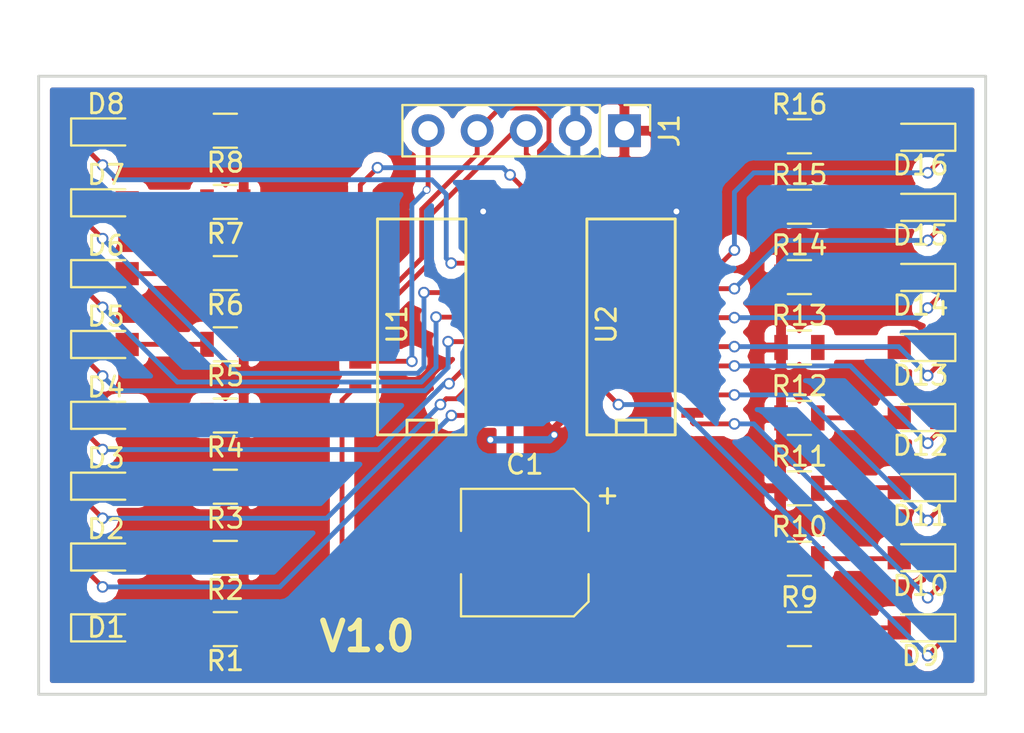
<source format=kicad_pcb>
(kicad_pcb (version 20171130) (host pcbnew "(5.0.0-rc3-dev-2-g101b68b61)")

  (general
    (thickness 1.6)
    (drawings 5)
    (tracks 270)
    (zones 0)
    (modules 36)
    (nets 40)
  )

  (page A4)
  (title_block
    (date 2018-07-11)
    (rev 1.0)
  )

  (layers
    (0 F.Cu signal)
    (31 B.Cu signal)
    (32 B.Adhes user)
    (33 F.Adhes user)
    (34 B.Paste user)
    (35 F.Paste user)
    (36 B.SilkS user)
    (37 F.SilkS user)
    (38 B.Mask user)
    (39 F.Mask user)
    (40 Dwgs.User user)
    (41 Cmts.User user)
    (42 Eco1.User user)
    (43 Eco2.User user)
    (44 Edge.Cuts user)
    (45 Margin user)
    (46 B.CrtYd user)
    (47 F.CrtYd user)
    (48 B.Fab user)
    (49 F.Fab user)
  )

  (setup
    (last_trace_width 0.25)
    (trace_clearance 0.2)
    (zone_clearance 0.508)
    (zone_45_only no)
    (trace_min 0.2)
    (segment_width 0.2)
    (edge_width 0.15)
    (via_size 0.6)
    (via_drill 0.4)
    (via_min_size 0.4)
    (via_min_drill 0.3)
    (uvia_size 0.3)
    (uvia_drill 0.1)
    (uvias_allowed no)
    (uvia_min_size 0.2)
    (uvia_min_drill 0.1)
    (pcb_text_width 0.3)
    (pcb_text_size 1.5 1.5)
    (mod_edge_width 0.15)
    (mod_text_size 1 1)
    (mod_text_width 0.15)
    (pad_size 1.524 1.524)
    (pad_drill 0.762)
    (pad_to_mask_clearance 0.2)
    (aux_axis_origin 0 0)
    (visible_elements FFFFFF7F)
    (pcbplotparams
      (layerselection 0x010fc_ffffffff)
      (usegerberextensions false)
      (usegerberattributes false)
      (usegerberadvancedattributes false)
      (creategerberjobfile false)
      (excludeedgelayer true)
      (linewidth 0.100000)
      (plotframeref false)
      (viasonmask false)
      (mode 1)
      (useauxorigin false)
      (hpglpennumber 1)
      (hpglpenspeed 20)
      (hpglpendiameter 15.000000)
      (psnegative false)
      (psa4output false)
      (plotreference true)
      (plotvalue true)
      (plotinvisibletext false)
      (padsonsilk false)
      (subtractmaskfromsilk false)
      (outputformat 1)
      (mirror false)
      (drillshape 1)
      (scaleselection 1)
      (outputdirectory ""))
  )

  (net 0 "")
  (net 1 GND)
  (net 2 VCC)
  (net 3 /led_1_1)
  (net 4 "Net-(D1-Pad2)")
  (net 5 "Net-(D2-Pad2)")
  (net 6 /led_1_2)
  (net 7 /led_1_3)
  (net 8 "Net-(D3-Pad2)")
  (net 9 "Net-(D4-Pad2)")
  (net 10 /led_1_4)
  (net 11 /led_1_5)
  (net 12 "Net-(D5-Pad2)")
  (net 13 /led_1_6)
  (net 14 "Net-(D6-Pad2)")
  (net 15 "Net-(D7-Pad2)")
  (net 16 /led_1_7)
  (net 17 "Net-(D8-Pad2)")
  (net 18 /led_1_8)
  (net 19 /led_2_1)
  (net 20 "Net-(D9-Pad2)")
  (net 21 /led_2_2)
  (net 22 "Net-(D10-Pad2)")
  (net 23 "Net-(D11-Pad2)")
  (net 24 /led_2_3)
  (net 25 "Net-(D12-Pad2)")
  (net 26 /led_2_4)
  (net 27 /led_2_5)
  (net 28 "Net-(D13-Pad2)")
  (net 29 /led_2_6)
  (net 30 "Net-(D14-Pad2)")
  (net 31 "Net-(D15-Pad2)")
  (net 32 /led_2_7)
  (net 33 "Net-(D16-Pad2)")
  (net 34 /led_2_8)
  (net 35 /DATA)
  (net 36 /CLOCK)
  (net 37 /LATCH)
  (net 38 /DATA_S)
  (net 39 "Net-(U2-Pad9)")

  (net_class Default "This is the default net class."
    (clearance 0.2)
    (trace_width 0.25)
    (via_dia 0.6)
    (via_drill 0.4)
    (uvia_dia 0.3)
    (uvia_drill 0.1)
    (add_net /CLOCK)
    (add_net /DATA)
    (add_net /DATA_S)
    (add_net /LATCH)
    (add_net /led_1_1)
    (add_net /led_1_2)
    (add_net /led_1_3)
    (add_net /led_1_4)
    (add_net /led_1_5)
    (add_net /led_1_6)
    (add_net /led_1_7)
    (add_net /led_1_8)
    (add_net /led_2_1)
    (add_net /led_2_2)
    (add_net /led_2_3)
    (add_net /led_2_4)
    (add_net /led_2_5)
    (add_net /led_2_6)
    (add_net /led_2_7)
    (add_net /led_2_8)
    (add_net "Net-(D1-Pad2)")
    (add_net "Net-(D10-Pad2)")
    (add_net "Net-(D11-Pad2)")
    (add_net "Net-(D12-Pad2)")
    (add_net "Net-(D13-Pad2)")
    (add_net "Net-(D14-Pad2)")
    (add_net "Net-(D15-Pad2)")
    (add_net "Net-(D16-Pad2)")
    (add_net "Net-(D2-Pad2)")
    (add_net "Net-(D3-Pad2)")
    (add_net "Net-(D4-Pad2)")
    (add_net "Net-(D5-Pad2)")
    (add_net "Net-(D6-Pad2)")
    (add_net "Net-(D7-Pad2)")
    (add_net "Net-(D8-Pad2)")
    (add_net "Net-(D9-Pad2)")
    (add_net "Net-(U2-Pad9)")
  )

  (net_class Power ""
    (clearance 0.25)
    (trace_width 0.38)
    (via_dia 0.4)
    (via_drill 0.3)
    (uvia_dia 0.3)
    (uvia_drill 0.1)
    (add_net GND)
    (add_net VCC)
  )

  (module Capacitors_SMD:CP_Elec_6.3x5.3 (layer F.Cu) (tedit 58AA8B2D) (tstamp 5B461867)
    (at 89.154 105.664 180)
    (descr "SMT capacitor, aluminium electrolytic, 6.3x5.3")
    (path /5B46D9ED)
    (attr smd)
    (fp_text reference C1 (at 0 4.56 180) (layer F.SilkS)
      (effects (font (size 1 1) (thickness 0.15)))
    )
    (fp_text value 200uF (at 0 -4.56 180) (layer F.Fab)
      (effects (font (size 1 1) (thickness 0.15)))
    )
    (fp_line (start 4.7 3.4) (end -4.7 3.4) (layer F.CrtYd) (width 0.05))
    (fp_line (start 4.7 3.4) (end 4.7 -3.4) (layer F.CrtYd) (width 0.05))
    (fp_line (start -4.7 -3.4) (end -4.7 3.4) (layer F.CrtYd) (width 0.05))
    (fp_line (start -4.7 -3.4) (end 4.7 -3.4) (layer F.CrtYd) (width 0.05))
    (fp_line (start -2.54 -3.3) (end 3.3 -3.3) (layer F.SilkS) (width 0.12))
    (fp_line (start -3.3 -2.54) (end -2.54 -3.3) (layer F.SilkS) (width 0.12))
    (fp_line (start -2.54 3.3) (end -3.3 2.54) (layer F.SilkS) (width 0.12))
    (fp_line (start 3.3 3.3) (end -2.54 3.3) (layer F.SilkS) (width 0.12))
    (fp_line (start -3.3 -2.54) (end -3.3 -1.12) (layer F.SilkS) (width 0.12))
    (fp_line (start -3.3 2.54) (end -3.3 1.12) (layer F.SilkS) (width 0.12))
    (fp_line (start 3.3 -3.3) (end 3.3 -1.12) (layer F.SilkS) (width 0.12))
    (fp_line (start 3.3 3.3) (end 3.3 1.12) (layer F.SilkS) (width 0.12))
    (fp_line (start 3.15 -3.15) (end -2.48 -3.15) (layer F.Fab) (width 0.1))
    (fp_line (start -2.48 -3.15) (end -3.15 -2.48) (layer F.Fab) (width 0.1))
    (fp_line (start -3.15 -2.48) (end -3.15 2.48) (layer F.Fab) (width 0.1))
    (fp_line (start -3.15 2.48) (end -2.48 3.15) (layer F.Fab) (width 0.1))
    (fp_line (start -2.48 3.15) (end 3.15 3.15) (layer F.Fab) (width 0.1))
    (fp_line (start 3.15 3.15) (end 3.15 -3.15) (layer F.Fab) (width 0.1))
    (fp_text user %R (at 0 4.56 180) (layer F.Fab)
      (effects (font (size 1 1) (thickness 0.15)))
    )
    (fp_text user + (at -4.28 3.01 180) (layer F.SilkS)
      (effects (font (size 1 1) (thickness 0.15)))
    )
    (fp_text user + (at -1.75 -0.08 180) (layer F.Fab)
      (effects (font (size 1 1) (thickness 0.15)))
    )
    (fp_circle (center 0 0) (end 0.6 3) (layer F.Fab) (width 0.1))
    (pad 2 smd rect (at 2.7 0) (size 3.5 1.6) (layers F.Cu F.Paste F.Mask)
      (net 1 GND))
    (pad 1 smd rect (at -2.7 0) (size 3.5 1.6) (layers F.Cu F.Paste F.Mask)
      (net 2 VCC))
    (model Capacitors_SMD.3dshapes/CP_Elec_6.3x5.3.wrl
      (at (xyz 0 0 0))
      (scale (xyz 1 1 1))
      (rotate (xyz 0 0 180))
    )
  )

  (module LEDs:LED_0805 (layer F.Cu) (tedit 59959803) (tstamp 5B46187D)
    (at 67.48 109.5614)
    (descr "LED 0805 smd package")
    (tags "LED led 0805 SMD smd SMT smt smdled SMDLED smtled SMTLED")
    (path /5B46BE03)
    (attr smd)
    (fp_text reference D1 (at 0 -0.017499) (layer F.SilkS)
      (effects (font (size 1 1) (thickness 0.15)))
    )
    (fp_text value LED_ALT (at 0 1.55) (layer F.Fab)
      (effects (font (size 1 1) (thickness 0.15)))
    )
    (fp_text user %R (at 0 -1.25) (layer F.Fab)
      (effects (font (size 0.4 0.4) (thickness 0.1)))
    )
    (fp_line (start -1.95 -0.85) (end 1.95 -0.85) (layer F.CrtYd) (width 0.05))
    (fp_line (start -1.95 0.85) (end -1.95 -0.85) (layer F.CrtYd) (width 0.05))
    (fp_line (start 1.95 0.85) (end -1.95 0.85) (layer F.CrtYd) (width 0.05))
    (fp_line (start 1.95 -0.85) (end 1.95 0.85) (layer F.CrtYd) (width 0.05))
    (fp_line (start -1.8 -0.7) (end 1 -0.7) (layer F.SilkS) (width 0.12))
    (fp_line (start -1.8 0.7) (end 1 0.7) (layer F.SilkS) (width 0.12))
    (fp_line (start -1 0.6) (end -1 -0.6) (layer F.Fab) (width 0.1))
    (fp_line (start -1 -0.6) (end 1 -0.6) (layer F.Fab) (width 0.1))
    (fp_line (start 1 -0.6) (end 1 0.6) (layer F.Fab) (width 0.1))
    (fp_line (start 1 0.6) (end -1 0.6) (layer F.Fab) (width 0.1))
    (fp_line (start 0.2 -0.4) (end 0.2 0.4) (layer F.Fab) (width 0.1))
    (fp_line (start 0.2 0.4) (end -0.4 0) (layer F.Fab) (width 0.1))
    (fp_line (start -0.4 0) (end 0.2 -0.4) (layer F.Fab) (width 0.1))
    (fp_line (start -0.4 -0.4) (end -0.4 0.4) (layer F.Fab) (width 0.1))
    (fp_line (start -1.8 -0.7) (end -1.8 0.7) (layer F.SilkS) (width 0.12))
    (pad 1 smd rect (at -1.1 0 180) (size 1.2 1.2) (layers F.Cu F.Paste F.Mask)
      (net 3 /led_1_1))
    (pad 2 smd rect (at 1.1 0 180) (size 1.2 1.2) (layers F.Cu F.Paste F.Mask)
      (net 4 "Net-(D1-Pad2)"))
    (model ${KISYS3DMOD}/LEDs.3dshapes/LED_0805.wrl
      (at (xyz 0 0 0))
      (scale (xyz 1 1 1))
      (rotate (xyz 0 0 180))
    )
  )

  (module LEDs:LED_0805 (layer F.Cu) (tedit 59959803) (tstamp 5B461893)
    (at 67.48 105.893342)
    (descr "LED 0805 smd package")
    (tags "LED led 0805 SMD smd SMT smt smdled SMDLED smtled SMTLED")
    (path /5B46C037)
    (attr smd)
    (fp_text reference D2 (at 0 -1.45) (layer F.SilkS)
      (effects (font (size 1 1) (thickness 0.15)))
    )
    (fp_text value LED_ALT (at 0 1.55) (layer F.Fab)
      (effects (font (size 1 1) (thickness 0.15)))
    )
    (fp_line (start -1.8 -0.7) (end -1.8 0.7) (layer F.SilkS) (width 0.12))
    (fp_line (start -0.4 -0.4) (end -0.4 0.4) (layer F.Fab) (width 0.1))
    (fp_line (start -0.4 0) (end 0.2 -0.4) (layer F.Fab) (width 0.1))
    (fp_line (start 0.2 0.4) (end -0.4 0) (layer F.Fab) (width 0.1))
    (fp_line (start 0.2 -0.4) (end 0.2 0.4) (layer F.Fab) (width 0.1))
    (fp_line (start 1 0.6) (end -1 0.6) (layer F.Fab) (width 0.1))
    (fp_line (start 1 -0.6) (end 1 0.6) (layer F.Fab) (width 0.1))
    (fp_line (start -1 -0.6) (end 1 -0.6) (layer F.Fab) (width 0.1))
    (fp_line (start -1 0.6) (end -1 -0.6) (layer F.Fab) (width 0.1))
    (fp_line (start -1.8 0.7) (end 1 0.7) (layer F.SilkS) (width 0.12))
    (fp_line (start -1.8 -0.7) (end 1 -0.7) (layer F.SilkS) (width 0.12))
    (fp_line (start 1.95 -0.85) (end 1.95 0.85) (layer F.CrtYd) (width 0.05))
    (fp_line (start 1.95 0.85) (end -1.95 0.85) (layer F.CrtYd) (width 0.05))
    (fp_line (start -1.95 0.85) (end -1.95 -0.85) (layer F.CrtYd) (width 0.05))
    (fp_line (start -1.95 -0.85) (end 1.95 -0.85) (layer F.CrtYd) (width 0.05))
    (fp_text user %R (at 0 -1.25) (layer F.Fab)
      (effects (font (size 0.4 0.4) (thickness 0.1)))
    )
    (pad 2 smd rect (at 1.1 0 180) (size 1.2 1.2) (layers F.Cu F.Paste F.Mask)
      (net 5 "Net-(D2-Pad2)"))
    (pad 1 smd rect (at -1.1 0 180) (size 1.2 1.2) (layers F.Cu F.Paste F.Mask)
      (net 6 /led_1_2))
    (model ${KISYS3DMOD}/LEDs.3dshapes/LED_0805.wrl
      (at (xyz 0 0 0))
      (scale (xyz 1 1 1))
      (rotate (xyz 0 0 180))
    )
  )

  (module LEDs:LED_0805 (layer F.Cu) (tedit 59959803) (tstamp 5B4618A9)
    (at 67.48 102.225285)
    (descr "LED 0805 smd package")
    (tags "LED led 0805 SMD smd SMT smt smdled SMDLED smtled SMTLED")
    (path /5B46C228)
    (attr smd)
    (fp_text reference D3 (at 0 -1.45) (layer F.SilkS)
      (effects (font (size 1 1) (thickness 0.15)))
    )
    (fp_text value LED_ALT (at 0 1.55) (layer F.Fab)
      (effects (font (size 1 1) (thickness 0.15)))
    )
    (fp_text user %R (at 0 -1.25) (layer F.Fab)
      (effects (font (size 0.4 0.4) (thickness 0.1)))
    )
    (fp_line (start -1.95 -0.85) (end 1.95 -0.85) (layer F.CrtYd) (width 0.05))
    (fp_line (start -1.95 0.85) (end -1.95 -0.85) (layer F.CrtYd) (width 0.05))
    (fp_line (start 1.95 0.85) (end -1.95 0.85) (layer F.CrtYd) (width 0.05))
    (fp_line (start 1.95 -0.85) (end 1.95 0.85) (layer F.CrtYd) (width 0.05))
    (fp_line (start -1.8 -0.7) (end 1 -0.7) (layer F.SilkS) (width 0.12))
    (fp_line (start -1.8 0.7) (end 1 0.7) (layer F.SilkS) (width 0.12))
    (fp_line (start -1 0.6) (end -1 -0.6) (layer F.Fab) (width 0.1))
    (fp_line (start -1 -0.6) (end 1 -0.6) (layer F.Fab) (width 0.1))
    (fp_line (start 1 -0.6) (end 1 0.6) (layer F.Fab) (width 0.1))
    (fp_line (start 1 0.6) (end -1 0.6) (layer F.Fab) (width 0.1))
    (fp_line (start 0.2 -0.4) (end 0.2 0.4) (layer F.Fab) (width 0.1))
    (fp_line (start 0.2 0.4) (end -0.4 0) (layer F.Fab) (width 0.1))
    (fp_line (start -0.4 0) (end 0.2 -0.4) (layer F.Fab) (width 0.1))
    (fp_line (start -0.4 -0.4) (end -0.4 0.4) (layer F.Fab) (width 0.1))
    (fp_line (start -1.8 -0.7) (end -1.8 0.7) (layer F.SilkS) (width 0.12))
    (pad 1 smd rect (at -1.1 0 180) (size 1.2 1.2) (layers F.Cu F.Paste F.Mask)
      (net 7 /led_1_3))
    (pad 2 smd rect (at 1.1 0 180) (size 1.2 1.2) (layers F.Cu F.Paste F.Mask)
      (net 8 "Net-(D3-Pad2)"))
    (model ${KISYS3DMOD}/LEDs.3dshapes/LED_0805.wrl
      (at (xyz 0 0 0))
      (scale (xyz 1 1 1))
      (rotate (xyz 0 0 180))
    )
  )

  (module LEDs:LED_0805 (layer F.Cu) (tedit 59959803) (tstamp 5B4618BF)
    (at 67.48 98.557228)
    (descr "LED 0805 smd package")
    (tags "LED led 0805 SMD smd SMT smt smdled SMDLED smtled SMTLED")
    (path /5B46C237)
    (attr smd)
    (fp_text reference D4 (at 0 -1.45) (layer F.SilkS)
      (effects (font (size 1 1) (thickness 0.15)))
    )
    (fp_text value LED_ALT (at 0 1.55) (layer F.Fab)
      (effects (font (size 1 1) (thickness 0.15)))
    )
    (fp_line (start -1.8 -0.7) (end -1.8 0.7) (layer F.SilkS) (width 0.12))
    (fp_line (start -0.4 -0.4) (end -0.4 0.4) (layer F.Fab) (width 0.1))
    (fp_line (start -0.4 0) (end 0.2 -0.4) (layer F.Fab) (width 0.1))
    (fp_line (start 0.2 0.4) (end -0.4 0) (layer F.Fab) (width 0.1))
    (fp_line (start 0.2 -0.4) (end 0.2 0.4) (layer F.Fab) (width 0.1))
    (fp_line (start 1 0.6) (end -1 0.6) (layer F.Fab) (width 0.1))
    (fp_line (start 1 -0.6) (end 1 0.6) (layer F.Fab) (width 0.1))
    (fp_line (start -1 -0.6) (end 1 -0.6) (layer F.Fab) (width 0.1))
    (fp_line (start -1 0.6) (end -1 -0.6) (layer F.Fab) (width 0.1))
    (fp_line (start -1.8 0.7) (end 1 0.7) (layer F.SilkS) (width 0.12))
    (fp_line (start -1.8 -0.7) (end 1 -0.7) (layer F.SilkS) (width 0.12))
    (fp_line (start 1.95 -0.85) (end 1.95 0.85) (layer F.CrtYd) (width 0.05))
    (fp_line (start 1.95 0.85) (end -1.95 0.85) (layer F.CrtYd) (width 0.05))
    (fp_line (start -1.95 0.85) (end -1.95 -0.85) (layer F.CrtYd) (width 0.05))
    (fp_line (start -1.95 -0.85) (end 1.95 -0.85) (layer F.CrtYd) (width 0.05))
    (fp_text user %R (at 0 -1.25) (layer F.Fab)
      (effects (font (size 0.4 0.4) (thickness 0.1)))
    )
    (pad 2 smd rect (at 1.1 0 180) (size 1.2 1.2) (layers F.Cu F.Paste F.Mask)
      (net 9 "Net-(D4-Pad2)"))
    (pad 1 smd rect (at -1.1 0 180) (size 1.2 1.2) (layers F.Cu F.Paste F.Mask)
      (net 10 /led_1_4))
    (model ${KISYS3DMOD}/LEDs.3dshapes/LED_0805.wrl
      (at (xyz 0 0 0))
      (scale (xyz 1 1 1))
      (rotate (xyz 0 0 180))
    )
  )

  (module LEDs:LED_0805 (layer F.Cu) (tedit 59959803) (tstamp 5B4618D5)
    (at 67.48 94.889171)
    (descr "LED 0805 smd package")
    (tags "LED led 0805 SMD smd SMT smt smdled SMDLED smtled SMTLED")
    (path /5B46C6FB)
    (attr smd)
    (fp_text reference D5 (at 0 -1.45) (layer F.SilkS)
      (effects (font (size 1 1) (thickness 0.15)))
    )
    (fp_text value LED_ALT (at 0 1.55) (layer F.Fab)
      (effects (font (size 1 1) (thickness 0.15)))
    )
    (fp_text user %R (at 0 -1.25) (layer F.Fab)
      (effects (font (size 0.4 0.4) (thickness 0.1)))
    )
    (fp_line (start -1.95 -0.85) (end 1.95 -0.85) (layer F.CrtYd) (width 0.05))
    (fp_line (start -1.95 0.85) (end -1.95 -0.85) (layer F.CrtYd) (width 0.05))
    (fp_line (start 1.95 0.85) (end -1.95 0.85) (layer F.CrtYd) (width 0.05))
    (fp_line (start 1.95 -0.85) (end 1.95 0.85) (layer F.CrtYd) (width 0.05))
    (fp_line (start -1.8 -0.7) (end 1 -0.7) (layer F.SilkS) (width 0.12))
    (fp_line (start -1.8 0.7) (end 1 0.7) (layer F.SilkS) (width 0.12))
    (fp_line (start -1 0.6) (end -1 -0.6) (layer F.Fab) (width 0.1))
    (fp_line (start -1 -0.6) (end 1 -0.6) (layer F.Fab) (width 0.1))
    (fp_line (start 1 -0.6) (end 1 0.6) (layer F.Fab) (width 0.1))
    (fp_line (start 1 0.6) (end -1 0.6) (layer F.Fab) (width 0.1))
    (fp_line (start 0.2 -0.4) (end 0.2 0.4) (layer F.Fab) (width 0.1))
    (fp_line (start 0.2 0.4) (end -0.4 0) (layer F.Fab) (width 0.1))
    (fp_line (start -0.4 0) (end 0.2 -0.4) (layer F.Fab) (width 0.1))
    (fp_line (start -0.4 -0.4) (end -0.4 0.4) (layer F.Fab) (width 0.1))
    (fp_line (start -1.8 -0.7) (end -1.8 0.7) (layer F.SilkS) (width 0.12))
    (pad 1 smd rect (at -1.1 0 180) (size 1.2 1.2) (layers F.Cu F.Paste F.Mask)
      (net 11 /led_1_5))
    (pad 2 smd rect (at 1.1 0 180) (size 1.2 1.2) (layers F.Cu F.Paste F.Mask)
      (net 12 "Net-(D5-Pad2)"))
    (model ${KISYS3DMOD}/LEDs.3dshapes/LED_0805.wrl
      (at (xyz 0 0 0))
      (scale (xyz 1 1 1))
      (rotate (xyz 0 0 180))
    )
  )

  (module LEDs:LED_0805 (layer F.Cu) (tedit 59959803) (tstamp 5B46334F)
    (at 67.48 91.221114)
    (descr "LED 0805 smd package")
    (tags "LED led 0805 SMD smd SMT smt smdled SMDLED smtled SMTLED")
    (path /5B46C70A)
    (attr smd)
    (fp_text reference D6 (at 0 -1.45) (layer F.SilkS)
      (effects (font (size 1 1) (thickness 0.15)))
    )
    (fp_text value LED_ALT (at 0 1.55) (layer F.Fab)
      (effects (font (size 1 1) (thickness 0.15)))
    )
    (fp_text user %R (at 0 -1.25) (layer F.Fab)
      (effects (font (size 0.4 0.4) (thickness 0.1)))
    )
    (fp_line (start -1.95 -0.85) (end 1.95 -0.85) (layer F.CrtYd) (width 0.05))
    (fp_line (start -1.95 0.85) (end -1.95 -0.85) (layer F.CrtYd) (width 0.05))
    (fp_line (start 1.95 0.85) (end -1.95 0.85) (layer F.CrtYd) (width 0.05))
    (fp_line (start 1.95 -0.85) (end 1.95 0.85) (layer F.CrtYd) (width 0.05))
    (fp_line (start -1.8 -0.7) (end 1 -0.7) (layer F.SilkS) (width 0.12))
    (fp_line (start -1.8 0.7) (end 1 0.7) (layer F.SilkS) (width 0.12))
    (fp_line (start -1 0.6) (end -1 -0.6) (layer F.Fab) (width 0.1))
    (fp_line (start -1 -0.6) (end 1 -0.6) (layer F.Fab) (width 0.1))
    (fp_line (start 1 -0.6) (end 1 0.6) (layer F.Fab) (width 0.1))
    (fp_line (start 1 0.6) (end -1 0.6) (layer F.Fab) (width 0.1))
    (fp_line (start 0.2 -0.4) (end 0.2 0.4) (layer F.Fab) (width 0.1))
    (fp_line (start 0.2 0.4) (end -0.4 0) (layer F.Fab) (width 0.1))
    (fp_line (start -0.4 0) (end 0.2 -0.4) (layer F.Fab) (width 0.1))
    (fp_line (start -0.4 -0.4) (end -0.4 0.4) (layer F.Fab) (width 0.1))
    (fp_line (start -1.8 -0.7) (end -1.8 0.7) (layer F.SilkS) (width 0.12))
    (pad 1 smd rect (at -1.1 0 180) (size 1.2 1.2) (layers F.Cu F.Paste F.Mask)
      (net 13 /led_1_6))
    (pad 2 smd rect (at 1.1 0 180) (size 1.2 1.2) (layers F.Cu F.Paste F.Mask)
      (net 14 "Net-(D6-Pad2)"))
    (model ${KISYS3DMOD}/LEDs.3dshapes/LED_0805.wrl
      (at (xyz 0 0 0))
      (scale (xyz 1 1 1))
      (rotate (xyz 0 0 180))
    )
  )

  (module LEDs:LED_0805 (layer F.Cu) (tedit 59959803) (tstamp 5B461901)
    (at 67.48 87.553057)
    (descr "LED 0805 smd package")
    (tags "LED led 0805 SMD smd SMT smt smdled SMDLED smtled SMTLED")
    (path /5B46C719)
    (attr smd)
    (fp_text reference D7 (at 0 -1.45) (layer F.SilkS)
      (effects (font (size 1 1) (thickness 0.15)))
    )
    (fp_text value LED_ALT (at 0 1.55) (layer F.Fab)
      (effects (font (size 1 1) (thickness 0.15)))
    )
    (fp_line (start -1.8 -0.7) (end -1.8 0.7) (layer F.SilkS) (width 0.12))
    (fp_line (start -0.4 -0.4) (end -0.4 0.4) (layer F.Fab) (width 0.1))
    (fp_line (start -0.4 0) (end 0.2 -0.4) (layer F.Fab) (width 0.1))
    (fp_line (start 0.2 0.4) (end -0.4 0) (layer F.Fab) (width 0.1))
    (fp_line (start 0.2 -0.4) (end 0.2 0.4) (layer F.Fab) (width 0.1))
    (fp_line (start 1 0.6) (end -1 0.6) (layer F.Fab) (width 0.1))
    (fp_line (start 1 -0.6) (end 1 0.6) (layer F.Fab) (width 0.1))
    (fp_line (start -1 -0.6) (end 1 -0.6) (layer F.Fab) (width 0.1))
    (fp_line (start -1 0.6) (end -1 -0.6) (layer F.Fab) (width 0.1))
    (fp_line (start -1.8 0.7) (end 1 0.7) (layer F.SilkS) (width 0.12))
    (fp_line (start -1.8 -0.7) (end 1 -0.7) (layer F.SilkS) (width 0.12))
    (fp_line (start 1.95 -0.85) (end 1.95 0.85) (layer F.CrtYd) (width 0.05))
    (fp_line (start 1.95 0.85) (end -1.95 0.85) (layer F.CrtYd) (width 0.05))
    (fp_line (start -1.95 0.85) (end -1.95 -0.85) (layer F.CrtYd) (width 0.05))
    (fp_line (start -1.95 -0.85) (end 1.95 -0.85) (layer F.CrtYd) (width 0.05))
    (fp_text user %R (at 0 -1.25) (layer F.Fab)
      (effects (font (size 0.4 0.4) (thickness 0.1)))
    )
    (pad 2 smd rect (at 1.1 0 180) (size 1.2 1.2) (layers F.Cu F.Paste F.Mask)
      (net 15 "Net-(D7-Pad2)"))
    (pad 1 smd rect (at -1.1 0 180) (size 1.2 1.2) (layers F.Cu F.Paste F.Mask)
      (net 16 /led_1_7))
    (model ${KISYS3DMOD}/LEDs.3dshapes/LED_0805.wrl
      (at (xyz 0 0 0))
      (scale (xyz 1 1 1))
      (rotate (xyz 0 0 180))
    )
  )

  (module LEDs:LED_0805 (layer F.Cu) (tedit 59959803) (tstamp 5B463A0B)
    (at 67.48 83.885)
    (descr "LED 0805 smd package")
    (tags "LED led 0805 SMD smd SMT smt smdled SMDLED smtled SMTLED")
    (path /5B46C728)
    (attr smd)
    (fp_text reference D8 (at 0 -1.45) (layer F.SilkS)
      (effects (font (size 1 1) (thickness 0.15)))
    )
    (fp_text value LED_ALT (at 0 1.55) (layer F.Fab)
      (effects (font (size 1 1) (thickness 0.15)))
    )
    (fp_line (start -1.8 -0.7) (end -1.8 0.7) (layer F.SilkS) (width 0.12))
    (fp_line (start -0.4 -0.4) (end -0.4 0.4) (layer F.Fab) (width 0.1))
    (fp_line (start -0.4 0) (end 0.2 -0.4) (layer F.Fab) (width 0.1))
    (fp_line (start 0.2 0.4) (end -0.4 0) (layer F.Fab) (width 0.1))
    (fp_line (start 0.2 -0.4) (end 0.2 0.4) (layer F.Fab) (width 0.1))
    (fp_line (start 1 0.6) (end -1 0.6) (layer F.Fab) (width 0.1))
    (fp_line (start 1 -0.6) (end 1 0.6) (layer F.Fab) (width 0.1))
    (fp_line (start -1 -0.6) (end 1 -0.6) (layer F.Fab) (width 0.1))
    (fp_line (start -1 0.6) (end -1 -0.6) (layer F.Fab) (width 0.1))
    (fp_line (start -1.8 0.7) (end 1 0.7) (layer F.SilkS) (width 0.12))
    (fp_line (start -1.8 -0.7) (end 1 -0.7) (layer F.SilkS) (width 0.12))
    (fp_line (start 1.95 -0.85) (end 1.95 0.85) (layer F.CrtYd) (width 0.05))
    (fp_line (start 1.95 0.85) (end -1.95 0.85) (layer F.CrtYd) (width 0.05))
    (fp_line (start -1.95 0.85) (end -1.95 -0.85) (layer F.CrtYd) (width 0.05))
    (fp_line (start -1.95 -0.85) (end 1.95 -0.85) (layer F.CrtYd) (width 0.05))
    (fp_text user %R (at 0 -1.25) (layer F.Fab)
      (effects (font (size 0.4 0.4) (thickness 0.1)))
    )
    (pad 2 smd rect (at 1.1 0 180) (size 1.2 1.2) (layers F.Cu F.Paste F.Mask)
      (net 17 "Net-(D8-Pad2)"))
    (pad 1 smd rect (at -1.1 0 180) (size 1.2 1.2) (layers F.Cu F.Paste F.Mask)
      (net 18 /led_1_8))
    (model ${KISYS3DMOD}/LEDs.3dshapes/LED_0805.wrl
      (at (xyz 0 0 0))
      (scale (xyz 1 1 1))
      (rotate (xyz 0 0 180))
    )
  )

  (module LEDs:LED_0805 (layer F.Cu) (tedit 59959803) (tstamp 5B4665D1)
    (at 109.63 109.5614 180)
    (descr "LED 0805 smd package")
    (tags "LED led 0805 SMD smd SMT smt smdled SMDLED smtled SMTLED")
    (path /5B46CE6F)
    (attr smd)
    (fp_text reference D9 (at 0 -1.45 180) (layer F.SilkS)
      (effects (font (size 1 1) (thickness 0.15)))
    )
    (fp_text value LED_ALT (at 0 1.55 180) (layer F.Fab)
      (effects (font (size 1 1) (thickness 0.15)))
    )
    (fp_text user %R (at 0 -1.25 180) (layer F.Fab)
      (effects (font (size 0.4 0.4) (thickness 0.1)))
    )
    (fp_line (start -1.95 -0.85) (end 1.95 -0.85) (layer F.CrtYd) (width 0.05))
    (fp_line (start -1.95 0.85) (end -1.95 -0.85) (layer F.CrtYd) (width 0.05))
    (fp_line (start 1.95 0.85) (end -1.95 0.85) (layer F.CrtYd) (width 0.05))
    (fp_line (start 1.95 -0.85) (end 1.95 0.85) (layer F.CrtYd) (width 0.05))
    (fp_line (start -1.8 -0.7) (end 1 -0.7) (layer F.SilkS) (width 0.12))
    (fp_line (start -1.8 0.7) (end 1 0.7) (layer F.SilkS) (width 0.12))
    (fp_line (start -1 0.6) (end -1 -0.6) (layer F.Fab) (width 0.1))
    (fp_line (start -1 -0.6) (end 1 -0.6) (layer F.Fab) (width 0.1))
    (fp_line (start 1 -0.6) (end 1 0.6) (layer F.Fab) (width 0.1))
    (fp_line (start 1 0.6) (end -1 0.6) (layer F.Fab) (width 0.1))
    (fp_line (start 0.2 -0.4) (end 0.2 0.4) (layer F.Fab) (width 0.1))
    (fp_line (start 0.2 0.4) (end -0.4 0) (layer F.Fab) (width 0.1))
    (fp_line (start -0.4 0) (end 0.2 -0.4) (layer F.Fab) (width 0.1))
    (fp_line (start -0.4 -0.4) (end -0.4 0.4) (layer F.Fab) (width 0.1))
    (fp_line (start -1.8 -0.7) (end -1.8 0.7) (layer F.SilkS) (width 0.12))
    (pad 1 smd rect (at -1.1 0) (size 1.2 1.2) (layers F.Cu F.Paste F.Mask)
      (net 19 /led_2_1))
    (pad 2 smd rect (at 1.1 0) (size 1.2 1.2) (layers F.Cu F.Paste F.Mask)
      (net 20 "Net-(D9-Pad2)"))
    (model ${KISYS3DMOD}/LEDs.3dshapes/LED_0805.wrl
      (at (xyz 0 0 0))
      (scale (xyz 1 1 1))
      (rotate (xyz 0 0 180))
    )
  )

  (module LEDs:LED_0805 (layer F.Cu) (tedit 59959803) (tstamp 5B4664D5)
    (at 109.63 105.932627 180)
    (descr "LED 0805 smd package")
    (tags "LED led 0805 SMD smd SMT smt smdled SMDLED smtled SMTLED")
    (path /5B46CE7E)
    (attr smd)
    (fp_text reference D10 (at 0 -1.45 180) (layer F.SilkS)
      (effects (font (size 1 1) (thickness 0.15)))
    )
    (fp_text value LED_ALT (at 0 1.55 180) (layer F.Fab)
      (effects (font (size 1 1) (thickness 0.15)))
    )
    (fp_text user %R (at 0 -1.25 180) (layer F.Fab)
      (effects (font (size 0.4 0.4) (thickness 0.1)))
    )
    (fp_line (start -1.95 -0.85) (end 1.95 -0.85) (layer F.CrtYd) (width 0.05))
    (fp_line (start -1.95 0.85) (end -1.95 -0.85) (layer F.CrtYd) (width 0.05))
    (fp_line (start 1.95 0.85) (end -1.95 0.85) (layer F.CrtYd) (width 0.05))
    (fp_line (start 1.95 -0.85) (end 1.95 0.85) (layer F.CrtYd) (width 0.05))
    (fp_line (start -1.8 -0.7) (end 1 -0.7) (layer F.SilkS) (width 0.12))
    (fp_line (start -1.8 0.7) (end 1 0.7) (layer F.SilkS) (width 0.12))
    (fp_line (start -1 0.6) (end -1 -0.6) (layer F.Fab) (width 0.1))
    (fp_line (start -1 -0.6) (end 1 -0.6) (layer F.Fab) (width 0.1))
    (fp_line (start 1 -0.6) (end 1 0.6) (layer F.Fab) (width 0.1))
    (fp_line (start 1 0.6) (end -1 0.6) (layer F.Fab) (width 0.1))
    (fp_line (start 0.2 -0.4) (end 0.2 0.4) (layer F.Fab) (width 0.1))
    (fp_line (start 0.2 0.4) (end -0.4 0) (layer F.Fab) (width 0.1))
    (fp_line (start -0.4 0) (end 0.2 -0.4) (layer F.Fab) (width 0.1))
    (fp_line (start -0.4 -0.4) (end -0.4 0.4) (layer F.Fab) (width 0.1))
    (fp_line (start -1.8 -0.7) (end -1.8 0.7) (layer F.SilkS) (width 0.12))
    (pad 1 smd rect (at -1.1 0) (size 1.2 1.2) (layers F.Cu F.Paste F.Mask)
      (net 21 /led_2_2))
    (pad 2 smd rect (at 1.1 0) (size 1.2 1.2) (layers F.Cu F.Paste F.Mask)
      (net 22 "Net-(D10-Pad2)"))
    (model ${KISYS3DMOD}/LEDs.3dshapes/LED_0805.wrl
      (at (xyz 0 0 0))
      (scale (xyz 1 1 1))
      (rotate (xyz 0 0 180))
    )
  )

  (module LEDs:LED_0805 (layer F.Cu) (tedit 59959803) (tstamp 5B466496)
    (at 109.63 102.303856 180)
    (descr "LED 0805 smd package")
    (tags "LED led 0805 SMD smd SMT smt smdled SMDLED smtled SMTLED")
    (path /5B46CE8D)
    (attr smd)
    (fp_text reference D11 (at 0 -1.45 180) (layer F.SilkS)
      (effects (font (size 1 1) (thickness 0.15)))
    )
    (fp_text value LED_ALT (at 0 1.55 180) (layer F.Fab)
      (effects (font (size 1 1) (thickness 0.15)))
    )
    (fp_line (start -1.8 -0.7) (end -1.8 0.7) (layer F.SilkS) (width 0.12))
    (fp_line (start -0.4 -0.4) (end -0.4 0.4) (layer F.Fab) (width 0.1))
    (fp_line (start -0.4 0) (end 0.2 -0.4) (layer F.Fab) (width 0.1))
    (fp_line (start 0.2 0.4) (end -0.4 0) (layer F.Fab) (width 0.1))
    (fp_line (start 0.2 -0.4) (end 0.2 0.4) (layer F.Fab) (width 0.1))
    (fp_line (start 1 0.6) (end -1 0.6) (layer F.Fab) (width 0.1))
    (fp_line (start 1 -0.6) (end 1 0.6) (layer F.Fab) (width 0.1))
    (fp_line (start -1 -0.6) (end 1 -0.6) (layer F.Fab) (width 0.1))
    (fp_line (start -1 0.6) (end -1 -0.6) (layer F.Fab) (width 0.1))
    (fp_line (start -1.8 0.7) (end 1 0.7) (layer F.SilkS) (width 0.12))
    (fp_line (start -1.8 -0.7) (end 1 -0.7) (layer F.SilkS) (width 0.12))
    (fp_line (start 1.95 -0.85) (end 1.95 0.85) (layer F.CrtYd) (width 0.05))
    (fp_line (start 1.95 0.85) (end -1.95 0.85) (layer F.CrtYd) (width 0.05))
    (fp_line (start -1.95 0.85) (end -1.95 -0.85) (layer F.CrtYd) (width 0.05))
    (fp_line (start -1.95 -0.85) (end 1.95 -0.85) (layer F.CrtYd) (width 0.05))
    (fp_text user %R (at 0 -1.25 180) (layer F.Fab)
      (effects (font (size 0.4 0.4) (thickness 0.1)))
    )
    (pad 2 smd rect (at 1.1 0) (size 1.2 1.2) (layers F.Cu F.Paste F.Mask)
      (net 23 "Net-(D11-Pad2)"))
    (pad 1 smd rect (at -1.1 0) (size 1.2 1.2) (layers F.Cu F.Paste F.Mask)
      (net 24 /led_2_3))
    (model ${KISYS3DMOD}/LEDs.3dshapes/LED_0805.wrl
      (at (xyz 0 0 0))
      (scale (xyz 1 1 1))
      (rotate (xyz 0 0 180))
    )
  )

  (module LEDs:LED_0805 (layer F.Cu) (tedit 59959803) (tstamp 5B466457)
    (at 109.63 98.675085 180)
    (descr "LED 0805 smd package")
    (tags "LED led 0805 SMD smd SMT smt smdled SMDLED smtled SMTLED")
    (path /5B46CE9C)
    (attr smd)
    (fp_text reference D12 (at 0 -1.45 180) (layer F.SilkS)
      (effects (font (size 1 1) (thickness 0.15)))
    )
    (fp_text value LED_ALT (at 0 1.55 180) (layer F.Fab)
      (effects (font (size 1 1) (thickness 0.15)))
    )
    (fp_line (start -1.8 -0.7) (end -1.8 0.7) (layer F.SilkS) (width 0.12))
    (fp_line (start -0.4 -0.4) (end -0.4 0.4) (layer F.Fab) (width 0.1))
    (fp_line (start -0.4 0) (end 0.2 -0.4) (layer F.Fab) (width 0.1))
    (fp_line (start 0.2 0.4) (end -0.4 0) (layer F.Fab) (width 0.1))
    (fp_line (start 0.2 -0.4) (end 0.2 0.4) (layer F.Fab) (width 0.1))
    (fp_line (start 1 0.6) (end -1 0.6) (layer F.Fab) (width 0.1))
    (fp_line (start 1 -0.6) (end 1 0.6) (layer F.Fab) (width 0.1))
    (fp_line (start -1 -0.6) (end 1 -0.6) (layer F.Fab) (width 0.1))
    (fp_line (start -1 0.6) (end -1 -0.6) (layer F.Fab) (width 0.1))
    (fp_line (start -1.8 0.7) (end 1 0.7) (layer F.SilkS) (width 0.12))
    (fp_line (start -1.8 -0.7) (end 1 -0.7) (layer F.SilkS) (width 0.12))
    (fp_line (start 1.95 -0.85) (end 1.95 0.85) (layer F.CrtYd) (width 0.05))
    (fp_line (start 1.95 0.85) (end -1.95 0.85) (layer F.CrtYd) (width 0.05))
    (fp_line (start -1.95 0.85) (end -1.95 -0.85) (layer F.CrtYd) (width 0.05))
    (fp_line (start -1.95 -0.85) (end 1.95 -0.85) (layer F.CrtYd) (width 0.05))
    (fp_text user %R (at 0 -1.25 180) (layer F.Fab)
      (effects (font (size 0.4 0.4) (thickness 0.1)))
    )
    (pad 2 smd rect (at 1.1 0) (size 1.2 1.2) (layers F.Cu F.Paste F.Mask)
      (net 25 "Net-(D12-Pad2)"))
    (pad 1 smd rect (at -1.1 0) (size 1.2 1.2) (layers F.Cu F.Paste F.Mask)
      (net 26 /led_2_4))
    (model ${KISYS3DMOD}/LEDs.3dshapes/LED_0805.wrl
      (at (xyz 0 0 0))
      (scale (xyz 1 1 1))
      (rotate (xyz 0 0 180))
    )
  )

  (module LEDs:LED_0805 (layer F.Cu) (tedit 59959803) (tstamp 5B466514)
    (at 109.63 95.046314 180)
    (descr "LED 0805 smd package")
    (tags "LED led 0805 SMD smd SMT smt smdled SMDLED smtled SMTLED")
    (path /5B46CEAB)
    (attr smd)
    (fp_text reference D13 (at 0 -1.45 180) (layer F.SilkS)
      (effects (font (size 1 1) (thickness 0.15)))
    )
    (fp_text value LED_ALT (at 0 1.55 180) (layer F.Fab)
      (effects (font (size 1 1) (thickness 0.15)))
    )
    (fp_text user %R (at 0 -1.25 180) (layer F.Fab)
      (effects (font (size 0.4 0.4) (thickness 0.1)))
    )
    (fp_line (start -1.95 -0.85) (end 1.95 -0.85) (layer F.CrtYd) (width 0.05))
    (fp_line (start -1.95 0.85) (end -1.95 -0.85) (layer F.CrtYd) (width 0.05))
    (fp_line (start 1.95 0.85) (end -1.95 0.85) (layer F.CrtYd) (width 0.05))
    (fp_line (start 1.95 -0.85) (end 1.95 0.85) (layer F.CrtYd) (width 0.05))
    (fp_line (start -1.8 -0.7) (end 1 -0.7) (layer F.SilkS) (width 0.12))
    (fp_line (start -1.8 0.7) (end 1 0.7) (layer F.SilkS) (width 0.12))
    (fp_line (start -1 0.6) (end -1 -0.6) (layer F.Fab) (width 0.1))
    (fp_line (start -1 -0.6) (end 1 -0.6) (layer F.Fab) (width 0.1))
    (fp_line (start 1 -0.6) (end 1 0.6) (layer F.Fab) (width 0.1))
    (fp_line (start 1 0.6) (end -1 0.6) (layer F.Fab) (width 0.1))
    (fp_line (start 0.2 -0.4) (end 0.2 0.4) (layer F.Fab) (width 0.1))
    (fp_line (start 0.2 0.4) (end -0.4 0) (layer F.Fab) (width 0.1))
    (fp_line (start -0.4 0) (end 0.2 -0.4) (layer F.Fab) (width 0.1))
    (fp_line (start -0.4 -0.4) (end -0.4 0.4) (layer F.Fab) (width 0.1))
    (fp_line (start -1.8 -0.7) (end -1.8 0.7) (layer F.SilkS) (width 0.12))
    (pad 1 smd rect (at -1.1 0) (size 1.2 1.2) (layers F.Cu F.Paste F.Mask)
      (net 27 /led_2_5))
    (pad 2 smd rect (at 1.1 0) (size 1.2 1.2) (layers F.Cu F.Paste F.Mask)
      (net 28 "Net-(D13-Pad2)"))
    (model ${KISYS3DMOD}/LEDs.3dshapes/LED_0805.wrl
      (at (xyz 0 0 0))
      (scale (xyz 1 1 1))
      (rotate (xyz 0 0 180))
    )
  )

  (module LEDs:LED_0805 (layer F.Cu) (tedit 59959803) (tstamp 5B466418)
    (at 109.63 91.417543 180)
    (descr "LED 0805 smd package")
    (tags "LED led 0805 SMD smd SMT smt smdled SMDLED smtled SMTLED")
    (path /5B46CEBA)
    (attr smd)
    (fp_text reference D14 (at 0 -1.45 180) (layer F.SilkS)
      (effects (font (size 1 1) (thickness 0.15)))
    )
    (fp_text value LED_ALT (at 0 1.55 180) (layer F.Fab)
      (effects (font (size 1 1) (thickness 0.15)))
    )
    (fp_text user %R (at 0 -1.25 180) (layer F.Fab)
      (effects (font (size 0.4 0.4) (thickness 0.1)))
    )
    (fp_line (start -1.95 -0.85) (end 1.95 -0.85) (layer F.CrtYd) (width 0.05))
    (fp_line (start -1.95 0.85) (end -1.95 -0.85) (layer F.CrtYd) (width 0.05))
    (fp_line (start 1.95 0.85) (end -1.95 0.85) (layer F.CrtYd) (width 0.05))
    (fp_line (start 1.95 -0.85) (end 1.95 0.85) (layer F.CrtYd) (width 0.05))
    (fp_line (start -1.8 -0.7) (end 1 -0.7) (layer F.SilkS) (width 0.12))
    (fp_line (start -1.8 0.7) (end 1 0.7) (layer F.SilkS) (width 0.12))
    (fp_line (start -1 0.6) (end -1 -0.6) (layer F.Fab) (width 0.1))
    (fp_line (start -1 -0.6) (end 1 -0.6) (layer F.Fab) (width 0.1))
    (fp_line (start 1 -0.6) (end 1 0.6) (layer F.Fab) (width 0.1))
    (fp_line (start 1 0.6) (end -1 0.6) (layer F.Fab) (width 0.1))
    (fp_line (start 0.2 -0.4) (end 0.2 0.4) (layer F.Fab) (width 0.1))
    (fp_line (start 0.2 0.4) (end -0.4 0) (layer F.Fab) (width 0.1))
    (fp_line (start -0.4 0) (end 0.2 -0.4) (layer F.Fab) (width 0.1))
    (fp_line (start -0.4 -0.4) (end -0.4 0.4) (layer F.Fab) (width 0.1))
    (fp_line (start -1.8 -0.7) (end -1.8 0.7) (layer F.SilkS) (width 0.12))
    (pad 1 smd rect (at -1.1 0) (size 1.2 1.2) (layers F.Cu F.Paste F.Mask)
      (net 29 /led_2_6))
    (pad 2 smd rect (at 1.1 0) (size 1.2 1.2) (layers F.Cu F.Paste F.Mask)
      (net 30 "Net-(D14-Pad2)"))
    (model ${KISYS3DMOD}/LEDs.3dshapes/LED_0805.wrl
      (at (xyz 0 0 0))
      (scale (xyz 1 1 1))
      (rotate (xyz 0 0 180))
    )
  )

  (module LEDs:LED_0805 (layer F.Cu) (tedit 59959803) (tstamp 5B466592)
    (at 109.63 87.788772 180)
    (descr "LED 0805 smd package")
    (tags "LED led 0805 SMD smd SMT smt smdled SMDLED smtled SMTLED")
    (path /5B46CEC9)
    (attr smd)
    (fp_text reference D15 (at 0 -1.45 180) (layer F.SilkS)
      (effects (font (size 1 1) (thickness 0.15)))
    )
    (fp_text value LED_ALT (at 0 1.55 180) (layer F.Fab)
      (effects (font (size 1 1) (thickness 0.15)))
    )
    (fp_line (start -1.8 -0.7) (end -1.8 0.7) (layer F.SilkS) (width 0.12))
    (fp_line (start -0.4 -0.4) (end -0.4 0.4) (layer F.Fab) (width 0.1))
    (fp_line (start -0.4 0) (end 0.2 -0.4) (layer F.Fab) (width 0.1))
    (fp_line (start 0.2 0.4) (end -0.4 0) (layer F.Fab) (width 0.1))
    (fp_line (start 0.2 -0.4) (end 0.2 0.4) (layer F.Fab) (width 0.1))
    (fp_line (start 1 0.6) (end -1 0.6) (layer F.Fab) (width 0.1))
    (fp_line (start 1 -0.6) (end 1 0.6) (layer F.Fab) (width 0.1))
    (fp_line (start -1 -0.6) (end 1 -0.6) (layer F.Fab) (width 0.1))
    (fp_line (start -1 0.6) (end -1 -0.6) (layer F.Fab) (width 0.1))
    (fp_line (start -1.8 0.7) (end 1 0.7) (layer F.SilkS) (width 0.12))
    (fp_line (start -1.8 -0.7) (end 1 -0.7) (layer F.SilkS) (width 0.12))
    (fp_line (start 1.95 -0.85) (end 1.95 0.85) (layer F.CrtYd) (width 0.05))
    (fp_line (start 1.95 0.85) (end -1.95 0.85) (layer F.CrtYd) (width 0.05))
    (fp_line (start -1.95 0.85) (end -1.95 -0.85) (layer F.CrtYd) (width 0.05))
    (fp_line (start -1.95 -0.85) (end 1.95 -0.85) (layer F.CrtYd) (width 0.05))
    (fp_text user %R (at 0 -1.25 180) (layer F.Fab)
      (effects (font (size 0.4 0.4) (thickness 0.1)))
    )
    (pad 2 smd rect (at 1.1 0) (size 1.2 1.2) (layers F.Cu F.Paste F.Mask)
      (net 31 "Net-(D15-Pad2)"))
    (pad 1 smd rect (at -1.1 0) (size 1.2 1.2) (layers F.Cu F.Paste F.Mask)
      (net 32 /led_2_7))
    (model ${KISYS3DMOD}/LEDs.3dshapes/LED_0805.wrl
      (at (xyz 0 0 0))
      (scale (xyz 1 1 1))
      (rotate (xyz 0 0 180))
    )
  )

  (module LEDs:LED_0805 (layer F.Cu) (tedit 59959803) (tstamp 5B466553)
    (at 109.63 84.160001 180)
    (descr "LED 0805 smd package")
    (tags "LED led 0805 SMD smd SMT smt smdled SMDLED smtled SMTLED")
    (path /5B46CED8)
    (attr smd)
    (fp_text reference D16 (at 0 -1.45 180) (layer F.SilkS)
      (effects (font (size 1 1) (thickness 0.15)))
    )
    (fp_text value LED_ALT (at 0 1.55 180) (layer F.Fab)
      (effects (font (size 1 1) (thickness 0.15)))
    )
    (fp_line (start -1.8 -0.7) (end -1.8 0.7) (layer F.SilkS) (width 0.12))
    (fp_line (start -0.4 -0.4) (end -0.4 0.4) (layer F.Fab) (width 0.1))
    (fp_line (start -0.4 0) (end 0.2 -0.4) (layer F.Fab) (width 0.1))
    (fp_line (start 0.2 0.4) (end -0.4 0) (layer F.Fab) (width 0.1))
    (fp_line (start 0.2 -0.4) (end 0.2 0.4) (layer F.Fab) (width 0.1))
    (fp_line (start 1 0.6) (end -1 0.6) (layer F.Fab) (width 0.1))
    (fp_line (start 1 -0.6) (end 1 0.6) (layer F.Fab) (width 0.1))
    (fp_line (start -1 -0.6) (end 1 -0.6) (layer F.Fab) (width 0.1))
    (fp_line (start -1 0.6) (end -1 -0.6) (layer F.Fab) (width 0.1))
    (fp_line (start -1.8 0.7) (end 1 0.7) (layer F.SilkS) (width 0.12))
    (fp_line (start -1.8 -0.7) (end 1 -0.7) (layer F.SilkS) (width 0.12))
    (fp_line (start 1.95 -0.85) (end 1.95 0.85) (layer F.CrtYd) (width 0.05))
    (fp_line (start 1.95 0.85) (end -1.95 0.85) (layer F.CrtYd) (width 0.05))
    (fp_line (start -1.95 0.85) (end -1.95 -0.85) (layer F.CrtYd) (width 0.05))
    (fp_line (start -1.95 -0.85) (end 1.95 -0.85) (layer F.CrtYd) (width 0.05))
    (fp_text user %R (at 0 -1.25 180) (layer F.Fab)
      (effects (font (size 0.4 0.4) (thickness 0.1)))
    )
    (pad 2 smd rect (at 1.1 0) (size 1.2 1.2) (layers F.Cu F.Paste F.Mask)
      (net 33 "Net-(D16-Pad2)"))
    (pad 1 smd rect (at -1.1 0) (size 1.2 1.2) (layers F.Cu F.Paste F.Mask)
      (net 34 /led_2_8))
    (model ${KISYS3DMOD}/LEDs.3dshapes/LED_0805.wrl
      (at (xyz 0 0 0))
      (scale (xyz 1 1 1))
      (rotate (xyz 0 0 180))
    )
  )

  (module Pin_Headers:Pin_Header_Straight_1x05_Pitch2.54mm (layer F.Cu) (tedit 59650532) (tstamp 5B4619E0)
    (at 94.311 83.82 270)
    (descr "Through hole straight pin header, 1x05, 2.54mm pitch, single row")
    (tags "Through hole pin header THT 1x05 2.54mm single row")
    (path /5B46467C)
    (fp_text reference J1 (at 0 -2.33 270) (layer F.SilkS)
      (effects (font (size 1 1) (thickness 0.15)))
    )
    (fp_text value Conn_01x05_Male (at 0 12.49 270) (layer F.Fab)
      (effects (font (size 1 1) (thickness 0.15)))
    )
    (fp_text user %R (at 0 5.08) (layer F.Fab)
      (effects (font (size 1 1) (thickness 0.15)))
    )
    (fp_line (start 1.8 -1.8) (end -1.8 -1.8) (layer F.CrtYd) (width 0.05))
    (fp_line (start 1.8 11.95) (end 1.8 -1.8) (layer F.CrtYd) (width 0.05))
    (fp_line (start -1.8 11.95) (end 1.8 11.95) (layer F.CrtYd) (width 0.05))
    (fp_line (start -1.8 -1.8) (end -1.8 11.95) (layer F.CrtYd) (width 0.05))
    (fp_line (start -1.33 -1.33) (end 0 -1.33) (layer F.SilkS) (width 0.12))
    (fp_line (start -1.33 0) (end -1.33 -1.33) (layer F.SilkS) (width 0.12))
    (fp_line (start -1.33 1.27) (end 1.33 1.27) (layer F.SilkS) (width 0.12))
    (fp_line (start 1.33 1.27) (end 1.33 11.49) (layer F.SilkS) (width 0.12))
    (fp_line (start -1.33 1.27) (end -1.33 11.49) (layer F.SilkS) (width 0.12))
    (fp_line (start -1.33 11.49) (end 1.33 11.49) (layer F.SilkS) (width 0.12))
    (fp_line (start -1.27 -0.635) (end -0.635 -1.27) (layer F.Fab) (width 0.1))
    (fp_line (start -1.27 11.43) (end -1.27 -0.635) (layer F.Fab) (width 0.1))
    (fp_line (start 1.27 11.43) (end -1.27 11.43) (layer F.Fab) (width 0.1))
    (fp_line (start 1.27 -1.27) (end 1.27 11.43) (layer F.Fab) (width 0.1))
    (fp_line (start -0.635 -1.27) (end 1.27 -1.27) (layer F.Fab) (width 0.1))
    (pad 5 thru_hole oval (at 0 10.16 270) (size 1.7 1.7) (drill 1) (layers *.Cu *.Mask)
      (net 35 /DATA))
    (pad 4 thru_hole oval (at 0 7.62 270) (size 1.7 1.7) (drill 1) (layers *.Cu *.Mask)
      (net 36 /CLOCK))
    (pad 3 thru_hole oval (at 0 5.08 270) (size 1.7 1.7) (drill 1) (layers *.Cu *.Mask)
      (net 37 /LATCH))
    (pad 2 thru_hole oval (at 0 2.54 270) (size 1.7 1.7) (drill 1) (layers *.Cu *.Mask)
      (net 1 GND))
    (pad 1 thru_hole rect (at 0 0 270) (size 1.7 1.7) (drill 1) (layers *.Cu *.Mask)
      (net 2 VCC))
    (model ${KISYS3DMOD}/Pin_Headers.3dshapes/Pin_Header_Straight_1x05_Pitch2.54mm.wrl
      (at (xyz 0 0 0))
      (scale (xyz 1 1 1))
      (rotate (xyz 0 0 0))
    )
  )

  (module Resistors_SMD:R_0805 (layer F.Cu) (tedit 58E0A804) (tstamp 5B464ADC)
    (at 73.66 109.6264 180)
    (descr "Resistor SMD 0805, reflow soldering, Vishay (see dcrcw.pdf)")
    (tags "resistor 0805")
    (path /5B46BEB4)
    (attr smd)
    (fp_text reference R1 (at 0 -1.65 180) (layer F.SilkS)
      (effects (font (size 1 1) (thickness 0.15)))
    )
    (fp_text value R (at 0 1.75 180) (layer F.Fab)
      (effects (font (size 1 1) (thickness 0.15)))
    )
    (fp_text user %R (at 0 0 180) (layer F.Fab)
      (effects (font (size 0.5 0.5) (thickness 0.075)))
    )
    (fp_line (start -1 0.62) (end -1 -0.62) (layer F.Fab) (width 0.1))
    (fp_line (start 1 0.62) (end -1 0.62) (layer F.Fab) (width 0.1))
    (fp_line (start 1 -0.62) (end 1 0.62) (layer F.Fab) (width 0.1))
    (fp_line (start -1 -0.62) (end 1 -0.62) (layer F.Fab) (width 0.1))
    (fp_line (start 0.6 0.88) (end -0.6 0.88) (layer F.SilkS) (width 0.12))
    (fp_line (start -0.6 -0.88) (end 0.6 -0.88) (layer F.SilkS) (width 0.12))
    (fp_line (start -1.55 -0.9) (end 1.55 -0.9) (layer F.CrtYd) (width 0.05))
    (fp_line (start -1.55 -0.9) (end -1.55 0.9) (layer F.CrtYd) (width 0.05))
    (fp_line (start 1.55 0.9) (end 1.55 -0.9) (layer F.CrtYd) (width 0.05))
    (fp_line (start 1.55 0.9) (end -1.55 0.9) (layer F.CrtYd) (width 0.05))
    (pad 1 smd rect (at -0.95 0 180) (size 0.7 1.3) (layers F.Cu F.Paste F.Mask)
      (net 2 VCC))
    (pad 2 smd rect (at 0.95 0 180) (size 0.7 1.3) (layers F.Cu F.Paste F.Mask)
      (net 4 "Net-(D1-Pad2)"))
    (model ${KISYS3DMOD}/Resistors_SMD.3dshapes/R_0805.wrl
      (at (xyz 0 0 0))
      (scale (xyz 1 1 1))
      (rotate (xyz 0 0 0))
    )
  )

  (module Resistors_SMD:R_0805 (layer F.Cu) (tedit 58E0A804) (tstamp 5B46387B)
    (at 73.66 105.939768 180)
    (descr "Resistor SMD 0805, reflow soldering, Vishay (see dcrcw.pdf)")
    (tags "resistor 0805")
    (path /5B46C03E)
    (attr smd)
    (fp_text reference R2 (at 0 -1.65 180) (layer F.SilkS)
      (effects (font (size 1 1) (thickness 0.15)))
    )
    (fp_text value R (at 0 1.75 180) (layer F.Fab)
      (effects (font (size 1 1) (thickness 0.15)))
    )
    (fp_text user %R (at 0 0 180) (layer F.Fab)
      (effects (font (size 0.5 0.5) (thickness 0.075)))
    )
    (fp_line (start -1 0.62) (end -1 -0.62) (layer F.Fab) (width 0.1))
    (fp_line (start 1 0.62) (end -1 0.62) (layer F.Fab) (width 0.1))
    (fp_line (start 1 -0.62) (end 1 0.62) (layer F.Fab) (width 0.1))
    (fp_line (start -1 -0.62) (end 1 -0.62) (layer F.Fab) (width 0.1))
    (fp_line (start 0.6 0.88) (end -0.6 0.88) (layer F.SilkS) (width 0.12))
    (fp_line (start -0.6 -0.88) (end 0.6 -0.88) (layer F.SilkS) (width 0.12))
    (fp_line (start -1.55 -0.9) (end 1.55 -0.9) (layer F.CrtYd) (width 0.05))
    (fp_line (start -1.55 -0.9) (end -1.55 0.9) (layer F.CrtYd) (width 0.05))
    (fp_line (start 1.55 0.9) (end 1.55 -0.9) (layer F.CrtYd) (width 0.05))
    (fp_line (start 1.55 0.9) (end -1.55 0.9) (layer F.CrtYd) (width 0.05))
    (pad 1 smd rect (at -0.95 0 180) (size 0.7 1.3) (layers F.Cu F.Paste F.Mask)
      (net 2 VCC))
    (pad 2 smd rect (at 0.95 0 180) (size 0.7 1.3) (layers F.Cu F.Paste F.Mask)
      (net 5 "Net-(D2-Pad2)"))
    (model ${KISYS3DMOD}/Resistors_SMD.3dshapes/R_0805.wrl
      (at (xyz 0 0 0))
      (scale (xyz 1 1 1))
      (rotate (xyz 0 0 0))
    )
  )

  (module Resistors_SMD:R_0805 (layer F.Cu) (tedit 58E0A804) (tstamp 5B46381B)
    (at 73.66 102.25314 180)
    (descr "Resistor SMD 0805, reflow soldering, Vishay (see dcrcw.pdf)")
    (tags "resistor 0805")
    (path /5B46C22F)
    (attr smd)
    (fp_text reference R3 (at 0 -1.65 180) (layer F.SilkS)
      (effects (font (size 1 1) (thickness 0.15)))
    )
    (fp_text value R (at 0 1.75 180) (layer F.Fab)
      (effects (font (size 1 1) (thickness 0.15)))
    )
    (fp_line (start 1.55 0.9) (end -1.55 0.9) (layer F.CrtYd) (width 0.05))
    (fp_line (start 1.55 0.9) (end 1.55 -0.9) (layer F.CrtYd) (width 0.05))
    (fp_line (start -1.55 -0.9) (end -1.55 0.9) (layer F.CrtYd) (width 0.05))
    (fp_line (start -1.55 -0.9) (end 1.55 -0.9) (layer F.CrtYd) (width 0.05))
    (fp_line (start -0.6 -0.88) (end 0.6 -0.88) (layer F.SilkS) (width 0.12))
    (fp_line (start 0.6 0.88) (end -0.6 0.88) (layer F.SilkS) (width 0.12))
    (fp_line (start -1 -0.62) (end 1 -0.62) (layer F.Fab) (width 0.1))
    (fp_line (start 1 -0.62) (end 1 0.62) (layer F.Fab) (width 0.1))
    (fp_line (start 1 0.62) (end -1 0.62) (layer F.Fab) (width 0.1))
    (fp_line (start -1 0.62) (end -1 -0.62) (layer F.Fab) (width 0.1))
    (fp_text user %R (at 0 0 180) (layer F.Fab)
      (effects (font (size 0.5 0.5) (thickness 0.075)))
    )
    (pad 2 smd rect (at 0.95 0 180) (size 0.7 1.3) (layers F.Cu F.Paste F.Mask)
      (net 8 "Net-(D3-Pad2)"))
    (pad 1 smd rect (at -0.95 0 180) (size 0.7 1.3) (layers F.Cu F.Paste F.Mask)
      (net 2 VCC))
    (model ${KISYS3DMOD}/Resistors_SMD.3dshapes/R_0805.wrl
      (at (xyz 0 0 0))
      (scale (xyz 1 1 1))
      (rotate (xyz 0 0 0))
    )
  )

  (module Resistors_SMD:R_0805 (layer F.Cu) (tedit 58E0A804) (tstamp 5B46393B)
    (at 73.66 98.566512 180)
    (descr "Resistor SMD 0805, reflow soldering, Vishay (see dcrcw.pdf)")
    (tags "resistor 0805")
    (path /5B46C23E)
    (attr smd)
    (fp_text reference R4 (at 0 -1.65 180) (layer F.SilkS)
      (effects (font (size 1 1) (thickness 0.15)))
    )
    (fp_text value R (at 0 1.75) (layer F.Fab)
      (effects (font (size 1 1) (thickness 0.15)))
    )
    (fp_line (start 1.55 0.9) (end -1.55 0.9) (layer F.CrtYd) (width 0.05))
    (fp_line (start 1.55 0.9) (end 1.55 -0.9) (layer F.CrtYd) (width 0.05))
    (fp_line (start -1.55 -0.9) (end -1.55 0.9) (layer F.CrtYd) (width 0.05))
    (fp_line (start -1.55 -0.9) (end 1.55 -0.9) (layer F.CrtYd) (width 0.05))
    (fp_line (start -0.6 -0.88) (end 0.6 -0.88) (layer F.SilkS) (width 0.12))
    (fp_line (start 0.6 0.88) (end -0.6 0.88) (layer F.SilkS) (width 0.12))
    (fp_line (start -1 -0.62) (end 1 -0.62) (layer F.Fab) (width 0.1))
    (fp_line (start 1 -0.62) (end 1 0.62) (layer F.Fab) (width 0.1))
    (fp_line (start 1 0.62) (end -1 0.62) (layer F.Fab) (width 0.1))
    (fp_line (start -1 0.62) (end -1 -0.62) (layer F.Fab) (width 0.1))
    (fp_text user %R (at 0 0 180) (layer F.Fab)
      (effects (font (size 0.5 0.5) (thickness 0.075)))
    )
    (pad 2 smd rect (at 0.95 0 180) (size 0.7 1.3) (layers F.Cu F.Paste F.Mask)
      (net 9 "Net-(D4-Pad2)"))
    (pad 1 smd rect (at -0.95 0 180) (size 0.7 1.3) (layers F.Cu F.Paste F.Mask)
      (net 2 VCC))
    (model ${KISYS3DMOD}/Resistors_SMD.3dshapes/R_0805.wrl
      (at (xyz 0 0 0))
      (scale (xyz 1 1 1))
      (rotate (xyz 0 0 0))
    )
  )

  (module Resistors_SMD:R_0805 (layer F.Cu) (tedit 58E0A804) (tstamp 5B4638AB)
    (at 73.66 94.879884 180)
    (descr "Resistor SMD 0805, reflow soldering, Vishay (see dcrcw.pdf)")
    (tags "resistor 0805")
    (path /5B46C702)
    (attr smd)
    (fp_text reference R5 (at 0 -1.65 180) (layer F.SilkS)
      (effects (font (size 1 1) (thickness 0.15)))
    )
    (fp_text value R (at 0 1.75 180) (layer F.Fab)
      (effects (font (size 1 1) (thickness 0.15)))
    )
    (fp_text user %R (at 0 0 180) (layer F.Fab)
      (effects (font (size 0.5 0.5) (thickness 0.075)))
    )
    (fp_line (start -1 0.62) (end -1 -0.62) (layer F.Fab) (width 0.1))
    (fp_line (start 1 0.62) (end -1 0.62) (layer F.Fab) (width 0.1))
    (fp_line (start 1 -0.62) (end 1 0.62) (layer F.Fab) (width 0.1))
    (fp_line (start -1 -0.62) (end 1 -0.62) (layer F.Fab) (width 0.1))
    (fp_line (start 0.6 0.88) (end -0.6 0.88) (layer F.SilkS) (width 0.12))
    (fp_line (start -0.6 -0.88) (end 0.6 -0.88) (layer F.SilkS) (width 0.12))
    (fp_line (start -1.55 -0.9) (end 1.55 -0.9) (layer F.CrtYd) (width 0.05))
    (fp_line (start -1.55 -0.9) (end -1.55 0.9) (layer F.CrtYd) (width 0.05))
    (fp_line (start 1.55 0.9) (end 1.55 -0.9) (layer F.CrtYd) (width 0.05))
    (fp_line (start 1.55 0.9) (end -1.55 0.9) (layer F.CrtYd) (width 0.05))
    (pad 1 smd rect (at -0.95 0 180) (size 0.7 1.3) (layers F.Cu F.Paste F.Mask)
      (net 2 VCC))
    (pad 2 smd rect (at 0.95 0 180) (size 0.7 1.3) (layers F.Cu F.Paste F.Mask)
      (net 12 "Net-(D5-Pad2)"))
    (model ${KISYS3DMOD}/Resistors_SMD.3dshapes/R_0805.wrl
      (at (xyz 0 0 0))
      (scale (xyz 1 1 1))
      (rotate (xyz 0 0 0))
    )
  )

  (module Resistors_SMD:R_0805 (layer F.Cu) (tedit 58E0A804) (tstamp 5B46384B)
    (at 73.66 91.193256 180)
    (descr "Resistor SMD 0805, reflow soldering, Vishay (see dcrcw.pdf)")
    (tags "resistor 0805")
    (path /5B46C711)
    (attr smd)
    (fp_text reference R6 (at 0 -1.65 180) (layer F.SilkS)
      (effects (font (size 1 1) (thickness 0.15)))
    )
    (fp_text value R (at 0 1.75 180) (layer F.Fab)
      (effects (font (size 1 1) (thickness 0.15)))
    )
    (fp_line (start 1.55 0.9) (end -1.55 0.9) (layer F.CrtYd) (width 0.05))
    (fp_line (start 1.55 0.9) (end 1.55 -0.9) (layer F.CrtYd) (width 0.05))
    (fp_line (start -1.55 -0.9) (end -1.55 0.9) (layer F.CrtYd) (width 0.05))
    (fp_line (start -1.55 -0.9) (end 1.55 -0.9) (layer F.CrtYd) (width 0.05))
    (fp_line (start -0.6 -0.88) (end 0.6 -0.88) (layer F.SilkS) (width 0.12))
    (fp_line (start 0.6 0.88) (end -0.6 0.88) (layer F.SilkS) (width 0.12))
    (fp_line (start -1 -0.62) (end 1 -0.62) (layer F.Fab) (width 0.1))
    (fp_line (start 1 -0.62) (end 1 0.62) (layer F.Fab) (width 0.1))
    (fp_line (start 1 0.62) (end -1 0.62) (layer F.Fab) (width 0.1))
    (fp_line (start -1 0.62) (end -1 -0.62) (layer F.Fab) (width 0.1))
    (fp_text user %R (at 0 0 180) (layer F.Fab)
      (effects (font (size 0.5 0.5) (thickness 0.075)))
    )
    (pad 2 smd rect (at 0.95 0 180) (size 0.7 1.3) (layers F.Cu F.Paste F.Mask)
      (net 14 "Net-(D6-Pad2)"))
    (pad 1 smd rect (at -0.95 0 180) (size 0.7 1.3) (layers F.Cu F.Paste F.Mask)
      (net 2 VCC))
    (model ${KISYS3DMOD}/Resistors_SMD.3dshapes/R_0805.wrl
      (at (xyz 0 0 0))
      (scale (xyz 1 1 1))
      (rotate (xyz 0 0 0))
    )
  )

  (module Resistors_SMD:R_0805 (layer F.Cu) (tedit 58E0A804) (tstamp 5B46390B)
    (at 73.66 87.506628 180)
    (descr "Resistor SMD 0805, reflow soldering, Vishay (see dcrcw.pdf)")
    (tags "resistor 0805")
    (path /5B46C720)
    (attr smd)
    (fp_text reference R7 (at 0 -1.65 180) (layer F.SilkS)
      (effects (font (size 1 1) (thickness 0.15)))
    )
    (fp_text value R (at 0 1.75 180) (layer F.Fab)
      (effects (font (size 1 1) (thickness 0.15)))
    )
    (fp_text user %R (at 0 0 180) (layer F.Fab)
      (effects (font (size 0.5 0.5) (thickness 0.075)))
    )
    (fp_line (start -1 0.62) (end -1 -0.62) (layer F.Fab) (width 0.1))
    (fp_line (start 1 0.62) (end -1 0.62) (layer F.Fab) (width 0.1))
    (fp_line (start 1 -0.62) (end 1 0.62) (layer F.Fab) (width 0.1))
    (fp_line (start -1 -0.62) (end 1 -0.62) (layer F.Fab) (width 0.1))
    (fp_line (start 0.6 0.88) (end -0.6 0.88) (layer F.SilkS) (width 0.12))
    (fp_line (start -0.6 -0.88) (end 0.6 -0.88) (layer F.SilkS) (width 0.12))
    (fp_line (start -1.55 -0.9) (end 1.55 -0.9) (layer F.CrtYd) (width 0.05))
    (fp_line (start -1.55 -0.9) (end -1.55 0.9) (layer F.CrtYd) (width 0.05))
    (fp_line (start 1.55 0.9) (end 1.55 -0.9) (layer F.CrtYd) (width 0.05))
    (fp_line (start 1.55 0.9) (end -1.55 0.9) (layer F.CrtYd) (width 0.05))
    (pad 1 smd rect (at -0.95 0 180) (size 0.7 1.3) (layers F.Cu F.Paste F.Mask)
      (net 2 VCC))
    (pad 2 smd rect (at 0.95 0 180) (size 0.7 1.3) (layers F.Cu F.Paste F.Mask)
      (net 15 "Net-(D7-Pad2)"))
    (model ${KISYS3DMOD}/Resistors_SMD.3dshapes/R_0805.wrl
      (at (xyz 0 0 0))
      (scale (xyz 1 1 1))
      (rotate (xyz 0 0 0))
    )
  )

  (module Resistors_SMD:R_0805 (layer F.Cu) (tedit 58E0A804) (tstamp 5B4638DB)
    (at 73.66 83.82 180)
    (descr "Resistor SMD 0805, reflow soldering, Vishay (see dcrcw.pdf)")
    (tags "resistor 0805")
    (path /5B46C72F)
    (attr smd)
    (fp_text reference R8 (at 0 -1.65 180) (layer F.SilkS)
      (effects (font (size 1 1) (thickness 0.15)))
    )
    (fp_text value R (at 0 1.75 180) (layer F.Fab)
      (effects (font (size 1 1) (thickness 0.15)))
    )
    (fp_line (start 1.55 0.9) (end -1.55 0.9) (layer F.CrtYd) (width 0.05))
    (fp_line (start 1.55 0.9) (end 1.55 -0.9) (layer F.CrtYd) (width 0.05))
    (fp_line (start -1.55 -0.9) (end -1.55 0.9) (layer F.CrtYd) (width 0.05))
    (fp_line (start -1.55 -0.9) (end 1.55 -0.9) (layer F.CrtYd) (width 0.05))
    (fp_line (start -0.6 -0.88) (end 0.6 -0.88) (layer F.SilkS) (width 0.12))
    (fp_line (start 0.6 0.88) (end -0.6 0.88) (layer F.SilkS) (width 0.12))
    (fp_line (start -1 -0.62) (end 1 -0.62) (layer F.Fab) (width 0.1))
    (fp_line (start 1 -0.62) (end 1 0.62) (layer F.Fab) (width 0.1))
    (fp_line (start 1 0.62) (end -1 0.62) (layer F.Fab) (width 0.1))
    (fp_line (start -1 0.62) (end -1 -0.62) (layer F.Fab) (width 0.1))
    (fp_text user %R (at 0 0 180) (layer F.Fab)
      (effects (font (size 0.5 0.5) (thickness 0.075)))
    )
    (pad 2 smd rect (at 0.95 0 180) (size 0.7 1.3) (layers F.Cu F.Paste F.Mask)
      (net 17 "Net-(D8-Pad2)"))
    (pad 1 smd rect (at -0.95 0 180) (size 0.7 1.3) (layers F.Cu F.Paste F.Mask)
      (net 2 VCC))
    (model ${KISYS3DMOD}/Resistors_SMD.3dshapes/R_0805.wrl
      (at (xyz 0 0 0))
      (scale (xyz 1 1 1))
      (rotate (xyz 0 0 0))
    )
  )

  (module Resistors_SMD:R_0805 (layer F.Cu) (tedit 58E0A804) (tstamp 5B461A79)
    (at 103.364 109.6264)
    (descr "Resistor SMD 0805, reflow soldering, Vishay (see dcrcw.pdf)")
    (tags "resistor 0805")
    (path /5B46CE76)
    (attr smd)
    (fp_text reference R9 (at 0 -1.65) (layer F.SilkS)
      (effects (font (size 1 1) (thickness 0.15)))
    )
    (fp_text value R (at 0 1.75) (layer F.Fab)
      (effects (font (size 1 1) (thickness 0.15)))
    )
    (fp_line (start 1.55 0.9) (end -1.55 0.9) (layer F.CrtYd) (width 0.05))
    (fp_line (start 1.55 0.9) (end 1.55 -0.9) (layer F.CrtYd) (width 0.05))
    (fp_line (start -1.55 -0.9) (end -1.55 0.9) (layer F.CrtYd) (width 0.05))
    (fp_line (start -1.55 -0.9) (end 1.55 -0.9) (layer F.CrtYd) (width 0.05))
    (fp_line (start -0.6 -0.88) (end 0.6 -0.88) (layer F.SilkS) (width 0.12))
    (fp_line (start 0.6 0.88) (end -0.6 0.88) (layer F.SilkS) (width 0.12))
    (fp_line (start -1 -0.62) (end 1 -0.62) (layer F.Fab) (width 0.1))
    (fp_line (start 1 -0.62) (end 1 0.62) (layer F.Fab) (width 0.1))
    (fp_line (start 1 0.62) (end -1 0.62) (layer F.Fab) (width 0.1))
    (fp_line (start -1 0.62) (end -1 -0.62) (layer F.Fab) (width 0.1))
    (fp_text user %R (at 0 0) (layer F.Fab)
      (effects (font (size 0.5 0.5) (thickness 0.075)))
    )
    (pad 2 smd rect (at 0.95 0) (size 0.7 1.3) (layers F.Cu F.Paste F.Mask)
      (net 20 "Net-(D9-Pad2)"))
    (pad 1 smd rect (at -0.95 0) (size 0.7 1.3) (layers F.Cu F.Paste F.Mask)
      (net 2 VCC))
    (model ${KISYS3DMOD}/Resistors_SMD.3dshapes/R_0805.wrl
      (at (xyz 0 0 0))
      (scale (xyz 1 1 1))
      (rotate (xyz 0 0 0))
    )
  )

  (module Resistors_SMD:R_0805 (layer F.Cu) (tedit 58E0A804) (tstamp 5B461A8A)
    (at 103.364 105.981195)
    (descr "Resistor SMD 0805, reflow soldering, Vishay (see dcrcw.pdf)")
    (tags "resistor 0805")
    (path /5B46CE85)
    (attr smd)
    (fp_text reference R10 (at 0 -1.65) (layer F.SilkS)
      (effects (font (size 1 1) (thickness 0.15)))
    )
    (fp_text value R (at 0 1.75) (layer F.Fab)
      (effects (font (size 1 1) (thickness 0.15)))
    )
    (fp_text user %R (at 0 0) (layer F.Fab)
      (effects (font (size 0.5 0.5) (thickness 0.075)))
    )
    (fp_line (start -1 0.62) (end -1 -0.62) (layer F.Fab) (width 0.1))
    (fp_line (start 1 0.62) (end -1 0.62) (layer F.Fab) (width 0.1))
    (fp_line (start 1 -0.62) (end 1 0.62) (layer F.Fab) (width 0.1))
    (fp_line (start -1 -0.62) (end 1 -0.62) (layer F.Fab) (width 0.1))
    (fp_line (start 0.6 0.88) (end -0.6 0.88) (layer F.SilkS) (width 0.12))
    (fp_line (start -0.6 -0.88) (end 0.6 -0.88) (layer F.SilkS) (width 0.12))
    (fp_line (start -1.55 -0.9) (end 1.55 -0.9) (layer F.CrtYd) (width 0.05))
    (fp_line (start -1.55 -0.9) (end -1.55 0.9) (layer F.CrtYd) (width 0.05))
    (fp_line (start 1.55 0.9) (end 1.55 -0.9) (layer F.CrtYd) (width 0.05))
    (fp_line (start 1.55 0.9) (end -1.55 0.9) (layer F.CrtYd) (width 0.05))
    (pad 1 smd rect (at -0.95 0) (size 0.7 1.3) (layers F.Cu F.Paste F.Mask)
      (net 2 VCC))
    (pad 2 smd rect (at 0.95 0) (size 0.7 1.3) (layers F.Cu F.Paste F.Mask)
      (net 22 "Net-(D10-Pad2)"))
    (model ${KISYS3DMOD}/Resistors_SMD.3dshapes/R_0805.wrl
      (at (xyz 0 0 0))
      (scale (xyz 1 1 1))
      (rotate (xyz 0 0 0))
    )
  )

  (module Resistors_SMD:R_0805 (layer F.Cu) (tedit 58E0A804) (tstamp 5B461A9B)
    (at 103.364 102.335996)
    (descr "Resistor SMD 0805, reflow soldering, Vishay (see dcrcw.pdf)")
    (tags "resistor 0805")
    (path /5B46CE94)
    (attr smd)
    (fp_text reference R11 (at 0 -1.65) (layer F.SilkS)
      (effects (font (size 1 1) (thickness 0.15)))
    )
    (fp_text value R (at 0 1.75) (layer F.Fab)
      (effects (font (size 1 1) (thickness 0.15)))
    )
    (fp_line (start 1.55 0.9) (end -1.55 0.9) (layer F.CrtYd) (width 0.05))
    (fp_line (start 1.55 0.9) (end 1.55 -0.9) (layer F.CrtYd) (width 0.05))
    (fp_line (start -1.55 -0.9) (end -1.55 0.9) (layer F.CrtYd) (width 0.05))
    (fp_line (start -1.55 -0.9) (end 1.55 -0.9) (layer F.CrtYd) (width 0.05))
    (fp_line (start -0.6 -0.88) (end 0.6 -0.88) (layer F.SilkS) (width 0.12))
    (fp_line (start 0.6 0.88) (end -0.6 0.88) (layer F.SilkS) (width 0.12))
    (fp_line (start -1 -0.62) (end 1 -0.62) (layer F.Fab) (width 0.1))
    (fp_line (start 1 -0.62) (end 1 0.62) (layer F.Fab) (width 0.1))
    (fp_line (start 1 0.62) (end -1 0.62) (layer F.Fab) (width 0.1))
    (fp_line (start -1 0.62) (end -1 -0.62) (layer F.Fab) (width 0.1))
    (fp_text user %R (at 0 0) (layer F.Fab)
      (effects (font (size 0.5 0.5) (thickness 0.075)))
    )
    (pad 2 smd rect (at 0.95 0) (size 0.7 1.3) (layers F.Cu F.Paste F.Mask)
      (net 23 "Net-(D11-Pad2)"))
    (pad 1 smd rect (at -0.95 0) (size 0.7 1.3) (layers F.Cu F.Paste F.Mask)
      (net 2 VCC))
    (model ${KISYS3DMOD}/Resistors_SMD.3dshapes/R_0805.wrl
      (at (xyz 0 0 0))
      (scale (xyz 1 1 1))
      (rotate (xyz 0 0 0))
    )
  )

  (module Resistors_SMD:R_0805 (layer F.Cu) (tedit 58E0A804) (tstamp 5B461AAC)
    (at 103.364 98.690797)
    (descr "Resistor SMD 0805, reflow soldering, Vishay (see dcrcw.pdf)")
    (tags "resistor 0805")
    (path /5B46CEA3)
    (attr smd)
    (fp_text reference R12 (at 0 -1.65) (layer F.SilkS)
      (effects (font (size 1 1) (thickness 0.15)))
    )
    (fp_text value R (at 0 1.75) (layer F.Fab)
      (effects (font (size 1 1) (thickness 0.15)))
    )
    (fp_text user %R (at 0 0) (layer F.Fab)
      (effects (font (size 0.5 0.5) (thickness 0.075)))
    )
    (fp_line (start -1 0.62) (end -1 -0.62) (layer F.Fab) (width 0.1))
    (fp_line (start 1 0.62) (end -1 0.62) (layer F.Fab) (width 0.1))
    (fp_line (start 1 -0.62) (end 1 0.62) (layer F.Fab) (width 0.1))
    (fp_line (start -1 -0.62) (end 1 -0.62) (layer F.Fab) (width 0.1))
    (fp_line (start 0.6 0.88) (end -0.6 0.88) (layer F.SilkS) (width 0.12))
    (fp_line (start -0.6 -0.88) (end 0.6 -0.88) (layer F.SilkS) (width 0.12))
    (fp_line (start -1.55 -0.9) (end 1.55 -0.9) (layer F.CrtYd) (width 0.05))
    (fp_line (start -1.55 -0.9) (end -1.55 0.9) (layer F.CrtYd) (width 0.05))
    (fp_line (start 1.55 0.9) (end 1.55 -0.9) (layer F.CrtYd) (width 0.05))
    (fp_line (start 1.55 0.9) (end -1.55 0.9) (layer F.CrtYd) (width 0.05))
    (pad 1 smd rect (at -0.95 0) (size 0.7 1.3) (layers F.Cu F.Paste F.Mask)
      (net 2 VCC))
    (pad 2 smd rect (at 0.95 0) (size 0.7 1.3) (layers F.Cu F.Paste F.Mask)
      (net 25 "Net-(D12-Pad2)"))
    (model ${KISYS3DMOD}/Resistors_SMD.3dshapes/R_0805.wrl
      (at (xyz 0 0 0))
      (scale (xyz 1 1 1))
      (rotate (xyz 0 0 0))
    )
  )

  (module Resistors_SMD:R_0805 (layer F.Cu) (tedit 58E0A804) (tstamp 5B461ABD)
    (at 103.364 95.045598)
    (descr "Resistor SMD 0805, reflow soldering, Vishay (see dcrcw.pdf)")
    (tags "resistor 0805")
    (path /5B46CEB2)
    (attr smd)
    (fp_text reference R13 (at 0 -1.65) (layer F.SilkS)
      (effects (font (size 1 1) (thickness 0.15)))
    )
    (fp_text value R (at 0 1.75) (layer F.Fab)
      (effects (font (size 1 1) (thickness 0.15)))
    )
    (fp_line (start 1.55 0.9) (end -1.55 0.9) (layer F.CrtYd) (width 0.05))
    (fp_line (start 1.55 0.9) (end 1.55 -0.9) (layer F.CrtYd) (width 0.05))
    (fp_line (start -1.55 -0.9) (end -1.55 0.9) (layer F.CrtYd) (width 0.05))
    (fp_line (start -1.55 -0.9) (end 1.55 -0.9) (layer F.CrtYd) (width 0.05))
    (fp_line (start -0.6 -0.88) (end 0.6 -0.88) (layer F.SilkS) (width 0.12))
    (fp_line (start 0.6 0.88) (end -0.6 0.88) (layer F.SilkS) (width 0.12))
    (fp_line (start -1 -0.62) (end 1 -0.62) (layer F.Fab) (width 0.1))
    (fp_line (start 1 -0.62) (end 1 0.62) (layer F.Fab) (width 0.1))
    (fp_line (start 1 0.62) (end -1 0.62) (layer F.Fab) (width 0.1))
    (fp_line (start -1 0.62) (end -1 -0.62) (layer F.Fab) (width 0.1))
    (fp_text user %R (at 0 0) (layer F.Fab)
      (effects (font (size 0.5 0.5) (thickness 0.075)))
    )
    (pad 2 smd rect (at 0.95 0) (size 0.7 1.3) (layers F.Cu F.Paste F.Mask)
      (net 28 "Net-(D13-Pad2)"))
    (pad 1 smd rect (at -0.95 0) (size 0.7 1.3) (layers F.Cu F.Paste F.Mask)
      (net 2 VCC))
    (model ${KISYS3DMOD}/Resistors_SMD.3dshapes/R_0805.wrl
      (at (xyz 0 0 0))
      (scale (xyz 1 1 1))
      (rotate (xyz 0 0 0))
    )
  )

  (module Resistors_SMD:R_0805 (layer F.Cu) (tedit 58E0A804) (tstamp 5B46665E)
    (at 103.364 91.400399)
    (descr "Resistor SMD 0805, reflow soldering, Vishay (see dcrcw.pdf)")
    (tags "resistor 0805")
    (path /5B46CEC1)
    (attr smd)
    (fp_text reference R14 (at 0 -1.65) (layer F.SilkS)
      (effects (font (size 1 1) (thickness 0.15)))
    )
    (fp_text value R (at 0 1.75) (layer F.Fab)
      (effects (font (size 1 1) (thickness 0.15)))
    )
    (fp_text user %R (at 0 0) (layer F.Fab)
      (effects (font (size 0.5 0.5) (thickness 0.075)))
    )
    (fp_line (start -1 0.62) (end -1 -0.62) (layer F.Fab) (width 0.1))
    (fp_line (start 1 0.62) (end -1 0.62) (layer F.Fab) (width 0.1))
    (fp_line (start 1 -0.62) (end 1 0.62) (layer F.Fab) (width 0.1))
    (fp_line (start -1 -0.62) (end 1 -0.62) (layer F.Fab) (width 0.1))
    (fp_line (start 0.6 0.88) (end -0.6 0.88) (layer F.SilkS) (width 0.12))
    (fp_line (start -0.6 -0.88) (end 0.6 -0.88) (layer F.SilkS) (width 0.12))
    (fp_line (start -1.55 -0.9) (end 1.55 -0.9) (layer F.CrtYd) (width 0.05))
    (fp_line (start -1.55 -0.9) (end -1.55 0.9) (layer F.CrtYd) (width 0.05))
    (fp_line (start 1.55 0.9) (end 1.55 -0.9) (layer F.CrtYd) (width 0.05))
    (fp_line (start 1.55 0.9) (end -1.55 0.9) (layer F.CrtYd) (width 0.05))
    (pad 1 smd rect (at -0.95 0) (size 0.7 1.3) (layers F.Cu F.Paste F.Mask)
      (net 2 VCC))
    (pad 2 smd rect (at 0.95 0) (size 0.7 1.3) (layers F.Cu F.Paste F.Mask)
      (net 30 "Net-(D14-Pad2)"))
    (model ${KISYS3DMOD}/Resistors_SMD.3dshapes/R_0805.wrl
      (at (xyz 0 0 0))
      (scale (xyz 1 1 1))
      (rotate (xyz 0 0 0))
    )
  )

  (module Resistors_SMD:R_0805 (layer F.Cu) (tedit 58E0A804) (tstamp 5B461ADF)
    (at 103.364 87.7552)
    (descr "Resistor SMD 0805, reflow soldering, Vishay (see dcrcw.pdf)")
    (tags "resistor 0805")
    (path /5B46CED0)
    (attr smd)
    (fp_text reference R15 (at 0 -1.65) (layer F.SilkS)
      (effects (font (size 1 1) (thickness 0.15)))
    )
    (fp_text value R (at 0 1.75) (layer F.Fab)
      (effects (font (size 1 1) (thickness 0.15)))
    )
    (fp_line (start 1.55 0.9) (end -1.55 0.9) (layer F.CrtYd) (width 0.05))
    (fp_line (start 1.55 0.9) (end 1.55 -0.9) (layer F.CrtYd) (width 0.05))
    (fp_line (start -1.55 -0.9) (end -1.55 0.9) (layer F.CrtYd) (width 0.05))
    (fp_line (start -1.55 -0.9) (end 1.55 -0.9) (layer F.CrtYd) (width 0.05))
    (fp_line (start -0.6 -0.88) (end 0.6 -0.88) (layer F.SilkS) (width 0.12))
    (fp_line (start 0.6 0.88) (end -0.6 0.88) (layer F.SilkS) (width 0.12))
    (fp_line (start -1 -0.62) (end 1 -0.62) (layer F.Fab) (width 0.1))
    (fp_line (start 1 -0.62) (end 1 0.62) (layer F.Fab) (width 0.1))
    (fp_line (start 1 0.62) (end -1 0.62) (layer F.Fab) (width 0.1))
    (fp_line (start -1 0.62) (end -1 -0.62) (layer F.Fab) (width 0.1))
    (fp_text user %R (at 0 0) (layer F.Fab)
      (effects (font (size 0.5 0.5) (thickness 0.075)))
    )
    (pad 2 smd rect (at 0.95 0) (size 0.7 1.3) (layers F.Cu F.Paste F.Mask)
      (net 31 "Net-(D15-Pad2)"))
    (pad 1 smd rect (at -0.95 0) (size 0.7 1.3) (layers F.Cu F.Paste F.Mask)
      (net 2 VCC))
    (model ${KISYS3DMOD}/Resistors_SMD.3dshapes/R_0805.wrl
      (at (xyz 0 0 0))
      (scale (xyz 1 1 1))
      (rotate (xyz 0 0 0))
    )
  )

  (module Resistors_SMD:R_0805 (layer F.Cu) (tedit 58E0A804) (tstamp 5B464C3D)
    (at 103.364 84.110001)
    (descr "Resistor SMD 0805, reflow soldering, Vishay (see dcrcw.pdf)")
    (tags "resistor 0805")
    (path /5B46CEDF)
    (attr smd)
    (fp_text reference R16 (at 0 -1.65) (layer F.SilkS)
      (effects (font (size 1 1) (thickness 0.15)))
    )
    (fp_text value R (at 0 1.75) (layer F.Fab)
      (effects (font (size 1 1) (thickness 0.15)))
    )
    (fp_text user %R (at 0 0) (layer F.Fab)
      (effects (font (size 0.5 0.5) (thickness 0.075)))
    )
    (fp_line (start -1 0.62) (end -1 -0.62) (layer F.Fab) (width 0.1))
    (fp_line (start 1 0.62) (end -1 0.62) (layer F.Fab) (width 0.1))
    (fp_line (start 1 -0.62) (end 1 0.62) (layer F.Fab) (width 0.1))
    (fp_line (start -1 -0.62) (end 1 -0.62) (layer F.Fab) (width 0.1))
    (fp_line (start 0.6 0.88) (end -0.6 0.88) (layer F.SilkS) (width 0.12))
    (fp_line (start -0.6 -0.88) (end 0.6 -0.88) (layer F.SilkS) (width 0.12))
    (fp_line (start -1.55 -0.9) (end 1.55 -0.9) (layer F.CrtYd) (width 0.05))
    (fp_line (start -1.55 -0.9) (end -1.55 0.9) (layer F.CrtYd) (width 0.05))
    (fp_line (start 1.55 0.9) (end 1.55 -0.9) (layer F.CrtYd) (width 0.05))
    (fp_line (start 1.55 0.9) (end -1.55 0.9) (layer F.CrtYd) (width 0.05))
    (pad 1 smd rect (at -0.95 0) (size 0.7 1.3) (layers F.Cu F.Paste F.Mask)
      (net 2 VCC))
    (pad 2 smd rect (at 0.95 0) (size 0.7 1.3) (layers F.Cu F.Paste F.Mask)
      (net 33 "Net-(D16-Pad2)"))
    (model ${KISYS3DMOD}/Resistors_SMD.3dshapes/R_0805.wrl
      (at (xyz 0 0 0))
      (scale (xyz 1 1 1))
      (rotate (xyz 0 0 0))
    )
  )

  (module SMD_Packages:SO-16-N (layer F.Cu) (tedit 0) (tstamp 5B4623E0)
    (at 83.82 93.98 90)
    (descr "Module CMS SOJ 16 pins large")
    (tags "CMS SOJ")
    (path /5B4645A2)
    (attr smd)
    (fp_text reference U1 (at 0.127 -1.27 90) (layer F.SilkS)
      (effects (font (size 1 1) (thickness 0.15)))
    )
    (fp_text value 74HC595 (at 0 1.27 90) (layer F.Fab)
      (effects (font (size 1 1) (thickness 0.15)))
    )
    (fp_line (start -5.588 -0.762) (end -4.826 -0.762) (layer F.SilkS) (width 0.15))
    (fp_line (start -4.826 -0.762) (end -4.826 0.762) (layer F.SilkS) (width 0.15))
    (fp_line (start -4.826 0.762) (end -5.588 0.762) (layer F.SilkS) (width 0.15))
    (fp_line (start 5.588 -2.286) (end 5.588 2.286) (layer F.SilkS) (width 0.15))
    (fp_line (start 5.588 2.286) (end -5.588 2.286) (layer F.SilkS) (width 0.15))
    (fp_line (start -5.588 2.286) (end -5.588 -2.286) (layer F.SilkS) (width 0.15))
    (fp_line (start -5.588 -2.286) (end 5.588 -2.286) (layer F.SilkS) (width 0.15))
    (pad 16 smd rect (at -4.445 -3.175 90) (size 0.508 1.143) (layers F.Cu F.Paste F.Mask)
      (net 2 VCC))
    (pad 14 smd rect (at -1.905 -3.175 90) (size 0.508 1.143) (layers F.Cu F.Paste F.Mask)
      (net 35 /DATA))
    (pad 13 smd rect (at -0.635 -3.175 90) (size 0.508 1.143) (layers F.Cu F.Paste F.Mask)
      (net 2 VCC))
    (pad 12 smd rect (at 0.635 -3.175 90) (size 0.508 1.143) (layers F.Cu F.Paste F.Mask)
      (net 37 /LATCH))
    (pad 11 smd rect (at 1.905 -3.175 90) (size 0.508 1.143) (layers F.Cu F.Paste F.Mask)
      (net 36 /CLOCK))
    (pad 10 smd rect (at 3.175 -3.175 90) (size 0.508 1.143) (layers F.Cu F.Paste F.Mask)
      (net 2 VCC))
    (pad 9 smd rect (at 4.445 -3.175 90) (size 0.508 1.143) (layers F.Cu F.Paste F.Mask)
      (net 38 /DATA_S))
    (pad 8 smd rect (at 4.445 3.175 90) (size 0.508 1.143) (layers F.Cu F.Paste F.Mask)
      (net 1 GND))
    (pad 7 smd rect (at 3.175 3.175 90) (size 0.508 1.143) (layers F.Cu F.Paste F.Mask)
      (net 18 /led_1_8))
    (pad 6 smd rect (at 1.905 3.175 90) (size 0.508 1.143) (layers F.Cu F.Paste F.Mask)
      (net 16 /led_1_7))
    (pad 5 smd rect (at 0.635 3.175 90) (size 0.508 1.143) (layers F.Cu F.Paste F.Mask)
      (net 13 /led_1_6))
    (pad 4 smd rect (at -0.635 3.175 90) (size 0.508 1.143) (layers F.Cu F.Paste F.Mask)
      (net 11 /led_1_5))
    (pad 3 smd rect (at -1.905 3.175 90) (size 0.508 1.143) (layers F.Cu F.Paste F.Mask)
      (net 10 /led_1_4))
    (pad 2 smd rect (at -3.175 3.175 90) (size 0.508 1.143) (layers F.Cu F.Paste F.Mask)
      (net 7 /led_1_3))
    (pad 1 smd rect (at -4.445 3.175 90) (size 0.508 1.143) (layers F.Cu F.Paste F.Mask)
      (net 6 /led_1_2))
    (pad 15 smd rect (at -3.175 -3.175 90) (size 0.508 1.143) (layers F.Cu F.Paste F.Mask)
      (net 3 /led_1_1))
    (model SMD_Packages.3dshapes/SO-16-N.wrl
      (at (xyz 0 0 0))
      (scale (xyz 0.5 0.4 0.5))
      (rotate (xyz 0 0 0))
    )
  )

  (module SMD_Packages:SO-16-N (layer F.Cu) (tedit 0) (tstamp 5B467B6C)
    (at 94.652 93.98 90)
    (descr "Module CMS SOJ 16 pins large")
    (tags "CMS SOJ")
    (path /5B4645F1)
    (attr smd)
    (fp_text reference U2 (at 0.127 -1.27 90) (layer F.SilkS)
      (effects (font (size 1 1) (thickness 0.15)))
    )
    (fp_text value 74HC595 (at 0 1.27 90) (layer F.Fab)
      (effects (font (size 1 1) (thickness 0.15)))
    )
    (fp_line (start -5.588 -2.286) (end 5.588 -2.286) (layer F.SilkS) (width 0.15))
    (fp_line (start -5.588 2.286) (end -5.588 -2.286) (layer F.SilkS) (width 0.15))
    (fp_line (start 5.588 2.286) (end -5.588 2.286) (layer F.SilkS) (width 0.15))
    (fp_line (start 5.588 -2.286) (end 5.588 2.286) (layer F.SilkS) (width 0.15))
    (fp_line (start -4.826 0.762) (end -5.588 0.762) (layer F.SilkS) (width 0.15))
    (fp_line (start -4.826 -0.762) (end -4.826 0.762) (layer F.SilkS) (width 0.15))
    (fp_line (start -5.588 -0.762) (end -4.826 -0.762) (layer F.SilkS) (width 0.15))
    (pad 15 smd rect (at -3.175 -3.175 90) (size 0.508 1.143) (layers F.Cu F.Paste F.Mask)
      (net 19 /led_2_1))
    (pad 1 smd rect (at -4.445 3.175 90) (size 0.508 1.143) (layers F.Cu F.Paste F.Mask)
      (net 21 /led_2_2))
    (pad 2 smd rect (at -3.175 3.175 90) (size 0.508 1.143) (layers F.Cu F.Paste F.Mask)
      (net 24 /led_2_3))
    (pad 3 smd rect (at -1.905 3.175 90) (size 0.508 1.143) (layers F.Cu F.Paste F.Mask)
      (net 26 /led_2_4))
    (pad 4 smd rect (at -0.635 3.175 90) (size 0.508 1.143) (layers F.Cu F.Paste F.Mask)
      (net 27 /led_2_5))
    (pad 5 smd rect (at 0.635 3.175 90) (size 0.508 1.143) (layers F.Cu F.Paste F.Mask)
      (net 29 /led_2_6))
    (pad 6 smd rect (at 1.905 3.175 90) (size 0.508 1.143) (layers F.Cu F.Paste F.Mask)
      (net 32 /led_2_7))
    (pad 7 smd rect (at 3.175 3.175 90) (size 0.508 1.143) (layers F.Cu F.Paste F.Mask)
      (net 34 /led_2_8))
    (pad 8 smd rect (at 4.445 3.175 90) (size 0.508 1.143) (layers F.Cu F.Paste F.Mask)
      (net 1 GND))
    (pad 9 smd rect (at 4.445 -3.175 90) (size 0.508 1.143) (layers F.Cu F.Paste F.Mask)
      (net 39 "Net-(U2-Pad9)"))
    (pad 10 smd rect (at 3.175 -3.175 90) (size 0.508 1.143) (layers F.Cu F.Paste F.Mask)
      (net 2 VCC))
    (pad 11 smd rect (at 1.905 -3.175 90) (size 0.508 1.143) (layers F.Cu F.Paste F.Mask)
      (net 36 /CLOCK))
    (pad 12 smd rect (at 0.635 -3.175 90) (size 0.508 1.143) (layers F.Cu F.Paste F.Mask)
      (net 37 /LATCH))
    (pad 13 smd rect (at -0.635 -3.175 90) (size 0.508 1.143) (layers F.Cu F.Paste F.Mask)
      (net 2 VCC))
    (pad 14 smd rect (at -1.905 -3.175 90) (size 0.508 1.143) (layers F.Cu F.Paste F.Mask)
      (net 38 /DATA_S))
    (pad 16 smd rect (at -4.445 -3.175 90) (size 0.508 1.143) (layers F.Cu F.Paste F.Mask)
      (net 2 VCC))
    (model SMD_Packages.3dshapes/SO-16-N.wrl
      (at (xyz 0 0 0))
      (scale (xyz 0.5 0.4 0.5))
      (rotate (xyz 0 0 0))
    )
  )

  (gr_text V1.0 (at 81 110) (layer F.SilkS)
    (effects (font (size 1.5 1.5) (thickness 0.3)))
  )
  (gr_line (start 64 113) (end 64 81) (layer Edge.Cuts) (width 0.15))
  (gr_line (start 113 113) (end 64 113) (layer Edge.Cuts) (width 0.15))
  (gr_line (start 113 81) (end 113 113) (layer Edge.Cuts) (width 0.15))
  (gr_line (start 64 81) (end 113 81) (layer Edge.Cuts) (width 0.15))

  (via (at 97 88) (size 0.4) (drill 0.3) (layers F.Cu B.Cu) (net 1))
  (segment (start 91.771 85.771) (end 93 87) (width 0.38) (layer B.Cu) (net 1))
  (segment (start 91.771 83.82) (end 91.771 85.771) (width 0.38) (layer B.Cu) (net 1))
  (segment (start 93 87) (end 96 87) (width 0.38) (layer B.Cu) (net 1))
  (segment (start 96 87) (end 97 88) (width 0.38) (layer B.Cu) (net 1))
  (segment (start 97.827 89.535) (end 97.827 88.827) (width 0.38) (layer F.Cu) (net 1))
  (segment (start 97.827 88.827) (end 97 88) (width 0.38) (layer F.Cu) (net 1))
  (segment (start 91.771 83.82) (end 91.771 85.229) (width 0.38) (layer B.Cu) (net 1))
  (segment (start 91.771 85.229) (end 90 87) (width 0.38) (layer B.Cu) (net 1))
  (via (at 87 88) (size 0.4) (drill 0.3) (layers F.Cu B.Cu) (net 1))
  (segment (start 90 87) (end 88 87) (width 0.38) (layer B.Cu) (net 1))
  (segment (start 88 87) (end 87 88) (width 0.38) (layer B.Cu) (net 1))
  (segment (start 87 89.53) (end 86.995 89.535) (width 0.38) (layer F.Cu) (net 1))
  (segment (start 87 88) (end 87 89.53) (width 0.38) (layer F.Cu) (net 1))
  (segment (start 87.3125 89.535) (end 86.995 89.535) (width 0.38) (layer F.Cu) (net 1))
  (segment (start 88.392 90.6145) (end 87.3125 89.535) (width 0.38) (layer F.Cu) (net 1))
  (segment (start 88.392 102.546) (end 88.392 90.6145) (width 0.38) (layer F.Cu) (net 1))
  (segment (start 86.454 105.664) (end 86.454 104.484) (width 0.38) (layer F.Cu) (net 1))
  (segment (start 86.454 104.484) (end 88.392 102.546) (width 0.38) (layer F.Cu) (net 1))
  (segment (start 92.4285 90.805) (end 91.477 90.805) (width 0.38) (layer F.Cu) (net 2))
  (segment (start 94.311 88.9225) (end 92.4285 90.805) (width 0.38) (layer F.Cu) (net 2))
  (segment (start 94.311 83.82) (end 94.311 88.9225) (width 0.38) (layer F.Cu) (net 2))
  (segment (start 102.123999 83.82) (end 102.414 84.110001) (width 0.38) (layer F.Cu) (net 2))
  (segment (start 94.311 83.82) (end 102.123999 83.82) (width 0.38) (layer F.Cu) (net 2))
  (segment (start 102.414 84.110001) (end 102.414 87.7552) (width 0.38) (layer F.Cu) (net 2))
  (segment (start 102.414 87.7552) (end 102.414 91.400399) (width 0.38) (layer F.Cu) (net 2))
  (segment (start 102.414 91.400399) (end 102.414 95.045598) (width 0.38) (layer F.Cu) (net 2))
  (segment (start 102.414 95.045598) (end 102.414 98.690797) (width 0.38) (layer F.Cu) (net 2))
  (segment (start 102.414 98.690797) (end 102.414 102.335996) (width 0.38) (layer F.Cu) (net 2))
  (segment (start 102.414 102.335996) (end 102.414 105.981195) (width 0.38) (layer F.Cu) (net 2))
  (segment (start 102.414 105.981195) (end 102.414 109.6264) (width 0.38) (layer F.Cu) (net 2))
  (segment (start 74.61 83.82) (end 74.61 87.506628) (width 0.38) (layer F.Cu) (net 2))
  (segment (start 74.61 87.506628) (end 74.61 91.193256) (width 0.38) (layer F.Cu) (net 2))
  (segment (start 74.61 91.193256) (end 74.61 94.879884) (width 0.38) (layer F.Cu) (net 2))
  (segment (start 74.61 94.879884) (end 74.61 98.566512) (width 0.38) (layer F.Cu) (net 2))
  (segment (start 74.61 98.566512) (end 74.61 102.25314) (width 0.38) (layer F.Cu) (net 2))
  (segment (start 74.61 102.25314) (end 74.61 105.939768) (width 0.38) (layer F.Cu) (net 2))
  (segment (start 74.61 105.939768) (end 74.61 109.6264) (width 0.38) (layer F.Cu) (net 2))
  (segment (start 74.998256 90.805) (end 74.61 91.193256) (width 0.38) (layer F.Cu) (net 2))
  (segment (start 80.645 90.805) (end 74.998256 90.805) (width 0.38) (layer F.Cu) (net 2))
  (segment (start 91.854 98.802) (end 91.477 98.425) (width 0.38) (layer F.Cu) (net 2))
  (segment (start 91.854 105.664) (end 91.854 98.802) (width 0.38) (layer F.Cu) (net 2))
  (via (at 87.376 99.822) (size 0.4) (drill 0.3) (layers F.Cu B.Cu) (net 2))
  (segment (start 85.518798 99.822) (end 87.376 99.822) (width 0.38) (layer F.Cu) (net 2))
  (segment (start 82.9935 99.822) (end 85.518798 99.822) (width 0.38) (layer F.Cu) (net 2))
  (segment (start 80.645 98.425) (end 81.5965 98.425) (width 0.38) (layer F.Cu) (net 2))
  (segment (start 81.5965 98.425) (end 82.9935 99.822) (width 0.38) (layer F.Cu) (net 2))
  (via (at 90.678 99.568) (size 0.4) (drill 0.3) (layers F.Cu B.Cu) (net 2))
  (segment (start 87.376 99.822) (end 90.424 99.822) (width 0.38) (layer B.Cu) (net 2))
  (segment (start 90.424 99.822) (end 90.678 99.568) (width 0.38) (layer B.Cu) (net 2))
  (segment (start 90.678 99.224) (end 91.477 98.425) (width 0.38) (layer F.Cu) (net 2))
  (segment (start 90.678 99.568) (end 90.678 99.224) (width 0.38) (layer F.Cu) (net 2))
  (segment (start 80.3275 97.155) (end 80.645 97.155) (width 0.25) (layer F.Cu) (net 3))
  (segment (start 79.698499 97.784001) (end 80.3275 97.155) (width 0.25) (layer F.Cu) (net 3))
  (segment (start 79.698499 106.212903) (end 79.698499 97.784001) (width 0.25) (layer F.Cu) (net 3))
  (segment (start 75.260001 110.651401) (end 79.698499 106.212903) (width 0.25) (layer F.Cu) (net 3))
  (segment (start 66.620001 110.651401) (end 75.260001 110.651401) (width 0.25) (layer F.Cu) (net 3))
  (segment (start 66.38 110.4114) (end 66.620001 110.651401) (width 0.25) (layer F.Cu) (net 3))
  (segment (start 66.38 109.5614) (end 66.38 110.4114) (width 0.25) (layer F.Cu) (net 3))
  (segment (start 68.645 109.6264) (end 68.58 109.5614) (width 0.25) (layer F.Cu) (net 4))
  (segment (start 72.71 109.6264) (end 68.645 109.6264) (width 0.25) (layer F.Cu) (net 4))
  (segment (start 72.663574 105.893342) (end 72.71 105.939768) (width 0.25) (layer F.Cu) (net 5))
  (segment (start 68.58 105.893342) (end 72.663574 105.893342) (width 0.25) (layer F.Cu) (net 5))
  (via (at 67.31 107.442) (size 0.6) (drill 0.4) (layers F.Cu B.Cu) (net 6))
  (segment (start 66.38 105.893342) (end 66.38 106.512) (width 0.25) (layer F.Cu) (net 6))
  (segment (start 66.38 106.512) (end 67.31 107.442) (width 0.25) (layer F.Cu) (net 6))
  (via (at 85.355745 98.563745) (size 0.6) (drill 0.4) (layers F.Cu B.Cu) (net 6))
  (segment (start 67.31 107.442) (end 76.47749 107.442) (width 0.25) (layer B.Cu) (net 6))
  (segment (start 76.47749 107.442) (end 85.355745 98.563745) (width 0.25) (layer B.Cu) (net 6))
  (segment (start 86.856255 98.563745) (end 86.995 98.425) (width 0.25) (layer F.Cu) (net 6))
  (segment (start 85.355745 98.563745) (end 86.856255 98.563745) (width 0.25) (layer F.Cu) (net 6))
  (via (at 67.31 103.886) (size 0.6) (drill 0.4) (layers F.Cu B.Cu) (net 7))
  (segment (start 66.38 102.225285) (end 66.38 102.956) (width 0.25) (layer F.Cu) (net 7))
  (segment (start 66.38 102.956) (end 67.31 103.886) (width 0.25) (layer F.Cu) (net 7))
  (via (at 84.790058 97.998058) (size 0.6) (drill 0.4) (layers F.Cu B.Cu) (net 7))
  (segment (start 67.31 103.886) (end 78.902116 103.886) (width 0.25) (layer B.Cu) (net 7))
  (segment (start 78.902116 103.886) (end 84.790058 97.998058) (width 0.25) (layer B.Cu) (net 7))
  (segment (start 86.1735 97.155) (end 86.995 97.155) (width 0.25) (layer F.Cu) (net 7))
  (segment (start 85.630441 97.698059) (end 86.1735 97.155) (width 0.25) (layer F.Cu) (net 7))
  (segment (start 85.090057 97.698059) (end 85.630441 97.698059) (width 0.25) (layer F.Cu) (net 7))
  (segment (start 84.790058 97.998058) (end 85.090057 97.698059) (width 0.25) (layer F.Cu) (net 7))
  (segment (start 68.607855 102.25314) (end 68.58 102.225285) (width 0.25) (layer F.Cu) (net 8))
  (segment (start 72.71 102.25314) (end 68.607855 102.25314) (width 0.25) (layer F.Cu) (net 8))
  (segment (start 72.700716 98.557228) (end 72.71 98.566512) (width 0.25) (layer F.Cu) (net 9))
  (segment (start 68.58 98.557228) (end 72.700716 98.557228) (width 0.25) (layer F.Cu) (net 9))
  (via (at 67.31 100.33) (size 0.6) (drill 0.4) (layers F.Cu B.Cu) (net 10))
  (segment (start 66.38 98.557228) (end 66.38 99.4) (width 0.25) (layer F.Cu) (net 10))
  (segment (start 66.38 99.4) (end 67.31 100.33) (width 0.25) (layer F.Cu) (net 10))
  (via (at 85.233853 96.917853) (size 0.6) (drill 0.4) (layers F.Cu B.Cu) (net 10))
  (segment (start 84.986379 96.917853) (end 85.233853 96.917853) (width 0.25) (layer B.Cu) (net 10))
  (segment (start 67.31 100.33) (end 81.574232 100.33) (width 0.25) (layer B.Cu) (net 10))
  (segment (start 81.574232 100.33) (end 84.986379 96.917853) (width 0.25) (layer B.Cu) (net 10))
  (segment (start 86.266706 95.885) (end 86.995 95.885) (width 0.25) (layer F.Cu) (net 10))
  (segment (start 85.233853 96.917853) (end 86.266706 95.885) (width 0.25) (layer F.Cu) (net 10))
  (via (at 67.31 96.52) (size 0.6) (drill 0.4) (layers F.Cu B.Cu) (net 11))
  (segment (start 66.38 94.889171) (end 66.38 95.59) (width 0.25) (layer F.Cu) (net 11))
  (segment (start 66.38 95.59) (end 67.31 96.52) (width 0.25) (layer F.Cu) (net 11))
  (via (at 85.187 94.742) (size 0.6) (drill 0.4) (layers F.Cu B.Cu) (net 11))
  (segment (start 85.187 96.080822) (end 85.187 94.742) (width 0.25) (layer B.Cu) (net 11))
  (segment (start 83.984803 97.283019) (end 85.187 96.080822) (width 0.25) (layer B.Cu) (net 11))
  (segment (start 67.31 96.52) (end 68.073019 97.283019) (width 0.25) (layer B.Cu) (net 11))
  (segment (start 68.073019 97.283019) (end 83.984803 97.283019) (width 0.25) (layer B.Cu) (net 11))
  (segment (start 86.868 94.742) (end 86.995 94.615) (width 0.25) (layer F.Cu) (net 11))
  (segment (start 85.187 94.742) (end 86.868 94.742) (width 0.25) (layer F.Cu) (net 11))
  (segment (start 68.589287 94.879884) (end 68.58 94.889171) (width 0.25) (layer F.Cu) (net 12))
  (segment (start 72.71 94.879884) (end 68.589287 94.879884) (width 0.25) (layer F.Cu) (net 12))
  (via (at 67.31 92.964) (size 0.6) (drill 0.4) (layers F.Cu B.Cu) (net 13))
  (segment (start 66.38 91.221114) (end 66.38 92.034) (width 0.25) (layer F.Cu) (net 13))
  (segment (start 66.38 92.034) (end 67.31 92.964) (width 0.25) (layer F.Cu) (net 13))
  (via (at 84.562 93.472) (size 0.6) (drill 0.4) (layers F.Cu B.Cu) (net 13))
  (segment (start 84.562 96.069412) (end 84.562 93.472) (width 0.25) (layer B.Cu) (net 13))
  (segment (start 83.798402 96.83301) (end 84.562 96.069412) (width 0.25) (layer B.Cu) (net 13))
  (segment (start 67.31 92.964) (end 71.17901 96.83301) (width 0.25) (layer B.Cu) (net 13))
  (segment (start 71.17901 96.83301) (end 83.798402 96.83301) (width 0.25) (layer B.Cu) (net 13))
  (segment (start 86.868 93.472) (end 86.995 93.345) (width 0.25) (layer F.Cu) (net 13))
  (segment (start 84.562 93.472) (end 86.868 93.472) (width 0.25) (layer F.Cu) (net 13))
  (segment (start 72.682142 91.221114) (end 72.71 91.193256) (width 0.25) (layer F.Cu) (net 14))
  (segment (start 68.58 91.221114) (end 72.682142 91.221114) (width 0.25) (layer F.Cu) (net 14))
  (segment (start 68.626429 87.506628) (end 68.58 87.553057) (width 0.25) (layer F.Cu) (net 15))
  (segment (start 72.71 87.506628) (end 68.626429 87.506628) (width 0.25) (layer F.Cu) (net 15))
  (via (at 67.31 89.408) (size 0.6) (drill 0.4) (layers F.Cu B.Cu) (net 16))
  (segment (start 66.38 87.553057) (end 66.38 88.478) (width 0.25) (layer F.Cu) (net 16))
  (segment (start 66.38 88.478) (end 67.31 89.408) (width 0.25) (layer F.Cu) (net 16))
  (via (at 83.937 92.202) (size 0.6) (drill 0.4) (layers F.Cu B.Cu) (net 16))
  (segment (start 83.937 96.058002) (end 83.937 92.202) (width 0.25) (layer B.Cu) (net 16))
  (segment (start 83.612001 96.383001) (end 83.937 96.058002) (width 0.25) (layer B.Cu) (net 16))
  (segment (start 67.31 89.408) (end 74.285001 96.383001) (width 0.25) (layer B.Cu) (net 16))
  (segment (start 74.285001 96.383001) (end 83.612001 96.383001) (width 0.25) (layer B.Cu) (net 16))
  (segment (start 86.868 92.202) (end 86.995 92.075) (width 0.25) (layer F.Cu) (net 16))
  (segment (start 83.937 92.202) (end 86.868 92.202) (width 0.25) (layer F.Cu) (net 16))
  (segment (start 68.645 83.82) (end 68.58 83.885) (width 0.25) (layer F.Cu) (net 17))
  (segment (start 72.71 83.82) (end 68.645 83.82) (width 0.25) (layer F.Cu) (net 17))
  (via (at 67.31 85.598) (size 0.6) (drill 0.4) (layers F.Cu B.Cu) (net 18))
  (segment (start 66.38 83.885) (end 66.38 84.668) (width 0.25) (layer F.Cu) (net 18))
  (segment (start 66.38 84.668) (end 67.31 85.598) (width 0.25) (layer F.Cu) (net 18))
  (via (at 85.344 90.678) (size 0.6) (drill 0.4) (layers F.Cu B.Cu) (net 18))
  (segment (start 86.868 90.678) (end 86.995 90.805) (width 0.25) (layer F.Cu) (net 18))
  (segment (start 85.344 90.678) (end 86.868 90.678) (width 0.25) (layer F.Cu) (net 18))
  (segment (start 85.09 87.106998) (end 85.09 90.424) (width 0.25) (layer B.Cu) (net 18))
  (segment (start 67.31 85.598) (end 68.072 86.36) (width 0.25) (layer B.Cu) (net 18))
  (segment (start 68.072 86.36) (end 84.343002 86.36) (width 0.25) (layer B.Cu) (net 18))
  (segment (start 85.09 90.424) (end 85.344 90.678) (width 0.25) (layer B.Cu) (net 18))
  (segment (start 84.343002 86.36) (end 85.09 87.106998) (width 0.25) (layer B.Cu) (net 18))
  (via (at 110 111) (size 0.6) (drill 0.4) (layers F.Cu B.Cu) (net 19))
  (segment (start 110.73 109.5614) (end 110.73 110.27) (width 0.25) (layer F.Cu) (net 19))
  (segment (start 110.73 110.27) (end 110 111) (width 0.25) (layer F.Cu) (net 19))
  (via (at 94 98) (size 0.6) (drill 0.4) (layers F.Cu B.Cu) (net 19))
  (segment (start 110 111) (end 97 98) (width 0.25) (layer B.Cu) (net 19))
  (segment (start 97 98) (end 94 98) (width 0.25) (layer B.Cu) (net 19))
  (segment (start 93.155 97.155) (end 91.477 97.155) (width 0.25) (layer F.Cu) (net 19))
  (segment (start 94 98) (end 93.155 97.155) (width 0.25) (layer F.Cu) (net 19))
  (segment (start 104.379 109.5614) (end 104.314 109.6264) (width 0.25) (layer F.Cu) (net 20))
  (segment (start 108.53 109.5614) (end 104.379 109.5614) (width 0.25) (layer F.Cu) (net 20))
  (via (at 110 108) (size 0.6) (drill 0.4) (layers F.Cu B.Cu) (net 21))
  (segment (start 110.73 105.932627) (end 110.73 107.27) (width 0.25) (layer F.Cu) (net 21))
  (segment (start 110.73 107.27) (end 110 108) (width 0.25) (layer F.Cu) (net 21))
  (via (at 100 99) (size 0.6) (drill 0.4) (layers F.Cu B.Cu) (net 21))
  (segment (start 110 108) (end 101 99) (width 0.25) (layer B.Cu) (net 21))
  (segment (start 101 99) (end 100 99) (width 0.25) (layer B.Cu) (net 21))
  (segment (start 97.827 98.929) (end 97.827 98.425) (width 0.25) (layer F.Cu) (net 21))
  (segment (start 97.898 99) (end 97.827 98.929) (width 0.25) (layer F.Cu) (net 21))
  (segment (start 100 99) (end 97.898 99) (width 0.25) (layer F.Cu) (net 21))
  (segment (start 108.481432 105.981195) (end 108.53 105.932627) (width 0.25) (layer F.Cu) (net 22))
  (segment (start 104.314 105.981195) (end 108.481432 105.981195) (width 0.25) (layer F.Cu) (net 22))
  (segment (start 104.34614 102.303856) (end 104.314 102.335996) (width 0.25) (layer F.Cu) (net 23))
  (segment (start 108.53 102.303856) (end 104.34614 102.303856) (width 0.25) (layer F.Cu) (net 23))
  (via (at 110 104) (size 0.6) (drill 0.4) (layers F.Cu B.Cu) (net 24))
  (segment (start 100 97.5) (end 98.172 97.5) (width 0.25) (layer F.Cu) (net 24))
  (segment (start 98.172 97.5) (end 97.827 97.155) (width 0.25) (layer F.Cu) (net 24))
  (segment (start 103.5 97.5) (end 100 97.5) (width 0.25) (layer B.Cu) (net 24))
  (segment (start 110 104) (end 103.5 97.5) (width 0.25) (layer B.Cu) (net 24))
  (via (at 100 97.5) (size 0.6) (drill 0.4) (layers F.Cu B.Cu) (net 24))
  (segment (start 110.73 103.27) (end 110 104) (width 0.25) (layer F.Cu) (net 24))
  (segment (start 110.73 102.303856) (end 110.73 103.27) (width 0.25) (layer F.Cu) (net 24))
  (segment (start 108.514288 98.690797) (end 108.53 98.675085) (width 0.25) (layer F.Cu) (net 25))
  (segment (start 104.314 98.690797) (end 108.514288 98.690797) (width 0.25) (layer F.Cu) (net 25))
  (via (at 110 100) (size 0.6) (drill 0.4) (layers F.Cu B.Cu) (net 26))
  (segment (start 110.73 98.675085) (end 110.73 99.27) (width 0.25) (layer F.Cu) (net 26))
  (segment (start 110.73 99.27) (end 110 100) (width 0.25) (layer F.Cu) (net 26))
  (via (at 100 96) (size 0.6) (drill 0.4) (layers F.Cu B.Cu) (net 26))
  (segment (start 110 100) (end 106 96) (width 0.25) (layer B.Cu) (net 26))
  (segment (start 106 96) (end 100 96) (width 0.25) (layer B.Cu) (net 26))
  (segment (start 97.942 96) (end 97.827 95.885) (width 0.25) (layer F.Cu) (net 26))
  (segment (start 100 96) (end 97.942 96) (width 0.25) (layer F.Cu) (net 26))
  (via (at 110 96.5) (size 0.6) (drill 0.4) (layers F.Cu B.Cu) (net 27))
  (segment (start 110.73 95.046314) (end 110.73 95.77) (width 0.25) (layer F.Cu) (net 27))
  (segment (start 110.73 95.77) (end 110 96.5) (width 0.25) (layer F.Cu) (net 27))
  (via (at 100 95) (size 0.6) (drill 0.4) (layers F.Cu B.Cu) (net 27))
  (segment (start 110 96.5) (end 108.5 95) (width 0.25) (layer B.Cu) (net 27))
  (segment (start 108.5 95) (end 100 95) (width 0.25) (layer B.Cu) (net 27))
  (segment (start 98.212 95) (end 97.827 94.615) (width 0.25) (layer F.Cu) (net 27))
  (segment (start 100 95) (end 98.212 95) (width 0.25) (layer F.Cu) (net 27))
  (segment (start 104.314716 95.046314) (end 104.314 95.045598) (width 0.25) (layer F.Cu) (net 28))
  (segment (start 108.53 95.046314) (end 104.314716 95.046314) (width 0.25) (layer F.Cu) (net 28))
  (via (at 110 93) (size 0.6) (drill 0.4) (layers F.Cu B.Cu) (net 29))
  (segment (start 110.73 91.417543) (end 110.73 92.27) (width 0.25) (layer F.Cu) (net 29))
  (segment (start 110.73 92.27) (end 110 93) (width 0.25) (layer F.Cu) (net 29))
  (via (at 100 93.5) (size 0.6) (drill 0.4) (layers F.Cu B.Cu) (net 29))
  (segment (start 110 93) (end 109.5 93.5) (width 0.25) (layer B.Cu) (net 29))
  (segment (start 109.5 93.5) (end 100 93.5) (width 0.25) (layer B.Cu) (net 29))
  (segment (start 97.982 93.5) (end 97.827 93.345) (width 0.25) (layer F.Cu) (net 29))
  (segment (start 100 93.5) (end 97.982 93.5) (width 0.25) (layer F.Cu) (net 29))
  (segment (start 108.512856 91.400399) (end 108.53 91.417543) (width 0.25) (layer F.Cu) (net 30))
  (segment (start 104.314 91.400399) (end 108.512856 91.400399) (width 0.25) (layer F.Cu) (net 30))
  (segment (start 104.347572 87.788772) (end 104.314 87.7552) (width 0.25) (layer F.Cu) (net 31))
  (segment (start 108.53 87.788772) (end 104.347572 87.788772) (width 0.25) (layer F.Cu) (net 31))
  (via (at 110 89.5) (size 0.6) (drill 0.4) (layers F.Cu B.Cu) (net 32))
  (segment (start 110.73 87.788772) (end 110.73 88.77) (width 0.25) (layer F.Cu) (net 32))
  (segment (start 110.73 88.77) (end 110 89.5) (width 0.25) (layer F.Cu) (net 32))
  (segment (start 110 89.5) (end 103 89.5) (width 0.25) (layer B.Cu) (net 32))
  (via (at 100 92) (size 0.6) (drill 0.4) (layers F.Cu B.Cu) (net 32))
  (segment (start 103 89.5) (end 102.5 89.5) (width 0.25) (layer B.Cu) (net 32))
  (segment (start 102.5 89.5) (end 100 92) (width 0.25) (layer B.Cu) (net 32))
  (segment (start 97.902 92) (end 97.827 92.075) (width 0.25) (layer F.Cu) (net 32))
  (segment (start 100 92) (end 97.902 92) (width 0.25) (layer F.Cu) (net 32))
  (segment (start 108.48 84.110001) (end 108.53 84.160001) (width 0.25) (layer F.Cu) (net 33))
  (segment (start 104.314 84.110001) (end 108.48 84.110001) (width 0.25) (layer F.Cu) (net 33))
  (via (at 110 86) (size 0.6) (drill 0.4) (layers F.Cu B.Cu) (net 34))
  (segment (start 110.73 84.160001) (end 110.73 85.27) (width 0.25) (layer F.Cu) (net 34))
  (segment (start 110.73 85.27) (end 110 86) (width 0.25) (layer F.Cu) (net 34))
  (segment (start 110 86) (end 102 86) (width 0.25) (layer B.Cu) (net 34))
  (segment (start 102 86) (end 101 86) (width 0.25) (layer B.Cu) (net 34))
  (via (at 100 90) (size 0.6) (drill 0.4) (layers F.Cu B.Cu) (net 34))
  (segment (start 101 86) (end 100 87) (width 0.25) (layer B.Cu) (net 34))
  (segment (start 100 87) (end 100 90) (width 0.25) (layer B.Cu) (net 34))
  (segment (start 99.195 90.805) (end 97.827 90.805) (width 0.25) (layer F.Cu) (net 34))
  (segment (start 100 90) (end 99.195 90.805) (width 0.25) (layer F.Cu) (net 34))
  (via (at 83.312 95.758) (size 0.6) (drill 0.4) (layers F.Cu B.Cu) (net 35))
  (segment (start 80.772 95.758) (end 80.645 95.885) (width 0.25) (layer F.Cu) (net 35))
  (segment (start 83.312 95.758) (end 80.772 95.758) (width 0.25) (layer F.Cu) (net 35))
  (segment (start 83.874001 87.085009) (end 84.074 86.88501) (width 0.25) (layer B.Cu) (net 35))
  (segment (start 84.151 83.82) (end 84.151 86.80801) (width 0.25) (layer F.Cu) (net 35))
  (segment (start 83.312 87.64701) (end 83.874001 87.085009) (width 0.25) (layer B.Cu) (net 35))
  (segment (start 84.151 86.80801) (end 84.074 86.88501) (width 0.25) (layer F.Cu) (net 35))
  (segment (start 83.312 95.758) (end 83.312 87.64701) (width 0.25) (layer B.Cu) (net 35))
  (via (at 84.074 86.88501) (size 0.4) (drill 0.3) (layers F.Cu B.Cu) (net 35))
  (segment (start 86.691 85.022081) (end 83.82 87.893081) (width 0.25) (layer F.Cu) (net 36))
  (segment (start 86.691 83.82) (end 86.691 85.022081) (width 0.25) (layer F.Cu) (net 36))
  (segment (start 83.82 87.893081) (end 83.82 90.424) (width 0.25) (layer F.Cu) (net 36))
  (segment (start 82.169 92.075) (end 80.645 92.075) (width 0.25) (layer F.Cu) (net 36))
  (segment (start 83.82 90.424) (end 82.169 92.075) (width 0.25) (layer F.Cu) (net 36))
  (segment (start 91.1595 92.075) (end 91.477 92.075) (width 0.25) (layer F.Cu) (net 36))
  (segment (start 87.866001 82.644999) (end 89.795001 82.644999) (width 0.25) (layer F.Cu) (net 36))
  (segment (start 89.916 90.8315) (end 91.1595 92.075) (width 0.25) (layer F.Cu) (net 36))
  (segment (start 86.691 83.82) (end 87.866001 82.644999) (width 0.25) (layer F.Cu) (net 36))
  (segment (start 89.795001 82.644999) (end 90.406001 83.255999) (width 0.25) (layer F.Cu) (net 36))
  (segment (start 90.406001 83.255999) (end 90.406001 84.384001) (width 0.25) (layer F.Cu) (net 36))
  (segment (start 90.406001 84.384001) (end 89.916 84.874002) (width 0.25) (layer F.Cu) (net 36))
  (segment (start 89.916 84.874002) (end 89.916 90.8315) (width 0.25) (layer F.Cu) (net 36))
  (segment (start 81.4665 93.345) (end 80.645 93.345) (width 0.25) (layer F.Cu) (net 37))
  (segment (start 81.53541 93.345) (end 81.4665 93.345) (width 0.25) (layer F.Cu) (net 37))
  (segment (start 84.328 90.55241) (end 81.53541 93.345) (width 0.25) (layer F.Cu) (net 37))
  (segment (start 84.328 88.138) (end 84.328 90.55241) (width 0.25) (layer F.Cu) (net 37))
  (segment (start 89.231 83.82) (end 88.646 83.82) (width 0.25) (layer F.Cu) (net 37))
  (segment (start 88.646 83.82) (end 84.328 88.138) (width 0.25) (layer F.Cu) (net 37))
  (segment (start 89.231 83.82) (end 89.231 85.022081) (width 0.25) (layer F.Cu) (net 37))
  (segment (start 89.231 85.022081) (end 89.465011 85.256092) (width 0.25) (layer F.Cu) (net 37))
  (segment (start 89.465011 85.256092) (end 89.465011 91.650511) (width 0.25) (layer F.Cu) (net 37))
  (segment (start 89.465011 91.650511) (end 91.1595 93.345) (width 0.25) (layer F.Cu) (net 37))
  (segment (start 91.1595 93.345) (end 91.477 93.345) (width 0.25) (layer F.Cu) (net 37))
  (via (at 81.534 85.735) (size 0.6) (drill 0.4) (layers F.Cu B.Cu) (net 38))
  (segment (start 80.645 89.535) (end 80.645 86.624) (width 0.25) (layer F.Cu) (net 38))
  (segment (start 80.645 86.624) (end 81.534 85.735) (width 0.25) (layer F.Cu) (net 38))
  (via (at 88.392 86.106) (size 0.6) (drill 0.4) (layers F.Cu B.Cu) (net 38))
  (segment (start 81.534 85.735) (end 88.021 85.735) (width 0.25) (layer B.Cu) (net 38))
  (segment (start 88.021 85.735) (end 88.392 86.106) (width 0.25) (layer B.Cu) (net 38))
  (segment (start 88.392 86.106) (end 88.957011 86.671011) (width 0.25) (layer F.Cu) (net 38))
  (segment (start 91.1595 95.885) (end 91.477 95.885) (width 0.25) (layer F.Cu) (net 38))
  (segment (start 88.957011 93.682511) (end 91.1595 95.885) (width 0.25) (layer F.Cu) (net 38))
  (segment (start 88.957011 86.671011) (end 88.957011 93.682511) (width 0.25) (layer F.Cu) (net 38))

  (zone (net 2) (net_name VCC) (layer F.Cu) (tstamp 0) (hatch edge 0.508)
    (connect_pads (clearance 0.508))
    (min_thickness 0.254)
    (fill yes (arc_segments 16) (thermal_gap 0.508) (thermal_bridge_width 0.508))
    (polygon
      (pts
        (xy 63 80) (xy 114 80) (xy 114 114) (xy 63 114)
      )
    )
    (filled_polygon
      (pts
        (xy 112.290001 112.29) (xy 64.71 112.29) (xy 64.71 83.285) (xy 65.13256 83.285) (xy 65.13256 84.485)
        (xy 65.181843 84.732765) (xy 65.322191 84.942809) (xy 65.532235 85.083157) (xy 65.775717 85.131588) (xy 65.832072 85.215929)
        (xy 65.895528 85.258329) (xy 66.375 85.737802) (xy 66.375 85.783983) (xy 66.517345 86.127635) (xy 66.695327 86.305617)
        (xy 65.78 86.305617) (xy 65.532235 86.3549) (xy 65.322191 86.495248) (xy 65.181843 86.705292) (xy 65.13256 86.953057)
        (xy 65.13256 88.153057) (xy 65.181843 88.400822) (xy 65.322191 88.610866) (xy 65.532235 88.751214) (xy 65.666336 88.777888)
        (xy 65.777013 88.943527) (xy 65.832072 89.025929) (xy 65.895528 89.068329) (xy 66.375 89.547802) (xy 66.375 89.593983)
        (xy 66.517345 89.937635) (xy 66.553384 89.973674) (xy 65.78 89.973674) (xy 65.532235 90.022957) (xy 65.322191 90.163305)
        (xy 65.181843 90.373349) (xy 65.13256 90.621114) (xy 65.13256 91.821114) (xy 65.181843 92.068879) (xy 65.322191 92.278923)
        (xy 65.532235 92.419271) (xy 65.752687 92.463121) (xy 65.772547 92.492843) (xy 65.832072 92.581929) (xy 65.895528 92.624329)
        (xy 66.375 93.103802) (xy 66.375 93.149983) (xy 66.517345 93.493635) (xy 66.665441 93.641731) (xy 65.78 93.641731)
        (xy 65.532235 93.691014) (xy 65.322191 93.831362) (xy 65.181843 94.041406) (xy 65.13256 94.289171) (xy 65.13256 95.489171)
        (xy 65.181843 95.736936) (xy 65.322191 95.94698) (xy 65.532235 96.087328) (xy 65.78 96.136611) (xy 65.831191 96.136611)
        (xy 65.832072 96.137929) (xy 65.895528 96.180329) (xy 66.375 96.659802) (xy 66.375 96.705983) (xy 66.517345 97.049635)
        (xy 66.777498 97.309788) (xy 65.78 97.309788) (xy 65.532235 97.359071) (xy 65.322191 97.499419) (xy 65.181843 97.709463)
        (xy 65.13256 97.957228) (xy 65.13256 99.157228) (xy 65.181843 99.404993) (xy 65.322191 99.615037) (xy 65.532235 99.755385)
        (xy 65.729657 99.794654) (xy 65.782168 99.873242) (xy 65.832072 99.947929) (xy 65.895528 99.990329) (xy 66.375 100.469802)
        (xy 66.375 100.515983) (xy 66.517345 100.859635) (xy 66.635555 100.977845) (xy 65.78 100.977845) (xy 65.532235 101.027128)
        (xy 65.322191 101.167476) (xy 65.181843 101.37752) (xy 65.13256 101.625285) (xy 65.13256 102.825285) (xy 65.181843 103.07305)
        (xy 65.322191 103.283094) (xy 65.532235 103.423442) (xy 65.78 103.472725) (xy 65.811222 103.472725) (xy 65.832072 103.503929)
        (xy 65.895528 103.546329) (xy 66.375 104.025802) (xy 66.375 104.071983) (xy 66.517345 104.415635) (xy 66.747612 104.645902)
        (xy 65.78 104.645902) (xy 65.532235 104.695185) (xy 65.322191 104.835533) (xy 65.181843 105.045577) (xy 65.13256 105.293342)
        (xy 65.13256 106.493342) (xy 65.181843 106.741107) (xy 65.322191 106.951151) (xy 65.532235 107.091499) (xy 65.78 107.140782)
        (xy 65.933981 107.140782) (xy 66.375 107.581802) (xy 66.375 107.627983) (xy 66.517345 107.971635) (xy 66.780365 108.234655)
        (xy 66.971825 108.31396) (xy 65.78 108.31396) (xy 65.532235 108.363243) (xy 65.322191 108.503591) (xy 65.181843 108.713635)
        (xy 65.13256 108.9614) (xy 65.13256 110.1614) (xy 65.181843 110.409165) (xy 65.322191 110.619209) (xy 65.532235 110.759557)
        (xy 65.724087 110.797718) (xy 65.832072 110.959329) (xy 65.895528 111.001729) (xy 66.02967 111.135871) (xy 66.072072 111.19933)
        (xy 66.323464 111.367305) (xy 66.545149 111.411401) (xy 66.545153 111.411401) (xy 66.620001 111.426289) (xy 66.694849 111.411401)
        (xy 75.185154 111.411401) (xy 75.260001 111.426289) (xy 75.334848 111.411401) (xy 75.334853 111.411401) (xy 75.556538 111.367305)
        (xy 75.80793 111.19933) (xy 75.850332 111.135871) (xy 77.074053 109.91215) (xy 101.429 109.91215) (xy 101.429 110.40271)
        (xy 101.525673 110.636099) (xy 101.704302 110.814727) (xy 101.937691 110.9114) (xy 102.12825 110.9114) (xy 102.287 110.75265)
        (xy 102.287 109.7534) (xy 101.58775 109.7534) (xy 101.429 109.91215) (xy 77.074053 109.91215) (xy 78.136113 108.85009)
        (xy 101.429 108.85009) (xy 101.429 109.34065) (xy 101.58775 109.4994) (xy 102.287 109.4994) (xy 102.287 108.50015)
        (xy 102.12825 108.3414) (xy 101.937691 108.3414) (xy 101.704302 108.438073) (xy 101.525673 108.616701) (xy 101.429 108.85009)
        (xy 78.136113 108.85009) (xy 80.182972 106.803232) (xy 80.246428 106.760832) (xy 80.414403 106.50944) (xy 80.458499 106.287755)
        (xy 80.458499 106.287751) (xy 80.473387 106.212904) (xy 80.458499 106.138057) (xy 80.458499 99.214751) (xy 80.518 99.15525)
        (xy 80.518 98.552) (xy 80.772 98.552) (xy 80.772 99.15525) (xy 80.93075 99.314) (xy 81.34281 99.314)
        (xy 81.576199 99.217327) (xy 81.754827 99.038698) (xy 81.8515 98.805309) (xy 81.8515 98.71075) (xy 81.69275 98.552)
        (xy 80.772 98.552) (xy 80.518 98.552) (xy 80.498 98.552) (xy 80.498 98.298) (xy 80.518 98.298)
        (xy 80.518 98.278) (xy 80.772 98.278) (xy 80.772 98.298) (xy 81.69275 98.298) (xy 81.8515 98.13925)
        (xy 81.8515 98.044691) (xy 81.754827 97.811302) (xy 81.728793 97.785268) (xy 81.814657 97.656765) (xy 81.86394 97.409)
        (xy 81.86394 96.901) (xy 81.814657 96.653235) (xy 81.725632 96.52) (xy 81.726968 96.518) (xy 82.74971 96.518)
        (xy 82.782365 96.550655) (xy 83.126017 96.693) (xy 83.497983 96.693) (xy 83.841635 96.550655) (xy 84.104655 96.287635)
        (xy 84.247 95.943983) (xy 84.247 95.572017) (xy 84.104655 95.228365) (xy 83.841635 94.965345) (xy 83.497983 94.823)
        (xy 83.126017 94.823) (xy 82.782365 94.965345) (xy 82.74971 94.998) (xy 81.850385 94.998) (xy 81.8515 94.995309)
        (xy 81.8515 94.90075) (xy 81.69275 94.742) (xy 80.772 94.742) (xy 80.772 94.762) (xy 80.518 94.762)
        (xy 80.518 94.742) (xy 79.59725 94.742) (xy 79.4385 94.90075) (xy 79.4385 94.995309) (xy 79.535173 95.228698)
        (xy 79.561207 95.254732) (xy 79.475343 95.383235) (xy 79.42606 95.631) (xy 79.42606 96.139) (xy 79.475343 96.386765)
        (xy 79.564368 96.52) (xy 79.475343 96.653235) (xy 79.42606 96.901) (xy 79.42606 96.981639) (xy 79.214027 97.193672)
        (xy 79.150571 97.236072) (xy 79.108171 97.299528) (xy 79.10817 97.299529) (xy 78.982596 97.487464) (xy 78.923611 97.784001)
        (xy 78.9385 97.858853) (xy 78.938499 105.898101) (xy 75.595 109.241601) (xy 75.595 108.85009) (xy 75.498327 108.616701)
        (xy 75.319698 108.438073) (xy 75.086309 108.3414) (xy 74.89575 108.3414) (xy 74.737 108.50015) (xy 74.737 109.4994)
        (xy 74.757 109.4994) (xy 74.757 109.7534) (xy 74.737 109.7534) (xy 74.737 109.7734) (xy 74.483 109.7734)
        (xy 74.483 109.7534) (xy 74.463 109.7534) (xy 74.463 109.4994) (xy 74.483 109.4994) (xy 74.483 108.50015)
        (xy 74.32425 108.3414) (xy 74.133691 108.3414) (xy 73.900302 108.438073) (xy 73.721673 108.616701) (xy 73.663721 108.756609)
        (xy 73.658157 108.728635) (xy 73.517809 108.518591) (xy 73.307765 108.378243) (xy 73.06 108.32896) (xy 72.36 108.32896)
        (xy 72.112235 108.378243) (xy 71.902191 108.518591) (xy 71.761843 108.728635) (xy 71.73444 108.8664) (xy 69.808544 108.8664)
        (xy 69.778157 108.713635) (xy 69.637809 108.503591) (xy 69.427765 108.363243) (xy 69.18 108.31396) (xy 67.98 108.31396)
        (xy 67.732235 108.363243) (xy 67.522191 108.503591) (xy 67.48 108.566734) (xy 67.437809 108.503591) (xy 67.248354 108.377)
        (xy 67.495983 108.377) (xy 67.839635 108.234655) (xy 68.102655 107.971635) (xy 68.245 107.627983) (xy 68.245 107.256017)
        (xy 68.197268 107.140782) (xy 69.18 107.140782) (xy 69.427765 107.091499) (xy 69.637809 106.951151) (xy 69.778157 106.741107)
        (xy 69.795614 106.653342) (xy 71.725206 106.653342) (xy 71.761843 106.837533) (xy 71.902191 107.047577) (xy 72.112235 107.187925)
        (xy 72.36 107.237208) (xy 73.06 107.237208) (xy 73.307765 107.187925) (xy 73.517809 107.047577) (xy 73.658157 106.837533)
        (xy 73.663721 106.809559) (xy 73.721673 106.949467) (xy 73.900302 107.128095) (xy 74.133691 107.224768) (xy 74.32425 107.224768)
        (xy 74.483 107.066018) (xy 74.483 106.066768) (xy 74.737 106.066768) (xy 74.737 107.066018) (xy 74.89575 107.224768)
        (xy 75.086309 107.224768) (xy 75.319698 107.128095) (xy 75.498327 106.949467) (xy 75.595 106.716078) (xy 75.595 106.225518)
        (xy 75.43625 106.066768) (xy 74.737 106.066768) (xy 74.483 106.066768) (xy 74.463 106.066768) (xy 74.463 105.812768)
        (xy 74.483 105.812768) (xy 74.483 104.813518) (xy 74.737 104.813518) (xy 74.737 105.812768) (xy 75.43625 105.812768)
        (xy 75.595 105.654018) (xy 75.595 105.163458) (xy 75.498327 104.930069) (xy 75.319698 104.751441) (xy 75.086309 104.654768)
        (xy 74.89575 104.654768) (xy 74.737 104.813518) (xy 74.483 104.813518) (xy 74.32425 104.654768) (xy 74.133691 104.654768)
        (xy 73.900302 104.751441) (xy 73.721673 104.930069) (xy 73.663721 105.069977) (xy 73.658157 105.042003) (xy 73.517809 104.831959)
        (xy 73.307765 104.691611) (xy 73.06 104.642328) (xy 72.36 104.642328) (xy 72.112235 104.691611) (xy 71.902191 104.831959)
        (xy 71.761843 105.042003) (xy 71.743675 105.133342) (xy 69.795614 105.133342) (xy 69.778157 105.045577) (xy 69.637809 104.835533)
        (xy 69.427765 104.695185) (xy 69.18 104.645902) (xy 67.98 104.645902) (xy 67.845668 104.672622) (xy 68.102655 104.415635)
        (xy 68.245 104.071983) (xy 68.245 103.700017) (xy 68.150853 103.472725) (xy 69.18 103.472725) (xy 69.427765 103.423442)
        (xy 69.637809 103.283094) (xy 69.778157 103.07305) (xy 69.790074 103.01314) (xy 71.73444 103.01314) (xy 71.761843 103.150905)
        (xy 71.902191 103.360949) (xy 72.112235 103.501297) (xy 72.36 103.55058) (xy 73.06 103.55058) (xy 73.307765 103.501297)
        (xy 73.517809 103.360949) (xy 73.658157 103.150905) (xy 73.663721 103.122931) (xy 73.721673 103.262839) (xy 73.900302 103.441467)
        (xy 74.133691 103.53814) (xy 74.32425 103.53814) (xy 74.483 103.37939) (xy 74.483 102.38014) (xy 74.737 102.38014)
        (xy 74.737 103.37939) (xy 74.89575 103.53814) (xy 75.086309 103.53814) (xy 75.319698 103.441467) (xy 75.498327 103.262839)
        (xy 75.595 103.02945) (xy 75.595 102.53889) (xy 75.43625 102.38014) (xy 74.737 102.38014) (xy 74.483 102.38014)
        (xy 74.463 102.38014) (xy 74.463 102.12614) (xy 74.483 102.12614) (xy 74.483 101.12689) (xy 74.737 101.12689)
        (xy 74.737 102.12614) (xy 75.43625 102.12614) (xy 75.595 101.96739) (xy 75.595 101.47683) (xy 75.498327 101.243441)
        (xy 75.319698 101.064813) (xy 75.086309 100.96814) (xy 74.89575 100.96814) (xy 74.737 101.12689) (xy 74.483 101.12689)
        (xy 74.32425 100.96814) (xy 74.133691 100.96814) (xy 73.900302 101.064813) (xy 73.721673 101.243441) (xy 73.663721 101.383349)
        (xy 73.658157 101.355375) (xy 73.517809 101.145331) (xy 73.307765 101.004983) (xy 73.06 100.9557) (xy 72.36 100.9557)
        (xy 72.112235 101.004983) (xy 71.902191 101.145331) (xy 71.761843 101.355375) (xy 71.73444 101.49314) (xy 69.801155 101.49314)
        (xy 69.778157 101.37752) (xy 69.637809 101.167476) (xy 69.427765 101.027128) (xy 69.18 100.977845) (xy 67.984445 100.977845)
        (xy 68.102655 100.859635) (xy 68.245 100.515983) (xy 68.245 100.144017) (xy 68.104437 99.804668) (xy 69.18 99.804668)
        (xy 69.427765 99.755385) (xy 69.637809 99.615037) (xy 69.778157 99.404993) (xy 69.795614 99.317228) (xy 71.732593 99.317228)
        (xy 71.761843 99.464277) (xy 71.902191 99.674321) (xy 72.112235 99.814669) (xy 72.36 99.863952) (xy 73.06 99.863952)
        (xy 73.307765 99.814669) (xy 73.517809 99.674321) (xy 73.658157 99.464277) (xy 73.663721 99.436303) (xy 73.721673 99.576211)
        (xy 73.900302 99.754839) (xy 74.133691 99.851512) (xy 74.32425 99.851512) (xy 74.483 99.692762) (xy 74.483 98.693512)
        (xy 74.737 98.693512) (xy 74.737 99.692762) (xy 74.89575 99.851512) (xy 75.086309 99.851512) (xy 75.319698 99.754839)
        (xy 75.498327 99.576211) (xy 75.595 99.342822) (xy 75.595 98.852262) (xy 75.43625 98.693512) (xy 74.737 98.693512)
        (xy 74.483 98.693512) (xy 74.463 98.693512) (xy 74.463 98.439512) (xy 74.483 98.439512) (xy 74.483 97.440262)
        (xy 74.737 97.440262) (xy 74.737 98.439512) (xy 75.43625 98.439512) (xy 75.595 98.280762) (xy 75.595 97.790202)
        (xy 75.498327 97.556813) (xy 75.319698 97.378185) (xy 75.086309 97.281512) (xy 74.89575 97.281512) (xy 74.737 97.440262)
        (xy 74.483 97.440262) (xy 74.32425 97.281512) (xy 74.133691 97.281512) (xy 73.900302 97.378185) (xy 73.721673 97.556813)
        (xy 73.663721 97.696721) (xy 73.658157 97.668747) (xy 73.517809 97.458703) (xy 73.307765 97.318355) (xy 73.06 97.269072)
        (xy 72.36 97.269072) (xy 72.112235 97.318355) (xy 71.902191 97.458703) (xy 71.761843 97.668747) (xy 71.736287 97.797228)
        (xy 69.795614 97.797228) (xy 69.778157 97.709463) (xy 69.637809 97.499419) (xy 69.427765 97.359071) (xy 69.18 97.309788)
        (xy 67.98 97.309788) (xy 67.732235 97.359071) (xy 67.522191 97.499419) (xy 67.48 97.562562) (xy 67.437809 97.499419)
        (xy 67.371332 97.455) (xy 67.495983 97.455) (xy 67.839635 97.312655) (xy 68.102655 97.049635) (xy 68.245 96.705983)
        (xy 68.245 96.334017) (xy 68.163232 96.136611) (xy 69.18 96.136611) (xy 69.427765 96.087328) (xy 69.637809 95.94698)
        (xy 69.778157 95.736936) (xy 69.797462 95.639884) (xy 71.73444 95.639884) (xy 71.761843 95.777649) (xy 71.902191 95.987693)
        (xy 72.112235 96.128041) (xy 72.36 96.177324) (xy 73.06 96.177324) (xy 73.307765 96.128041) (xy 73.517809 95.987693)
        (xy 73.658157 95.777649) (xy 73.663721 95.749675) (xy 73.721673 95.889583) (xy 73.900302 96.068211) (xy 74.133691 96.164884)
        (xy 74.32425 96.164884) (xy 74.483 96.006134) (xy 74.483 95.006884) (xy 74.737 95.006884) (xy 74.737 96.006134)
        (xy 74.89575 96.164884) (xy 75.086309 96.164884) (xy 75.319698 96.068211) (xy 75.498327 95.889583) (xy 75.595 95.656194)
        (xy 75.595 95.165634) (xy 75.43625 95.006884) (xy 74.737 95.006884) (xy 74.483 95.006884) (xy 74.463 95.006884)
        (xy 74.463 94.752884) (xy 74.483 94.752884) (xy 74.483 93.753634) (xy 74.737 93.753634) (xy 74.737 94.752884)
        (xy 75.43625 94.752884) (xy 75.595 94.594134) (xy 75.595 94.103574) (xy 75.498327 93.870185) (xy 75.319698 93.691557)
        (xy 75.086309 93.594884) (xy 74.89575 93.594884) (xy 74.737 93.753634) (xy 74.483 93.753634) (xy 74.32425 93.594884)
        (xy 74.133691 93.594884) (xy 73.900302 93.691557) (xy 73.721673 93.870185) (xy 73.663721 94.010093) (xy 73.658157 93.982119)
        (xy 73.517809 93.772075) (xy 73.307765 93.631727) (xy 73.06 93.582444) (xy 72.36 93.582444) (xy 72.112235 93.631727)
        (xy 71.902191 93.772075) (xy 71.761843 93.982119) (xy 71.73444 94.119884) (xy 69.793767 94.119884) (xy 69.778157 94.041406)
        (xy 69.637809 93.831362) (xy 69.427765 93.691014) (xy 69.18 93.641731) (xy 67.98 93.641731) (xy 67.948242 93.648048)
        (xy 68.102655 93.493635) (xy 68.245 93.149983) (xy 68.245 92.778017) (xy 68.116817 92.468554) (xy 69.18 92.468554)
        (xy 69.427765 92.419271) (xy 69.637809 92.278923) (xy 69.778157 92.068879) (xy 69.795614 91.981114) (xy 71.739981 91.981114)
        (xy 71.761843 92.091021) (xy 71.902191 92.301065) (xy 72.112235 92.441413) (xy 72.36 92.490696) (xy 73.06 92.490696)
        (xy 73.307765 92.441413) (xy 73.517809 92.301065) (xy 73.658157 92.091021) (xy 73.663721 92.063047) (xy 73.721673 92.202955)
        (xy 73.900302 92.381583) (xy 74.133691 92.478256) (xy 74.32425 92.478256) (xy 74.483 92.319506) (xy 74.483 91.320256)
        (xy 74.737 91.320256) (xy 74.737 92.319506) (xy 74.89575 92.478256) (xy 75.086309 92.478256) (xy 75.319698 92.381583)
        (xy 75.498327 92.202955) (xy 75.595 91.969566) (xy 75.595 91.821) (xy 79.42606 91.821) (xy 79.42606 92.329)
        (xy 79.475343 92.576765) (xy 79.564368 92.71) (xy 79.475343 92.843235) (xy 79.42606 93.091) (xy 79.42606 93.599)
        (xy 79.475343 93.846765) (xy 79.561207 93.975268) (xy 79.535173 94.001302) (xy 79.4385 94.234691) (xy 79.4385 94.32925)
        (xy 79.59725 94.488) (xy 80.518 94.488) (xy 80.518 94.468) (xy 80.772 94.468) (xy 80.772 94.488)
        (xy 81.69275 94.488) (xy 81.8515 94.32925) (xy 81.8515 94.234691) (xy 81.783506 94.07054) (xy 81.831947 94.060904)
        (xy 82.083339 93.892929) (xy 82.125741 93.82947) (xy 83.183961 92.771251) (xy 83.407365 92.994655) (xy 83.697847 93.114976)
        (xy 83.627 93.286017) (xy 83.627 93.657983) (xy 83.769345 94.001635) (xy 84.032365 94.264655) (xy 84.322847 94.384976)
        (xy 84.252 94.556017) (xy 84.252 94.927983) (xy 84.394345 95.271635) (xy 84.657365 95.534655) (xy 85.001017 95.677)
        (xy 85.372983 95.677) (xy 85.41894 95.657964) (xy 85.094052 95.982853) (xy 85.04787 95.982853) (xy 84.704218 96.125198)
        (xy 84.441198 96.388218) (xy 84.298853 96.73187) (xy 84.298853 97.103836) (xy 84.329134 97.176942) (xy 84.260423 97.205403)
        (xy 83.997403 97.468423) (xy 83.855058 97.812075) (xy 83.855058 98.184041) (xy 83.997403 98.527693) (xy 84.260423 98.790713)
        (xy 84.474441 98.879362) (xy 84.56309 99.09338) (xy 84.82611 99.3564) (xy 85.169762 99.498745) (xy 85.541728 99.498745)
        (xy 85.88538 99.3564) (xy 85.918035 99.323745) (xy 86.409951 99.323745) (xy 86.4235 99.32644) (xy 86.794957 99.32644)
        (xy 86.856255 99.338633) (xy 86.917553 99.32644) (xy 87.5665 99.32644) (xy 87.567 99.32634) (xy 87.567 102.204274)
        (xy 85.928091 103.843184) (xy 85.85921 103.889209) (xy 85.813185 103.95809) (xy 85.813184 103.958091) (xy 85.676868 104.162102)
        (xy 85.666036 104.21656) (xy 84.704 104.21656) (xy 84.456235 104.265843) (xy 84.246191 104.406191) (xy 84.105843 104.616235)
        (xy 84.05656 104.864) (xy 84.05656 106.464) (xy 84.105843 106.711765) (xy 84.246191 106.921809) (xy 84.456235 107.062157)
        (xy 84.704 107.11144) (xy 88.204 107.11144) (xy 88.451765 107.062157) (xy 88.661809 106.921809) (xy 88.802157 106.711765)
        (xy 88.85144 106.464) (xy 88.85144 105.94975) (xy 89.469 105.94975) (xy 89.469 106.59031) (xy 89.565673 106.823699)
        (xy 89.744302 107.002327) (xy 89.977691 107.099) (xy 91.56825 107.099) (xy 91.727 106.94025) (xy 91.727 105.791)
        (xy 91.981 105.791) (xy 91.981 106.94025) (xy 92.13975 107.099) (xy 93.730309 107.099) (xy 93.963698 107.002327)
        (xy 94.142327 106.823699) (xy 94.239 106.59031) (xy 94.239 106.266945) (xy 101.429 106.266945) (xy 101.429 106.757505)
        (xy 101.525673 106.990894) (xy 101.704302 107.169522) (xy 101.937691 107.266195) (xy 102.12825 107.266195) (xy 102.287 107.107445)
        (xy 102.287 106.108195) (xy 101.58775 106.108195) (xy 101.429 106.266945) (xy 94.239 106.266945) (xy 94.239 105.94975)
        (xy 94.08025 105.791) (xy 91.981 105.791) (xy 91.727 105.791) (xy 89.62775 105.791) (xy 89.469 105.94975)
        (xy 88.85144 105.94975) (xy 88.85144 104.864) (xy 88.826316 104.73769) (xy 89.469 104.73769) (xy 89.469 105.37825)
        (xy 89.62775 105.537) (xy 91.727 105.537) (xy 91.727 104.38775) (xy 91.981 104.38775) (xy 91.981 105.537)
        (xy 94.08025 105.537) (xy 94.239 105.37825) (xy 94.239 105.204885) (xy 101.429 105.204885) (xy 101.429 105.695445)
        (xy 101.58775 105.854195) (xy 102.287 105.854195) (xy 102.287 104.854945) (xy 102.12825 104.696195) (xy 101.937691 104.696195)
        (xy 101.704302 104.792868) (xy 101.525673 104.971496) (xy 101.429 105.204885) (xy 94.239 105.204885) (xy 94.239 104.73769)
        (xy 94.142327 104.504301) (xy 93.963698 104.325673) (xy 93.730309 104.229) (xy 92.13975 104.229) (xy 91.981 104.38775)
        (xy 91.727 104.38775) (xy 91.56825 104.229) (xy 89.977691 104.229) (xy 89.744302 104.325673) (xy 89.565673 104.504301)
        (xy 89.469 104.73769) (xy 88.826316 104.73769) (xy 88.802157 104.616235) (xy 88.661809 104.406191) (xy 88.451765 104.265843)
        (xy 88.204 104.21656) (xy 87.888165 104.21656) (xy 88.917911 103.186815) (xy 88.986791 103.140791) (xy 89.038198 103.063856)
        (xy 89.169132 102.867899) (xy 89.182425 102.801069) (xy 89.217 102.627251) (xy 89.217 102.627248) (xy 89.218094 102.621746)
        (xy 101.429 102.621746) (xy 101.429 103.112306) (xy 101.525673 103.345695) (xy 101.704302 103.524323) (xy 101.937691 103.620996)
        (xy 102.12825 103.620996) (xy 102.287 103.462246) (xy 102.287 102.462996) (xy 101.58775 102.462996) (xy 101.429 102.621746)
        (xy 89.218094 102.621746) (xy 89.233161 102.546) (xy 89.217 102.464753) (xy 89.217 101.559686) (xy 101.429 101.559686)
        (xy 101.429 102.050246) (xy 101.58775 102.208996) (xy 102.287 102.208996) (xy 102.287 101.209746) (xy 102.541 101.209746)
        (xy 102.541 102.208996) (xy 102.561 102.208996) (xy 102.561 102.462996) (xy 102.541 102.462996) (xy 102.541 103.462246)
        (xy 102.69975 103.620996) (xy 102.890309 103.620996) (xy 103.123698 103.524323) (xy 103.302327 103.345695) (xy 103.360279 103.205787)
        (xy 103.365843 103.233761) (xy 103.506191 103.443805) (xy 103.716235 103.584153) (xy 103.964 103.633436) (xy 104.664 103.633436)
        (xy 104.911765 103.584153) (xy 105.121809 103.443805) (xy 105.262157 103.233761) (xy 105.295953 103.063856) (xy 107.314386 103.063856)
        (xy 107.331843 103.151621) (xy 107.472191 103.361665) (xy 107.682235 103.502013) (xy 107.93 103.551296) (xy 109.13 103.551296)
        (xy 109.177757 103.541797) (xy 109.065 103.814017) (xy 109.065 104.185983) (xy 109.207345 104.529635) (xy 109.470365 104.792655)
        (xy 109.67144 104.875943) (xy 109.63 104.937961) (xy 109.587809 104.874818) (xy 109.377765 104.73447) (xy 109.13 104.685187)
        (xy 107.93 104.685187) (xy 107.682235 104.73447) (xy 107.472191 104.874818) (xy 107.331843 105.084862) (xy 107.304725 105.221195)
        (xy 105.28956 105.221195) (xy 105.262157 105.08343) (xy 105.121809 104.873386) (xy 104.911765 104.733038) (xy 104.664 104.683755)
        (xy 103.964 104.683755) (xy 103.716235 104.733038) (xy 103.506191 104.873386) (xy 103.365843 105.08343) (xy 103.360279 105.111404)
        (xy 103.302327 104.971496) (xy 103.123698 104.792868) (xy 102.890309 104.696195) (xy 102.69975 104.696195) (xy 102.541 104.854945)
        (xy 102.541 105.854195) (xy 102.561 105.854195) (xy 102.561 106.108195) (xy 102.541 106.108195) (xy 102.541 107.107445)
        (xy 102.69975 107.266195) (xy 102.890309 107.266195) (xy 103.123698 107.169522) (xy 103.302327 106.990894) (xy 103.360279 106.850986)
        (xy 103.365843 106.87896) (xy 103.506191 107.089004) (xy 103.716235 107.229352) (xy 103.964 107.278635) (xy 104.664 107.278635)
        (xy 104.911765 107.229352) (xy 105.121809 107.089004) (xy 105.262157 106.87896) (xy 105.28956 106.741195) (xy 107.324046 106.741195)
        (xy 107.331843 106.780392) (xy 107.472191 106.990436) (xy 107.682235 107.130784) (xy 107.93 107.180067) (xy 109.13 107.180067)
        (xy 109.377765 107.130784) (xy 109.587809 106.990436) (xy 109.63 106.927293) (xy 109.672191 106.990436) (xy 109.795353 107.072731)
        (xy 109.470365 107.207345) (xy 109.207345 107.470365) (xy 109.065 107.814017) (xy 109.065 108.185983) (xy 109.11801 108.31396)
        (xy 107.93 108.31396) (xy 107.682235 108.363243) (xy 107.472191 108.503591) (xy 107.331843 108.713635) (xy 107.314386 108.8014)
        (xy 105.276631 108.8014) (xy 105.262157 108.728635) (xy 105.121809 108.518591) (xy 104.911765 108.378243) (xy 104.664 108.32896)
        (xy 103.964 108.32896) (xy 103.716235 108.378243) (xy 103.506191 108.518591) (xy 103.365843 108.728635) (xy 103.360279 108.756609)
        (xy 103.302327 108.616701) (xy 103.123698 108.438073) (xy 102.890309 108.3414) (xy 102.69975 108.3414) (xy 102.541 108.50015)
        (xy 102.541 109.4994) (xy 102.561 109.4994) (xy 102.561 109.7534) (xy 102.541 109.7534) (xy 102.541 110.75265)
        (xy 102.69975 110.9114) (xy 102.890309 110.9114) (xy 103.123698 110.814727) (xy 103.302327 110.636099) (xy 103.360279 110.496191)
        (xy 103.365843 110.524165) (xy 103.506191 110.734209) (xy 103.716235 110.874557) (xy 103.964 110.92384) (xy 104.664 110.92384)
        (xy 104.911765 110.874557) (xy 105.121809 110.734209) (xy 105.262157 110.524165) (xy 105.302489 110.3214) (xy 107.314386 110.3214)
        (xy 107.331843 110.409165) (xy 107.472191 110.619209) (xy 107.682235 110.759557) (xy 107.93 110.80884) (xy 109.067144 110.80884)
        (xy 109.065 110.814017) (xy 109.065 111.185983) (xy 109.207345 111.529635) (xy 109.470365 111.792655) (xy 109.814017 111.935)
        (xy 110.185983 111.935) (xy 110.529635 111.792655) (xy 110.792655 111.529635) (xy 110.935 111.185983) (xy 110.935 111.139802)
        (xy 111.214473 110.860329) (xy 111.277929 110.817929) (xy 111.284002 110.80884) (xy 111.33 110.80884) (xy 111.577765 110.759557)
        (xy 111.787809 110.619209) (xy 111.928157 110.409165) (xy 111.97744 110.1614) (xy 111.97744 108.9614) (xy 111.928157 108.713635)
        (xy 111.787809 108.503591) (xy 111.577765 108.363243) (xy 111.33 108.31396) (xy 110.88199 108.31396) (xy 110.935 108.185983)
        (xy 110.935 108.139802) (xy 111.214473 107.860329) (xy 111.277929 107.817929) (xy 111.445904 107.566537) (xy 111.49 107.344852)
        (xy 111.49 107.344847) (xy 111.504888 107.27) (xy 111.49 107.195153) (xy 111.49 107.148241) (xy 111.577765 107.130784)
        (xy 111.787809 106.990436) (xy 111.928157 106.780392) (xy 111.97744 106.532627) (xy 111.97744 105.332627) (xy 111.928157 105.084862)
        (xy 111.787809 104.874818) (xy 111.577765 104.73447) (xy 111.33 104.685187) (xy 110.637103 104.685187) (xy 110.792655 104.529635)
        (xy 110.935 104.185983) (xy 110.935 104.139802) (xy 111.214473 103.860329) (xy 111.277929 103.817929) (xy 111.445904 103.566537)
        (xy 111.453835 103.526664) (xy 111.577765 103.502013) (xy 111.787809 103.361665) (xy 111.928157 103.151621) (xy 111.97744 102.903856)
        (xy 111.97744 101.703856) (xy 111.928157 101.456091) (xy 111.787809 101.246047) (xy 111.577765 101.105699) (xy 111.33 101.056416)
        (xy 110.13 101.056416) (xy 109.882235 101.105699) (xy 109.672191 101.246047) (xy 109.63 101.30919) (xy 109.587809 101.246047)
        (xy 109.377765 101.105699) (xy 109.13 101.056416) (xy 107.93 101.056416) (xy 107.682235 101.105699) (xy 107.472191 101.246047)
        (xy 107.331843 101.456091) (xy 107.314386 101.543856) (xy 105.283167 101.543856) (xy 105.262157 101.438231) (xy 105.121809 101.228187)
        (xy 104.911765 101.087839) (xy 104.664 101.038556) (xy 103.964 101.038556) (xy 103.716235 101.087839) (xy 103.506191 101.228187)
        (xy 103.365843 101.438231) (xy 103.360279 101.466205) (xy 103.302327 101.326297) (xy 103.123698 101.147669) (xy 102.890309 101.050996)
        (xy 102.69975 101.050996) (xy 102.541 101.209746) (xy 102.287 101.209746) (xy 102.12825 101.050996) (xy 101.937691 101.050996)
        (xy 101.704302 101.147669) (xy 101.525673 101.326297) (xy 101.429 101.559686) (xy 89.217 101.559686) (xy 89.217 98.71075)
        (xy 90.2705 98.71075) (xy 90.2705 98.805309) (xy 90.367173 99.038698) (xy 90.545801 99.217327) (xy 90.77919 99.314)
        (xy 91.19125 99.314) (xy 91.35 99.15525) (xy 91.35 98.552) (xy 91.604 98.552) (xy 91.604 99.15525)
        (xy 91.76275 99.314) (xy 92.17481 99.314) (xy 92.408199 99.217327) (xy 92.586827 99.038698) (xy 92.6835 98.805309)
        (xy 92.6835 98.71075) (xy 92.52475 98.552) (xy 91.604 98.552) (xy 91.35 98.552) (xy 90.42925 98.552)
        (xy 90.2705 98.71075) (xy 89.217 98.71075) (xy 89.217 95.017301) (xy 90.25806 96.058362) (xy 90.25806 96.139)
        (xy 90.307343 96.386765) (xy 90.396368 96.52) (xy 90.307343 96.653235) (xy 90.25806 96.901) (xy 90.25806 97.409)
        (xy 90.307343 97.656765) (xy 90.393207 97.785268) (xy 90.367173 97.811302) (xy 90.2705 98.044691) (xy 90.2705 98.13925)
        (xy 90.42925 98.298) (xy 91.35 98.298) (xy 91.35 98.278) (xy 91.604 98.278) (xy 91.604 98.298)
        (xy 92.52475 98.298) (xy 92.6835 98.13925) (xy 92.6835 98.044691) (xy 92.62978 97.915) (xy 92.840198 97.915)
        (xy 93.065 98.139802) (xy 93.065 98.185983) (xy 93.207345 98.529635) (xy 93.470365 98.792655) (xy 93.814017 98.935)
        (xy 94.185983 98.935) (xy 94.529635 98.792655) (xy 94.792655 98.529635) (xy 94.935 98.185983) (xy 94.935 97.814017)
        (xy 94.792655 97.470365) (xy 94.529635 97.207345) (xy 94.185983 97.065) (xy 94.139802 97.065) (xy 93.745331 96.670529)
        (xy 93.702929 96.607071) (xy 93.451537 96.439096) (xy 93.229852 96.395) (xy 93.229847 96.395) (xy 93.155 96.380112)
        (xy 93.080153 96.395) (xy 92.641155 96.395) (xy 92.646657 96.386765) (xy 92.69594 96.139) (xy 92.69594 95.631)
        (xy 92.646657 95.383235) (xy 92.560793 95.254732) (xy 92.586827 95.228698) (xy 92.6835 94.995309) (xy 92.6835 94.90075)
        (xy 92.52475 94.742) (xy 91.604 94.742) (xy 91.604 94.762) (xy 91.35 94.762) (xy 91.35 94.742)
        (xy 91.33 94.742) (xy 91.33 94.488) (xy 91.35 94.488) (xy 91.35 94.468) (xy 91.604 94.468)
        (xy 91.604 94.488) (xy 92.52475 94.488) (xy 92.6835 94.32925) (xy 92.6835 94.234691) (xy 92.586827 94.001302)
        (xy 92.560793 93.975268) (xy 92.646657 93.846765) (xy 92.69594 93.599) (xy 92.69594 93.091) (xy 92.646657 92.843235)
        (xy 92.557632 92.71) (xy 92.646657 92.576765) (xy 92.69594 92.329) (xy 92.69594 91.821) (xy 92.646657 91.573235)
        (xy 92.560793 91.444732) (xy 92.586827 91.418698) (xy 92.6835 91.185309) (xy 92.6835 91.09075) (xy 92.52475 90.932)
        (xy 91.604 90.932) (xy 91.604 90.952) (xy 91.35 90.952) (xy 91.35 90.932) (xy 91.33 90.932)
        (xy 91.33 90.678) (xy 91.35 90.678) (xy 91.35 90.658) (xy 91.604 90.658) (xy 91.604 90.678)
        (xy 92.52475 90.678) (xy 92.6835 90.51925) (xy 92.6835 90.424691) (xy 92.586827 90.191302) (xy 92.560793 90.165268)
        (xy 92.646657 90.036765) (xy 92.69594 89.789) (xy 92.69594 89.281) (xy 92.646657 89.033235) (xy 92.506309 88.823191)
        (xy 92.296265 88.682843) (xy 92.0485 88.63356) (xy 90.9055 88.63356) (xy 90.676 88.67921) (xy 90.676 88)
        (xy 96.158839 88) (xy 96.165 88.030974) (xy 96.165 88.166092) (xy 96.216707 88.290924) (xy 96.222868 88.321898)
        (xy 96.240413 88.348157) (xy 96.292121 88.47299) (xy 96.52701 88.707879) (xy 96.551155 88.71788) (xy 96.741124 88.907849)
        (xy 96.657343 89.033235) (xy 96.60806 89.281) (xy 96.60806 89.789) (xy 96.657343 90.036765) (xy 96.746368 90.17)
        (xy 96.657343 90.303235) (xy 96.60806 90.551) (xy 96.60806 91.059) (xy 96.657343 91.306765) (xy 96.746368 91.44)
        (xy 96.657343 91.573235) (xy 96.60806 91.821) (xy 96.60806 92.329) (xy 96.657343 92.576765) (xy 96.746368 92.71)
        (xy 96.657343 92.843235) (xy 96.60806 93.091) (xy 96.60806 93.599) (xy 96.657343 93.846765) (xy 96.746368 93.98)
        (xy 96.657343 94.113235) (xy 96.60806 94.361) (xy 96.60806 94.869) (xy 96.657343 95.116765) (xy 96.746368 95.25)
        (xy 96.657343 95.383235) (xy 96.60806 95.631) (xy 96.60806 96.139) (xy 96.657343 96.386765) (xy 96.746368 96.52)
        (xy 96.657343 96.653235) (xy 96.60806 96.901) (xy 96.60806 97.409) (xy 96.657343 97.656765) (xy 96.746368 97.79)
        (xy 96.657343 97.923235) (xy 96.60806 98.171) (xy 96.60806 98.679) (xy 96.657343 98.926765) (xy 96.797691 99.136809)
        (xy 97.007735 99.277157) (xy 97.166718 99.30878) (xy 97.279071 99.476929) (xy 97.321632 99.505368) (xy 97.350071 99.547929)
        (xy 97.601463 99.715904) (xy 97.823148 99.76) (xy 97.823152 99.76) (xy 97.897999 99.774888) (xy 97.972846 99.76)
        (xy 99.43771 99.76) (xy 99.470365 99.792655) (xy 99.814017 99.935) (xy 100.185983 99.935) (xy 100.529635 99.792655)
        (xy 100.792655 99.529635) (xy 100.935 99.185983) (xy 100.935 98.976547) (xy 101.429 98.976547) (xy 101.429 99.467107)
        (xy 101.525673 99.700496) (xy 101.704302 99.879124) (xy 101.937691 99.975797) (xy 102.12825 99.975797) (xy 102.287 99.817047)
        (xy 102.287 98.817797) (xy 101.58775 98.817797) (xy 101.429 98.976547) (xy 100.935 98.976547) (xy 100.935 98.814017)
        (xy 100.792655 98.470365) (xy 100.57229 98.25) (xy 100.792655 98.029635) (xy 100.84035 97.914487) (xy 101.429 97.914487)
        (xy 101.429 98.405047) (xy 101.58775 98.563797) (xy 102.287 98.563797) (xy 102.287 97.564547) (xy 102.12825 97.405797)
        (xy 101.937691 97.405797) (xy 101.704302 97.50247) (xy 101.525673 97.681098) (xy 101.429 97.914487) (xy 100.84035 97.914487)
        (xy 100.935 97.685983) (xy 100.935 97.314017) (xy 100.792655 96.970365) (xy 100.57229 96.75) (xy 100.792655 96.529635)
        (xy 100.935 96.185983) (xy 100.935 95.814017) (xy 100.80493 95.5) (xy 100.874787 95.331348) (xy 101.429 95.331348)
        (xy 101.429 95.821908) (xy 101.525673 96.055297) (xy 101.704302 96.233925) (xy 101.937691 96.330598) (xy 102.12825 96.330598)
        (xy 102.287 96.171848) (xy 102.287 95.172598) (xy 101.58775 95.172598) (xy 101.429 95.331348) (xy 100.874787 95.331348)
        (xy 100.935 95.185983) (xy 100.935 94.814017) (xy 100.792655 94.470365) (xy 100.591578 94.269288) (xy 101.429 94.269288)
        (xy 101.429 94.759848) (xy 101.58775 94.918598) (xy 102.287 94.918598) (xy 102.287 93.919348) (xy 102.12825 93.760598)
        (xy 101.937691 93.760598) (xy 101.704302 93.857271) (xy 101.525673 94.035899) (xy 101.429 94.269288) (xy 100.591578 94.269288)
        (xy 100.57229 94.25) (xy 100.792655 94.029635) (xy 100.935 93.685983) (xy 100.935 93.314017) (xy 100.792655 92.970365)
        (xy 100.57229 92.75) (xy 100.792655 92.529635) (xy 100.935 92.185983) (xy 100.935 91.814017) (xy 100.882036 91.686149)
        (xy 101.429 91.686149) (xy 101.429 92.176709) (xy 101.525673 92.410098) (xy 101.704302 92.588726) (xy 101.937691 92.685399)
        (xy 102.12825 92.685399) (xy 102.287 92.526649) (xy 102.287 91.527399) (xy 101.58775 91.527399) (xy 101.429 91.686149)
        (xy 100.882036 91.686149) (xy 100.792655 91.470365) (xy 100.529635 91.207345) (xy 100.185983 91.065) (xy 100.009801 91.065)
        (xy 100.139802 90.935) (xy 100.185983 90.935) (xy 100.529635 90.792655) (xy 100.698201 90.624089) (xy 101.429 90.624089)
        (xy 101.429 91.114649) (xy 101.58775 91.273399) (xy 102.287 91.273399) (xy 102.287 90.274149) (xy 102.12825 90.115399)
        (xy 101.937691 90.115399) (xy 101.704302 90.212072) (xy 101.525673 90.3907) (xy 101.429 90.624089) (xy 100.698201 90.624089)
        (xy 100.792655 90.529635) (xy 100.935 90.185983) (xy 100.935 89.814017) (xy 100.792655 89.470365) (xy 100.529635 89.207345)
        (xy 100.185983 89.065) (xy 99.814017 89.065) (xy 99.470365 89.207345) (xy 99.207345 89.470365) (xy 99.065 89.814017)
        (xy 99.065 89.860198) (xy 99.023529 89.90167) (xy 99.04594 89.789) (xy 99.04594 89.281) (xy 98.996657 89.033235)
        (xy 98.856309 88.823191) (xy 98.646265 88.682843) (xy 98.639208 88.681439) (xy 98.604132 88.505101) (xy 98.519941 88.379101)
        (xy 98.467816 88.30109) (xy 98.421791 88.232209) (xy 98.35291 88.186184) (xy 98.207676 88.04095) (xy 101.429 88.04095)
        (xy 101.429 88.53151) (xy 101.525673 88.764899) (xy 101.704302 88.943527) (xy 101.937691 89.0402) (xy 102.12825 89.0402)
        (xy 102.287 88.88145) (xy 102.287 87.8822) (xy 101.58775 87.8822) (xy 101.429 88.04095) (xy 98.207676 88.04095)
        (xy 97.71788 87.551155) (xy 97.707879 87.52701) (xy 97.47299 87.292121) (xy 97.348157 87.240413) (xy 97.321898 87.222868)
        (xy 97.290924 87.216707) (xy 97.166092 87.165) (xy 97.030974 87.165) (xy 97 87.158839) (xy 96.969026 87.165)
        (xy 96.833908 87.165) (xy 96.709076 87.216707) (xy 96.678102 87.222868) (xy 96.651843 87.240413) (xy 96.52701 87.292121)
        (xy 96.431467 87.387664) (xy 96.405209 87.405209) (xy 96.387664 87.431467) (xy 96.292121 87.52701) (xy 96.240413 87.651843)
        (xy 96.222868 87.678102) (xy 96.216707 87.709076) (xy 96.165 87.833908) (xy 96.165 87.969026) (xy 96.158839 88)
        (xy 90.676 88) (xy 90.676 86.97889) (xy 101.429 86.97889) (xy 101.429 87.46945) (xy 101.58775 87.6282)
        (xy 102.287 87.6282) (xy 102.287 86.62895) (xy 102.12825 86.4702) (xy 101.937691 86.4702) (xy 101.704302 86.566873)
        (xy 101.525673 86.745501) (xy 101.429 86.97889) (xy 90.676 86.97889) (xy 90.676 85.188803) (xy 90.864508 85.000295)
        (xy 91.191582 85.218839) (xy 91.624744 85.305) (xy 91.917256 85.305) (xy 92.350418 85.218839) (xy 92.841625 84.890625)
        (xy 92.856096 84.868967) (xy 92.922673 85.029698) (xy 93.101301 85.208327) (xy 93.33469 85.305) (xy 94.02525 85.305)
        (xy 94.184 85.14625) (xy 94.184 83.947) (xy 94.438 83.947) (xy 94.438 85.14625) (xy 94.59675 85.305)
        (xy 95.28731 85.305) (xy 95.520699 85.208327) (xy 95.699327 85.029698) (xy 95.796 84.796309) (xy 95.796 84.395751)
        (xy 101.429 84.395751) (xy 101.429 84.886311) (xy 101.525673 85.1197) (xy 101.704302 85.298328) (xy 101.937691 85.395001)
        (xy 102.12825 85.395001) (xy 102.287 85.236251) (xy 102.287 84.237001) (xy 101.58775 84.237001) (xy 101.429 84.395751)
        (xy 95.796 84.395751) (xy 95.796 84.10575) (xy 95.63725 83.947) (xy 94.438 83.947) (xy 94.184 83.947)
        (xy 94.164 83.947) (xy 94.164 83.693) (xy 94.184 83.693) (xy 94.184 82.49375) (xy 94.438 82.49375)
        (xy 94.438 83.693) (xy 95.63725 83.693) (xy 95.796 83.53425) (xy 95.796 83.333691) (xy 101.429 83.333691)
        (xy 101.429 83.824251) (xy 101.58775 83.983001) (xy 102.287 83.983001) (xy 102.287 82.983751) (xy 102.541 82.983751)
        (xy 102.541 83.983001) (xy 102.561 83.983001) (xy 102.561 84.237001) (xy 102.541 84.237001) (xy 102.541 85.236251)
        (xy 102.69975 85.395001) (xy 102.890309 85.395001) (xy 103.123698 85.298328) (xy 103.302327 85.1197) (xy 103.360279 84.979792)
        (xy 103.365843 85.007766) (xy 103.506191 85.21781) (xy 103.716235 85.358158) (xy 103.964 85.407441) (xy 104.664 85.407441)
        (xy 104.911765 85.358158) (xy 105.121809 85.21781) (xy 105.262157 85.007766) (xy 105.28956 84.870001) (xy 107.30444 84.870001)
        (xy 107.331843 85.007766) (xy 107.472191 85.21781) (xy 107.682235 85.358158) (xy 107.93 85.407441) (xy 109.13 85.407441)
        (xy 109.305098 85.372612) (xy 109.207345 85.470365) (xy 109.065 85.814017) (xy 109.065 86.185983) (xy 109.207345 86.529635)
        (xy 109.241151 86.563441) (xy 109.13 86.541332) (xy 107.93 86.541332) (xy 107.682235 86.590615) (xy 107.472191 86.730963)
        (xy 107.331843 86.941007) (xy 107.314386 87.028772) (xy 105.296238 87.028772) (xy 105.262157 86.857435) (xy 105.121809 86.647391)
        (xy 104.911765 86.507043) (xy 104.664 86.45776) (xy 103.964 86.45776) (xy 103.716235 86.507043) (xy 103.506191 86.647391)
        (xy 103.365843 86.857435) (xy 103.360279 86.885409) (xy 103.302327 86.745501) (xy 103.123698 86.566873) (xy 102.890309 86.4702)
        (xy 102.69975 86.4702) (xy 102.541 86.62895) (xy 102.541 87.6282) (xy 102.561 87.6282) (xy 102.561 87.8822)
        (xy 102.541 87.8822) (xy 102.541 88.88145) (xy 102.69975 89.0402) (xy 102.890309 89.0402) (xy 103.123698 88.943527)
        (xy 103.302327 88.764899) (xy 103.360279 88.624991) (xy 103.365843 88.652965) (xy 103.506191 88.863009) (xy 103.716235 89.003357)
        (xy 103.964 89.05264) (xy 104.664 89.05264) (xy 104.911765 89.003357) (xy 105.121809 88.863009) (xy 105.262157 88.652965)
        (xy 105.282882 88.548772) (xy 107.314386 88.548772) (xy 107.331843 88.636537) (xy 107.472191 88.846581) (xy 107.682235 88.986929)
        (xy 107.93 89.036212) (xy 109.13 89.036212) (xy 109.184566 89.025358) (xy 109.065 89.314017) (xy 109.065 89.685983)
        (xy 109.207345 90.029635) (xy 109.436023 90.258313) (xy 109.377765 90.219386) (xy 109.13 90.170103) (xy 107.93 90.170103)
        (xy 107.682235 90.219386) (xy 107.472191 90.359734) (xy 107.331843 90.569778) (xy 107.317796 90.640399) (xy 105.28956 90.640399)
        (xy 105.262157 90.502634) (xy 105.121809 90.29259) (xy 104.911765 90.152242) (xy 104.664 90.102959) (xy 103.964 90.102959)
        (xy 103.716235 90.152242) (xy 103.506191 90.29259) (xy 103.365843 90.502634) (xy 103.360279 90.530608) (xy 103.302327 90.3907)
        (xy 103.123698 90.212072) (xy 102.890309 90.115399) (xy 102.69975 90.115399) (xy 102.541 90.274149) (xy 102.541 91.273399)
        (xy 102.561 91.273399) (xy 102.561 91.527399) (xy 102.541 91.527399) (xy 102.541 92.526649) (xy 102.69975 92.685399)
        (xy 102.890309 92.685399) (xy 103.123698 92.588726) (xy 103.302327 92.410098) (xy 103.360279 92.27019) (xy 103.365843 92.298164)
        (xy 103.506191 92.508208) (xy 103.716235 92.648556) (xy 103.964 92.697839) (xy 104.664 92.697839) (xy 104.911765 92.648556)
        (xy 105.121809 92.508208) (xy 105.262157 92.298164) (xy 105.28956 92.160399) (xy 107.310976 92.160399) (xy 107.331843 92.265308)
        (xy 107.472191 92.475352) (xy 107.682235 92.6157) (xy 107.93 92.664983) (xy 109.126732 92.664983) (xy 109.065 92.814017)
        (xy 109.065 93.185983) (xy 109.207345 93.529635) (xy 109.470365 93.792655) (xy 109.775897 93.91921) (xy 109.672191 93.988505)
        (xy 109.63 94.051648) (xy 109.587809 93.988505) (xy 109.377765 93.848157) (xy 109.13 93.798874) (xy 107.93 93.798874)
        (xy 107.682235 93.848157) (xy 107.472191 93.988505) (xy 107.331843 94.198549) (xy 107.314386 94.286314) (xy 105.289702 94.286314)
        (xy 105.262157 94.147833) (xy 105.121809 93.937789) (xy 104.911765 93.797441) (xy 104.664 93.748158) (xy 103.964 93.748158)
        (xy 103.716235 93.797441) (xy 103.506191 93.937789) (xy 103.365843 94.147833) (xy 103.360279 94.175807) (xy 103.302327 94.035899)
        (xy 103.123698 93.857271) (xy 102.890309 93.760598) (xy 102.69975 93.760598) (xy 102.541 93.919348) (xy 102.541 94.918598)
        (xy 102.561 94.918598) (xy 102.561 95.172598) (xy 102.541 95.172598) (xy 102.541 96.171848) (xy 102.69975 96.330598)
        (xy 102.890309 96.330598) (xy 103.123698 96.233925) (xy 103.302327 96.055297) (xy 103.360279 95.915389) (xy 103.365843 95.943363)
        (xy 103.506191 96.153407) (xy 103.716235 96.293755) (xy 103.964 96.343038) (xy 104.664 96.343038) (xy 104.911765 96.293755)
        (xy 105.121809 96.153407) (xy 105.262157 95.943363) (xy 105.289417 95.806314) (xy 107.314386 95.806314) (xy 107.331843 95.894079)
        (xy 107.472191 96.104123) (xy 107.682235 96.244471) (xy 107.93 96.293754) (xy 109.073393 96.293754) (xy 109.065 96.314017)
        (xy 109.065 96.685983) (xy 109.207345 97.029635) (xy 109.470365 97.292655) (xy 109.814017 97.435) (xy 110.093024 97.435)
        (xy 109.882235 97.476928) (xy 109.672191 97.617276) (xy 109.63 97.680419) (xy 109.587809 97.617276) (xy 109.377765 97.476928)
        (xy 109.13 97.427645) (xy 107.93 97.427645) (xy 107.682235 97.476928) (xy 107.472191 97.617276) (xy 107.331843 97.82732)
        (xy 107.31126 97.930797) (xy 105.28956 97.930797) (xy 105.262157 97.793032) (xy 105.121809 97.582988) (xy 104.911765 97.44264)
        (xy 104.664 97.393357) (xy 103.964 97.393357) (xy 103.716235 97.44264) (xy 103.506191 97.582988) (xy 103.365843 97.793032)
        (xy 103.360279 97.821006) (xy 103.302327 97.681098) (xy 103.123698 97.50247) (xy 102.890309 97.405797) (xy 102.69975 97.405797)
        (xy 102.541 97.564547) (xy 102.541 98.563797) (xy 102.561 98.563797) (xy 102.561 98.817797) (xy 102.541 98.817797)
        (xy 102.541 99.817047) (xy 102.69975 99.975797) (xy 102.890309 99.975797) (xy 103.123698 99.879124) (xy 103.302327 99.700496)
        (xy 103.360279 99.560588) (xy 103.365843 99.588562) (xy 103.506191 99.798606) (xy 103.716235 99.938954) (xy 103.964 99.988237)
        (xy 104.664 99.988237) (xy 104.911765 99.938954) (xy 105.121809 99.798606) (xy 105.262157 99.588562) (xy 105.28956 99.450797)
        (xy 107.317511 99.450797) (xy 107.331843 99.52285) (xy 107.472191 99.732894) (xy 107.682235 99.873242) (xy 107.93 99.922525)
        (xy 109.065 99.922525) (xy 109.065 100.185983) (xy 109.207345 100.529635) (xy 109.470365 100.792655) (xy 109.814017 100.935)
        (xy 110.185983 100.935) (xy 110.529635 100.792655) (xy 110.792655 100.529635) (xy 110.935 100.185983) (xy 110.935 100.139802)
        (xy 111.152277 99.922525) (xy 111.33 99.922525) (xy 111.577765 99.873242) (xy 111.787809 99.732894) (xy 111.928157 99.52285)
        (xy 111.97744 99.275085) (xy 111.97744 98.075085) (xy 111.928157 97.82732) (xy 111.787809 97.617276) (xy 111.577765 97.476928)
        (xy 111.33 97.427645) (xy 110.20374 97.427645) (xy 110.529635 97.292655) (xy 110.792655 97.029635) (xy 110.935 96.685983)
        (xy 110.935 96.639802) (xy 111.214473 96.360329) (xy 111.277929 96.317929) (xy 111.294082 96.293754) (xy 111.33 96.293754)
        (xy 111.577765 96.244471) (xy 111.787809 96.104123) (xy 111.928157 95.894079) (xy 111.97744 95.646314) (xy 111.97744 94.446314)
        (xy 111.928157 94.198549) (xy 111.787809 93.988505) (xy 111.577765 93.848157) (xy 111.33 93.798874) (xy 110.514621 93.798874)
        (xy 110.529635 93.792655) (xy 110.792655 93.529635) (xy 110.935 93.185983) (xy 110.935 93.139802) (xy 111.214473 92.860329)
        (xy 111.277929 92.817929) (xy 111.387807 92.653485) (xy 111.577765 92.6157) (xy 111.787809 92.475352) (xy 111.928157 92.265308)
        (xy 111.97744 92.017543) (xy 111.97744 90.817543) (xy 111.928157 90.569778) (xy 111.787809 90.359734) (xy 111.577765 90.219386)
        (xy 111.33 90.170103) (xy 110.652187 90.170103) (xy 110.792655 90.029635) (xy 110.935 89.685983) (xy 110.935 89.639802)
        (xy 111.214473 89.360329) (xy 111.277929 89.317929) (xy 111.445904 89.066537) (xy 111.456959 89.010958) (xy 111.577765 88.986929)
        (xy 111.787809 88.846581) (xy 111.928157 88.636537) (xy 111.97744 88.388772) (xy 111.97744 87.188772) (xy 111.928157 86.941007)
        (xy 111.787809 86.730963) (xy 111.577765 86.590615) (xy 111.33 86.541332) (xy 110.780958 86.541332) (xy 110.792655 86.529635)
        (xy 110.935 86.185983) (xy 110.935 86.139802) (xy 111.214473 85.860329) (xy 111.277929 85.817929) (xy 111.445904 85.566537)
        (xy 111.483629 85.376883) (xy 111.577765 85.358158) (xy 111.787809 85.21781) (xy 111.928157 85.007766) (xy 111.97744 84.760001)
        (xy 111.97744 83.560001) (xy 111.928157 83.312236) (xy 111.787809 83.102192) (xy 111.577765 82.961844) (xy 111.33 82.912561)
        (xy 110.13 82.912561) (xy 109.882235 82.961844) (xy 109.672191 83.102192) (xy 109.63 83.165335) (xy 109.587809 83.102192)
        (xy 109.377765 82.961844) (xy 109.13 82.912561) (xy 107.93 82.912561) (xy 107.682235 82.961844) (xy 107.472191 83.102192)
        (xy 107.331843 83.312236) (xy 107.324331 83.350001) (xy 105.28956 83.350001) (xy 105.262157 83.212236) (xy 105.121809 83.002192)
        (xy 104.911765 82.861844) (xy 104.664 82.812561) (xy 103.964 82.812561) (xy 103.716235 82.861844) (xy 103.506191 83.002192)
        (xy 103.365843 83.212236) (xy 103.360279 83.24021) (xy 103.302327 83.100302) (xy 103.123698 82.921674) (xy 102.890309 82.825001)
        (xy 102.69975 82.825001) (xy 102.541 82.983751) (xy 102.287 82.983751) (xy 102.12825 82.825001) (xy 101.937691 82.825001)
        (xy 101.704302 82.921674) (xy 101.525673 83.100302) (xy 101.429 83.333691) (xy 95.796 83.333691) (xy 95.796 82.843691)
        (xy 95.699327 82.610302) (xy 95.520699 82.431673) (xy 95.28731 82.335) (xy 94.59675 82.335) (xy 94.438 82.49375)
        (xy 94.184 82.49375) (xy 94.02525 82.335) (xy 93.33469 82.335) (xy 93.101301 82.431673) (xy 92.922673 82.610302)
        (xy 92.856096 82.771033) (xy 92.841625 82.749375) (xy 92.350418 82.421161) (xy 91.917256 82.335) (xy 91.624744 82.335)
        (xy 91.191582 82.421161) (xy 90.864509 82.639704) (xy 90.385331 82.160528) (xy 90.34293 82.09707) (xy 90.091538 81.929095)
        (xy 89.869853 81.884999) (xy 89.869848 81.884999) (xy 89.795001 81.870111) (xy 89.720154 81.884999) (xy 87.940847 81.884999)
        (xy 87.866 81.870111) (xy 87.791153 81.884999) (xy 87.791149 81.884999) (xy 87.569464 81.929095) (xy 87.569462 81.929096)
        (xy 87.569463 81.929096) (xy 87.381527 82.05467) (xy 87.381525 82.054672) (xy 87.318072 82.09707) (xy 87.275674 82.160523)
        (xy 87.057407 82.378791) (xy 86.837256 82.335) (xy 86.544744 82.335) (xy 86.111582 82.421161) (xy 85.620375 82.749375)
        (xy 85.421 83.047761) (xy 85.221625 82.749375) (xy 84.730418 82.421161) (xy 84.297256 82.335) (xy 84.004744 82.335)
        (xy 83.571582 82.421161) (xy 83.080375 82.749375) (xy 82.752161 83.240582) (xy 82.636908 83.82) (xy 82.752161 84.399418)
        (xy 83.080375 84.890625) (xy 83.391 85.098178) (xy 83.391001 86.38714) (xy 83.366121 86.41202) (xy 83.239 86.718918)
        (xy 83.239 87.051102) (xy 83.340979 87.297301) (xy 83.33553 87.30275) (xy 83.272071 87.345152) (xy 83.104096 87.596545)
        (xy 83.06 87.81823) (xy 83.06 87.818234) (xy 83.045112 87.893081) (xy 83.06 87.967928) (xy 83.060001 90.109197)
        (xy 81.854199 91.315) (xy 81.79778 91.315) (xy 81.8515 91.185309) (xy 81.8515 91.09075) (xy 81.69275 90.932)
        (xy 80.772 90.932) (xy 80.772 90.952) (xy 80.518 90.952) (xy 80.518 90.932) (xy 79.59725 90.932)
        (xy 79.4385 91.09075) (xy 79.4385 91.185309) (xy 79.535173 91.418698) (xy 79.561207 91.444732) (xy 79.475343 91.573235)
        (xy 79.42606 91.821) (xy 75.595 91.821) (xy 75.595 91.479006) (xy 75.43625 91.320256) (xy 74.737 91.320256)
        (xy 74.483 91.320256) (xy 74.463 91.320256) (xy 74.463 91.066256) (xy 74.483 91.066256) (xy 74.483 90.067006)
        (xy 74.737 90.067006) (xy 74.737 91.066256) (xy 75.43625 91.066256) (xy 75.595 90.907506) (xy 75.595 90.416946)
        (xy 75.498327 90.183557) (xy 75.319698 90.004929) (xy 75.086309 89.908256) (xy 74.89575 89.908256) (xy 74.737 90.067006)
        (xy 74.483 90.067006) (xy 74.32425 89.908256) (xy 74.133691 89.908256) (xy 73.900302 90.004929) (xy 73.721673 90.183557)
        (xy 73.663721 90.323465) (xy 73.658157 90.295491) (xy 73.517809 90.085447) (xy 73.307765 89.945099) (xy 73.06 89.895816)
        (xy 72.36 89.895816) (xy 72.112235 89.945099) (xy 71.902191 90.085447) (xy 71.761843 90.295491) (xy 71.728899 90.461114)
        (xy 69.795614 90.461114) (xy 69.778157 90.373349) (xy 69.637809 90.163305) (xy 69.427765 90.022957) (xy 69.18 89.973674)
        (xy 68.066616 89.973674) (xy 68.102655 89.937635) (xy 68.245 89.593983) (xy 68.245 89.281) (xy 79.42606 89.281)
        (xy 79.42606 89.789) (xy 79.475343 90.036765) (xy 79.561207 90.165268) (xy 79.535173 90.191302) (xy 79.4385 90.424691)
        (xy 79.4385 90.51925) (xy 79.59725 90.678) (xy 80.518 90.678) (xy 80.518 90.658) (xy 80.772 90.658)
        (xy 80.772 90.678) (xy 81.69275 90.678) (xy 81.8515 90.51925) (xy 81.8515 90.424691) (xy 81.754827 90.191302)
        (xy 81.728793 90.165268) (xy 81.814657 90.036765) (xy 81.86394 89.789) (xy 81.86394 89.281) (xy 81.814657 89.033235)
        (xy 81.674309 88.823191) (xy 81.464265 88.682843) (xy 81.405 88.671055) (xy 81.405 86.938801) (xy 81.673802 86.67)
        (xy 81.719983 86.67) (xy 82.063635 86.527655) (xy 82.326655 86.264635) (xy 82.469 85.920983) (xy 82.469 85.549017)
        (xy 82.326655 85.205365) (xy 82.063635 84.942345) (xy 81.719983 84.8) (xy 81.348017 84.8) (xy 81.004365 84.942345)
        (xy 80.741345 85.205365) (xy 80.599 85.549017) (xy 80.599 85.595198) (xy 80.160528 86.033671) (xy 80.097072 86.076071)
        (xy 80.054672 86.139527) (xy 80.054671 86.139528) (xy 79.929097 86.327463) (xy 79.870112 86.624) (xy 79.885001 86.698852)
        (xy 79.885 88.671055) (xy 79.825735 88.682843) (xy 79.615691 88.823191) (xy 79.475343 89.033235) (xy 79.42606 89.281)
        (xy 68.245 89.281) (xy 68.245 89.222017) (xy 68.102655 88.878365) (xy 68.024787 88.800497) (xy 69.18 88.800497)
        (xy 69.427765 88.751214) (xy 69.637809 88.610866) (xy 69.778157 88.400822) (xy 69.80485 88.266628) (xy 71.73444 88.266628)
        (xy 71.761843 88.404393) (xy 71.902191 88.614437) (xy 72.112235 88.754785) (xy 72.36 88.804068) (xy 73.06 88.804068)
        (xy 73.307765 88.754785) (xy 73.517809 88.614437) (xy 73.658157 88.404393) (xy 73.663721 88.376419) (xy 73.721673 88.516327)
        (xy 73.900302 88.694955) (xy 74.133691 88.791628) (xy 74.32425 88.791628) (xy 74.483 88.632878) (xy 74.483 87.633628)
        (xy 74.737 87.633628) (xy 74.737 88.632878) (xy 74.89575 88.791628) (xy 75.086309 88.791628) (xy 75.319698 88.694955)
        (xy 75.498327 88.516327) (xy 75.595 88.282938) (xy 75.595 87.792378) (xy 75.43625 87.633628) (xy 74.737 87.633628)
        (xy 74.483 87.633628) (xy 74.463 87.633628) (xy 74.463 87.379628) (xy 74.483 87.379628) (xy 74.483 86.380378)
        (xy 74.737 86.380378) (xy 74.737 87.379628) (xy 75.43625 87.379628) (xy 75.595 87.220878) (xy 75.595 86.730318)
        (xy 75.498327 86.496929) (xy 75.319698 86.318301) (xy 75.086309 86.221628) (xy 74.89575 86.221628) (xy 74.737 86.380378)
        (xy 74.483 86.380378) (xy 74.32425 86.221628) (xy 74.133691 86.221628) (xy 73.900302 86.318301) (xy 73.721673 86.496929)
        (xy 73.663721 86.636837) (xy 73.658157 86.608863) (xy 73.517809 86.398819) (xy 73.307765 86.258471) (xy 73.06 86.209188)
        (xy 72.36 86.209188) (xy 72.112235 86.258471) (xy 71.902191 86.398819) (xy 71.761843 86.608863) (xy 71.73444 86.746628)
        (xy 69.786379 86.746628) (xy 69.778157 86.705292) (xy 69.637809 86.495248) (xy 69.427765 86.3549) (xy 69.18 86.305617)
        (xy 67.98 86.305617) (xy 67.910935 86.319355) (xy 68.102655 86.127635) (xy 68.245 85.783983) (xy 68.245 85.412017)
        (xy 68.129196 85.13244) (xy 69.18 85.13244) (xy 69.427765 85.083157) (xy 69.637809 84.942809) (xy 69.778157 84.732765)
        (xy 69.808544 84.58) (xy 71.73444 84.58) (xy 71.761843 84.717765) (xy 71.902191 84.927809) (xy 72.112235 85.068157)
        (xy 72.36 85.11744) (xy 73.06 85.11744) (xy 73.307765 85.068157) (xy 73.517809 84.927809) (xy 73.658157 84.717765)
        (xy 73.663721 84.689791) (xy 73.721673 84.829699) (xy 73.900302 85.008327) (xy 74.133691 85.105) (xy 74.32425 85.105)
        (xy 74.483 84.94625) (xy 74.483 83.947) (xy 74.737 83.947) (xy 74.737 84.94625) (xy 74.89575 85.105)
        (xy 75.086309 85.105) (xy 75.319698 85.008327) (xy 75.498327 84.829699) (xy 75.595 84.59631) (xy 75.595 84.10575)
        (xy 75.43625 83.947) (xy 74.737 83.947) (xy 74.483 83.947) (xy 74.463 83.947) (xy 74.463 83.693)
        (xy 74.483 83.693) (xy 74.483 82.69375) (xy 74.737 82.69375) (xy 74.737 83.693) (xy 75.43625 83.693)
        (xy 75.595 83.53425) (xy 75.595 83.04369) (xy 75.498327 82.810301) (xy 75.319698 82.631673) (xy 75.086309 82.535)
        (xy 74.89575 82.535) (xy 74.737 82.69375) (xy 74.483 82.69375) (xy 74.32425 82.535) (xy 74.133691 82.535)
        (xy 73.900302 82.631673) (xy 73.721673 82.810301) (xy 73.663721 82.950209) (xy 73.658157 82.922235) (xy 73.517809 82.712191)
        (xy 73.307765 82.571843) (xy 73.06 82.52256) (xy 72.36 82.52256) (xy 72.112235 82.571843) (xy 71.902191 82.712191)
        (xy 71.761843 82.922235) (xy 71.73444 83.06) (xy 69.782685 83.06) (xy 69.778157 83.037235) (xy 69.637809 82.827191)
        (xy 69.427765 82.686843) (xy 69.18 82.63756) (xy 67.98 82.63756) (xy 67.732235 82.686843) (xy 67.522191 82.827191)
        (xy 67.48 82.890334) (xy 67.437809 82.827191) (xy 67.227765 82.686843) (xy 66.98 82.63756) (xy 65.78 82.63756)
        (xy 65.532235 82.686843) (xy 65.322191 82.827191) (xy 65.181843 83.037235) (xy 65.13256 83.285) (xy 64.71 83.285)
        (xy 64.71 81.71) (xy 112.29 81.71)
      )
    )
  )
  (zone (net 1) (net_name GND) (layer B.Cu) (tstamp 0) (hatch edge 0.508)
    (connect_pads (clearance 0.508))
    (min_thickness 0.254)
    (fill yes (arc_segments 16) (thermal_gap 0.508) (thermal_bridge_width 0.508))
    (polygon
      (pts
        (xy 62 79) (xy 114 79) (xy 115 79) (xy 115 115) (xy 62 115)
      )
    )
    (filled_polygon
      (pts
        (xy 112.290001 112.29) (xy 64.71 112.29) (xy 64.71 85.412017) (xy 66.375 85.412017) (xy 66.375 85.783983)
        (xy 66.517345 86.127635) (xy 66.780365 86.390655) (xy 67.124017 86.533) (xy 67.170198 86.533) (xy 67.48167 86.844472)
        (xy 67.524071 86.907929) (xy 67.587527 86.950329) (xy 67.775462 87.075904) (xy 67.821237 87.085009) (xy 67.997148 87.12)
        (xy 67.997152 87.12) (xy 68.072 87.134888) (xy 68.146848 87.12) (xy 82.750094 87.12) (xy 82.721672 87.162537)
        (xy 82.721671 87.162538) (xy 82.596097 87.350473) (xy 82.537112 87.64701) (xy 82.552001 87.721862) (xy 82.552 95.19571)
        (xy 82.519345 95.228365) (xy 82.377 95.572017) (xy 82.377 95.623001) (xy 74.599803 95.623001) (xy 68.245 89.268199)
        (xy 68.245 89.222017) (xy 68.102655 88.878365) (xy 67.839635 88.615345) (xy 67.495983 88.473) (xy 67.124017 88.473)
        (xy 66.780365 88.615345) (xy 66.517345 88.878365) (xy 66.375 89.222017) (xy 66.375 89.593983) (xy 66.517345 89.937635)
        (xy 66.780365 90.200655) (xy 67.124017 90.343) (xy 67.170199 90.343) (xy 72.900208 96.07301) (xy 71.493813 96.07301)
        (xy 68.245 92.824199) (xy 68.245 92.778017) (xy 68.102655 92.434365) (xy 67.839635 92.171345) (xy 67.495983 92.029)
        (xy 67.124017 92.029) (xy 66.780365 92.171345) (xy 66.517345 92.434365) (xy 66.375 92.778017) (xy 66.375 93.149983)
        (xy 66.517345 93.493635) (xy 66.780365 93.756655) (xy 67.124017 93.899) (xy 67.170199 93.899) (xy 69.794216 96.523019)
        (xy 68.387821 96.523019) (xy 68.245 96.380198) (xy 68.245 96.334017) (xy 68.102655 95.990365) (xy 67.839635 95.727345)
        (xy 67.495983 95.585) (xy 67.124017 95.585) (xy 66.780365 95.727345) (xy 66.517345 95.990365) (xy 66.375 96.334017)
        (xy 66.375 96.705983) (xy 66.517345 97.049635) (xy 66.780365 97.312655) (xy 67.124017 97.455) (xy 67.170198 97.455)
        (xy 67.48269 97.767492) (xy 67.52509 97.830948) (xy 67.588546 97.873348) (xy 67.776481 97.998923) (xy 67.781896 98)
        (xy 67.998167 98.043019) (xy 67.998171 98.043019) (xy 68.073019 98.057907) (xy 68.147867 98.043019) (xy 82.786411 98.043019)
        (xy 81.259431 99.57) (xy 67.87229 99.57) (xy 67.839635 99.537345) (xy 67.495983 99.395) (xy 67.124017 99.395)
        (xy 66.780365 99.537345) (xy 66.517345 99.800365) (xy 66.375 100.144017) (xy 66.375 100.515983) (xy 66.517345 100.859635)
        (xy 66.780365 101.122655) (xy 67.124017 101.265) (xy 67.495983 101.265) (xy 67.839635 101.122655) (xy 67.87229 101.09)
        (xy 80.623314 101.09) (xy 78.587315 103.126) (xy 67.87229 103.126) (xy 67.839635 103.093345) (xy 67.495983 102.951)
        (xy 67.124017 102.951) (xy 66.780365 103.093345) (xy 66.517345 103.356365) (xy 66.375 103.700017) (xy 66.375 104.071983)
        (xy 66.517345 104.415635) (xy 66.780365 104.678655) (xy 67.124017 104.821) (xy 67.495983 104.821) (xy 67.839635 104.678655)
        (xy 67.87229 104.646) (xy 78.198689 104.646) (xy 76.162689 106.682) (xy 67.87229 106.682) (xy 67.839635 106.649345)
        (xy 67.495983 106.507) (xy 67.124017 106.507) (xy 66.780365 106.649345) (xy 66.517345 106.912365) (xy 66.375 107.256017)
        (xy 66.375 107.627983) (xy 66.517345 107.971635) (xy 66.780365 108.234655) (xy 67.124017 108.377) (xy 67.495983 108.377)
        (xy 67.839635 108.234655) (xy 67.87229 108.202) (xy 76.402643 108.202) (xy 76.47749 108.216888) (xy 76.552337 108.202)
        (xy 76.552342 108.202) (xy 76.774027 108.157904) (xy 77.025419 107.989929) (xy 77.067821 107.92647) (xy 85.172291 99.822)
        (xy 86.534838 99.822) (xy 86.541 99.852978) (xy 86.541 99.988092) (xy 86.592706 100.112923) (xy 86.598868 100.143899)
        (xy 86.616414 100.170159) (xy 86.668121 100.29499) (xy 86.763664 100.390533) (xy 86.781209 100.416791) (xy 86.807467 100.434336)
        (xy 86.90301 100.529879) (xy 87.027841 100.581586) (xy 87.054101 100.599132) (xy 87.085077 100.605294) (xy 87.209908 100.657)
        (xy 87.542092 100.657) (xy 87.566234 100.647) (xy 90.342753 100.647) (xy 90.424 100.663161) (xy 90.505247 100.647)
        (xy 90.505251 100.647) (xy 90.745899 100.599132) (xy 91.018791 100.416791) (xy 91.064817 100.347908) (xy 91.126846 100.28588)
        (xy 91.15099 100.275879) (xy 91.385879 100.04099) (xy 91.437586 99.916157) (xy 91.455132 99.889898) (xy 91.461293 99.858924)
        (xy 91.513 99.734092) (xy 91.513 99.598975) (xy 91.519161 99.568001) (xy 91.513 99.537027) (xy 91.513 99.401908)
        (xy 91.461293 99.277076) (xy 91.455132 99.246102) (xy 91.437587 99.219843) (xy 91.385879 99.09501) (xy 91.290336 98.999467)
        (xy 91.272791 98.973209) (xy 91.246533 98.955664) (xy 91.15099 98.860121) (xy 91.026157 98.808413) (xy 90.999898 98.790868)
        (xy 90.968924 98.784707) (xy 90.844092 98.733) (xy 90.708973 98.733) (xy 90.677999 98.726839) (xy 90.647025 98.733)
        (xy 90.511908 98.733) (xy 90.387076 98.784707) (xy 90.356102 98.790868) (xy 90.329843 98.808414) (xy 90.20501 98.860121)
        (xy 90.068131 98.997) (xy 87.566234 98.997) (xy 87.542092 98.987) (xy 87.209908 98.987) (xy 87.085077 99.038706)
        (xy 87.054101 99.044868) (xy 87.027841 99.062414) (xy 86.90301 99.114121) (xy 86.807467 99.209664) (xy 86.781209 99.227209)
        (xy 86.763664 99.253467) (xy 86.668121 99.34901) (xy 86.616414 99.473841) (xy 86.598868 99.500101) (xy 86.592706 99.531077)
        (xy 86.541 99.655908) (xy 86.541 99.791022) (xy 86.534838 99.822) (xy 85.172291 99.822) (xy 85.495547 99.498745)
        (xy 85.541728 99.498745) (xy 85.88538 99.3564) (xy 86.1484 99.09338) (xy 86.290745 98.749728) (xy 86.290745 98.377762)
        (xy 86.1484 98.03411) (xy 85.928307 97.814017) (xy 93.065 97.814017) (xy 93.065 98.185983) (xy 93.207345 98.529635)
        (xy 93.470365 98.792655) (xy 93.814017 98.935) (xy 94.185983 98.935) (xy 94.529635 98.792655) (xy 94.56229 98.76)
        (xy 96.685199 98.76) (xy 109.065 111.139803) (xy 109.065 111.185983) (xy 109.207345 111.529635) (xy 109.470365 111.792655)
        (xy 109.814017 111.935) (xy 110.185983 111.935) (xy 110.529635 111.792655) (xy 110.792655 111.529635) (xy 110.935 111.185983)
        (xy 110.935 110.814017) (xy 110.792655 110.470365) (xy 110.529635 110.207345) (xy 110.185983 110.065) (xy 110.139803 110.065)
        (xy 100.009801 99.935) (xy 100.185983 99.935) (xy 100.529635 99.792655) (xy 100.56229 99.76) (xy 100.685199 99.76)
        (xy 109.065 108.139802) (xy 109.065 108.185983) (xy 109.207345 108.529635) (xy 109.470365 108.792655) (xy 109.814017 108.935)
        (xy 110.185983 108.935) (xy 110.529635 108.792655) (xy 110.792655 108.529635) (xy 110.935 108.185983) (xy 110.935 107.814017)
        (xy 110.792655 107.470365) (xy 110.529635 107.207345) (xy 110.185983 107.065) (xy 110.139802 107.065) (xy 101.590331 98.51553)
        (xy 101.547929 98.452071) (xy 101.296537 98.284096) (xy 101.175399 98.26) (xy 103.185199 98.26) (xy 109.065 104.139802)
        (xy 109.065 104.185983) (xy 109.207345 104.529635) (xy 109.470365 104.792655) (xy 109.814017 104.935) (xy 110.185983 104.935)
        (xy 110.529635 104.792655) (xy 110.792655 104.529635) (xy 110.935 104.185983) (xy 110.935 103.814017) (xy 110.792655 103.470365)
        (xy 110.529635 103.207345) (xy 110.185983 103.065) (xy 110.139802 103.065) (xy 104.090331 97.01553) (xy 104.047929 96.952071)
        (xy 103.796537 96.784096) (xy 103.675399 96.76) (xy 105.685199 96.76) (xy 109.065 100.139802) (xy 109.065 100.185983)
        (xy 109.207345 100.529635) (xy 109.470365 100.792655) (xy 109.814017 100.935) (xy 110.185983 100.935) (xy 110.529635 100.792655)
        (xy 110.792655 100.529635) (xy 110.935 100.185983) (xy 110.935 99.814017) (xy 110.792655 99.470365) (xy 110.529635 99.207345)
        (xy 110.185983 99.065) (xy 110.139802 99.065) (xy 106.834801 95.76) (xy 108.185199 95.76) (xy 109.065 96.639802)
        (xy 109.065 96.685983) (xy 109.207345 97.029635) (xy 109.470365 97.292655) (xy 109.814017 97.435) (xy 110.185983 97.435)
        (xy 110.529635 97.292655) (xy 110.792655 97.029635) (xy 110.935 96.685983) (xy 110.935 96.314017) (xy 110.792655 95.970365)
        (xy 110.529635 95.707345) (xy 110.185983 95.565) (xy 110.139802 95.565) (xy 109.090331 94.51553) (xy 109.047929 94.452071)
        (xy 108.796537 94.284096) (xy 108.675399 94.26) (xy 109.425153 94.26) (xy 109.5 94.274888) (xy 109.574847 94.26)
        (xy 109.574852 94.26) (xy 109.796537 94.215904) (xy 110.047929 94.047929) (xy 110.090331 93.984471) (xy 110.139801 93.935)
        (xy 110.185983 93.935) (xy 110.529635 93.792655) (xy 110.792655 93.529635) (xy 110.935 93.185983) (xy 110.935 92.814017)
        (xy 110.792655 92.470365) (xy 110.529635 92.207345) (xy 110.185983 92.065) (xy 109.814017 92.065) (xy 109.470365 92.207345)
        (xy 109.207345 92.470365) (xy 109.095659 92.74) (xy 100.58229 92.74) (xy 100.792655 92.529635) (xy 100.935 92.185983)
        (xy 100.935 92.139801) (xy 102.814802 90.26) (xy 109.43771 90.26) (xy 109.470365 90.292655) (xy 109.814017 90.435)
        (xy 110.185983 90.435) (xy 110.529635 90.292655) (xy 110.792655 90.029635) (xy 110.935 89.685983) (xy 110.935 89.314017)
        (xy 110.792655 88.970365) (xy 110.529635 88.707345) (xy 110.185983 88.565) (xy 109.814017 88.565) (xy 109.470365 88.707345)
        (xy 109.43771 88.74) (xy 102.574847 88.74) (xy 102.5 88.725112) (xy 102.425153 88.74) (xy 102.425148 88.74)
        (xy 102.203463 88.784096) (xy 101.952071 88.952071) (xy 101.909671 89.015527) (xy 100.935 89.990198) (xy 100.935 89.814017)
        (xy 100.792655 89.470365) (xy 100.76 89.43771) (xy 100.76 87.314801) (xy 101.314802 86.76) (xy 109.43771 86.76)
        (xy 109.470365 86.792655) (xy 109.814017 86.935) (xy 110.185983 86.935) (xy 110.529635 86.792655) (xy 110.792655 86.529635)
        (xy 110.935 86.185983) (xy 110.935 85.814017) (xy 110.792655 85.470365) (xy 110.529635 85.207345) (xy 110.185983 85.065)
        (xy 109.814017 85.065) (xy 109.470365 85.207345) (xy 109.43771 85.24) (xy 101.074848 85.24) (xy 101 85.225112)
        (xy 100.925152 85.24) (xy 100.925148 85.24) (xy 100.703463 85.284096) (xy 100.452071 85.452071) (xy 100.409671 85.515527)
        (xy 99.51553 86.409669) (xy 99.452071 86.452071) (xy 99.284096 86.703464) (xy 99.24 86.925149) (xy 99.24 86.925153)
        (xy 99.225112 87) (xy 99.24 87.074847) (xy 99.240001 89.437709) (xy 99.207345 89.470365) (xy 99.065 89.814017)
        (xy 99.065 90.185983) (xy 99.207345 90.529635) (xy 99.470365 90.792655) (xy 99.814017 90.935) (xy 99.990199 90.935)
        (xy 99.860199 91.065) (xy 99.814017 91.065) (xy 99.470365 91.207345) (xy 99.207345 91.470365) (xy 99.065 91.814017)
        (xy 99.065 92.185983) (xy 99.207345 92.529635) (xy 99.42771 92.75) (xy 99.207345 92.970365) (xy 99.065 93.314017)
        (xy 99.065 93.685983) (xy 99.207345 94.029635) (xy 99.42771 94.25) (xy 99.207345 94.470365) (xy 99.065 94.814017)
        (xy 99.065 95.185983) (xy 99.19507 95.5) (xy 99.065 95.814017) (xy 99.065 96.185983) (xy 99.207345 96.529635)
        (xy 99.42771 96.75) (xy 99.207345 96.970365) (xy 99.065 97.314017) (xy 99.065 97.685983) (xy 99.207345 98.029635)
        (xy 99.42771 98.25) (xy 99.207345 98.470365) (xy 99.065 98.814017) (xy 99.065 98.990199) (xy 97.590331 97.51553)
        (xy 97.547929 97.452071) (xy 97.296537 97.284096) (xy 97.074852 97.24) (xy 97.074847 97.24) (xy 97 97.225112)
        (xy 96.925153 97.24) (xy 94.56229 97.24) (xy 94.529635 97.207345) (xy 94.185983 97.065) (xy 93.814017 97.065)
        (xy 93.470365 97.207345) (xy 93.207345 97.470365) (xy 93.065 97.814017) (xy 85.928307 97.814017) (xy 85.88538 97.77109)
        (xy 85.751305 97.715554) (xy 85.763488 97.710508) (xy 86.026508 97.447488) (xy 86.168853 97.103836) (xy 86.168853 96.73187)
        (xy 86.026508 96.388218) (xy 85.92161 96.28332) (xy 85.947 96.155674) (xy 85.947 96.15567) (xy 85.961888 96.080823)
        (xy 85.947 96.005976) (xy 85.947 95.30429) (xy 85.979655 95.271635) (xy 86.122 94.927983) (xy 86.122 94.556017)
        (xy 85.979655 94.212365) (xy 85.716635 93.949345) (xy 85.426153 93.829024) (xy 85.497 93.657983) (xy 85.497 93.286017)
        (xy 85.354655 92.942365) (xy 85.091635 92.679345) (xy 84.801153 92.559024) (xy 84.872 92.387983) (xy 84.872 92.016017)
        (xy 84.729655 91.672365) (xy 84.466635 91.409345) (xy 84.122983 91.267) (xy 84.072 91.267) (xy 84.072 87.961812)
        (xy 84.33 87.703812) (xy 84.330001 90.349148) (xy 84.315112 90.424) (xy 84.374097 90.720537) (xy 84.409 90.772773)
        (xy 84.409 90.863983) (xy 84.551345 91.207635) (xy 84.814365 91.470655) (xy 85.158017 91.613) (xy 85.529983 91.613)
        (xy 85.873635 91.470655) (xy 86.136655 91.207635) (xy 86.279 90.863983) (xy 86.279 90.492017) (xy 86.136655 90.148365)
        (xy 85.873635 89.885345) (xy 85.85 89.875555) (xy 85.85 87.181846) (xy 85.864888 87.106998) (xy 85.85 87.03215)
        (xy 85.85 87.032146) (xy 85.805904 86.810461) (xy 85.805904 86.81046) (xy 85.680329 86.622525) (xy 85.637929 86.559069)
        (xy 85.574473 86.516669) (xy 85.552804 86.495) (xy 87.541092 86.495) (xy 87.599345 86.635635) (xy 87.862365 86.898655)
        (xy 88.206017 87.041) (xy 88.577983 87.041) (xy 88.921635 86.898655) (xy 89.184655 86.635635) (xy 89.327 86.291983)
        (xy 89.327 85.920017) (xy 89.184655 85.576365) (xy 88.921635 85.313345) (xy 88.732183 85.234871) (xy 89.084744 85.305)
        (xy 89.377256 85.305) (xy 89.810418 85.218839) (xy 90.301625 84.890625) (xy 90.514843 84.571522) (xy 90.575817 84.701358)
        (xy 91.004076 85.091645) (xy 91.41411 85.261476) (xy 91.644 85.140155) (xy 91.644 83.947) (xy 91.624 83.947)
        (xy 91.624 83.693) (xy 91.644 83.693) (xy 91.644 82.499845) (xy 91.898 82.499845) (xy 91.898 83.693)
        (xy 91.918 83.693) (xy 91.918 83.947) (xy 91.898 83.947) (xy 91.898 85.140155) (xy 92.12789 85.261476)
        (xy 92.537924 85.091645) (xy 92.842261 84.814292) (xy 92.862843 84.917765) (xy 93.003191 85.127809) (xy 93.213235 85.268157)
        (xy 93.461 85.31744) (xy 95.161 85.31744) (xy 95.408765 85.268157) (xy 95.618809 85.127809) (xy 95.759157 84.917765)
        (xy 95.80844 84.67) (xy 95.80844 82.97) (xy 95.759157 82.722235) (xy 95.618809 82.512191) (xy 95.408765 82.371843)
        (xy 95.161 82.32256) (xy 93.461 82.32256) (xy 93.213235 82.371843) (xy 93.003191 82.512191) (xy 92.862843 82.722235)
        (xy 92.842261 82.825708) (xy 92.537924 82.548355) (xy 92.12789 82.378524) (xy 91.898 82.499845) (xy 91.644 82.499845)
        (xy 91.41411 82.378524) (xy 91.004076 82.548355) (xy 90.575817 82.938642) (xy 90.514843 83.068478) (xy 90.301625 82.749375)
        (xy 89.810418 82.421161) (xy 89.377256 82.335) (xy 89.084744 82.335) (xy 88.651582 82.421161) (xy 88.160375 82.749375)
        (xy 87.961 83.047761) (xy 87.761625 82.749375) (xy 87.270418 82.421161) (xy 86.837256 82.335) (xy 86.544744 82.335)
        (xy 86.111582 82.421161) (xy 85.620375 82.749375) (xy 85.421 83.047761) (xy 85.221625 82.749375) (xy 84.730418 82.421161)
        (xy 84.297256 82.335) (xy 84.004744 82.335) (xy 83.571582 82.421161) (xy 83.080375 82.749375) (xy 82.752161 83.240582)
        (xy 82.636908 83.82) (xy 82.752161 84.399418) (xy 83.080375 84.890625) (xy 83.206651 84.975) (xy 82.09629 84.975)
        (xy 82.063635 84.942345) (xy 81.719983 84.8) (xy 81.348017 84.8) (xy 81.004365 84.942345) (xy 80.741345 85.205365)
        (xy 80.599 85.549017) (xy 80.599 85.6) (xy 68.386802 85.6) (xy 68.245 85.458198) (xy 68.245 85.412017)
        (xy 68.102655 85.068365) (xy 67.839635 84.805345) (xy 67.495983 84.663) (xy 67.124017 84.663) (xy 66.780365 84.805345)
        (xy 66.517345 85.068365) (xy 66.375 85.412017) (xy 64.71 85.412017) (xy 64.71 81.71) (xy 112.29 81.71)
      )
    )
  )
)

</source>
